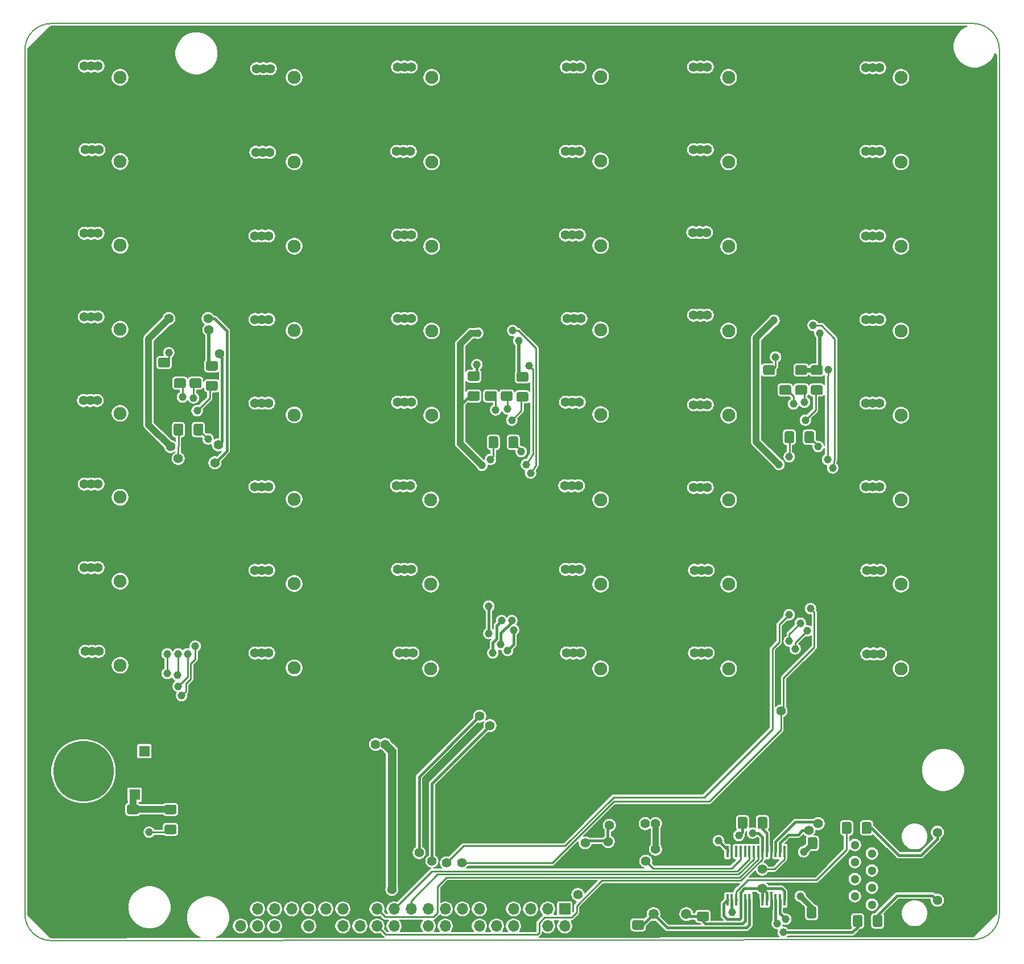
<source format=gbr>
G04 #@! TF.GenerationSoftware,KiCad,Pcbnew,(5.1.6)-1*
G04 #@! TF.CreationDate,2020-08-06T21:08:40-05:00*
G04 #@! TF.ProjectId,atv_hat_hw,6174765f-6861-4745-9f68-772e6b696361,1.0*
G04 #@! TF.SameCoordinates,Original*
G04 #@! TF.FileFunction,Copper,L4,Bot*
G04 #@! TF.FilePolarity,Positive*
%FSLAX46Y46*%
G04 Gerber Fmt 4.6, Leading zero omitted, Abs format (unit mm)*
G04 Created by KiCad (PCBNEW (5.1.6)-1) date 2020-08-06 21:08:40*
%MOMM*%
%LPD*%
G01*
G04 APERTURE LIST*
G04 #@! TA.AperFunction,Profile*
%ADD10C,0.150000*%
G04 #@! TD*
G04 #@! TA.AperFunction,ComponentPad*
%ADD11C,1.950000*%
G04 #@! TD*
G04 #@! TA.AperFunction,ComponentPad*
%ADD12R,1.950000X1.950000*%
G04 #@! TD*
G04 #@! TA.AperFunction,ComponentPad*
%ADD13C,9.000000*%
G04 #@! TD*
G04 #@! TA.AperFunction,ComponentPad*
%ADD14R,9.000000X9.000000*%
G04 #@! TD*
G04 #@! TA.AperFunction,ComponentPad*
%ADD15R,1.600000X1.600000*%
G04 #@! TD*
G04 #@! TA.AperFunction,ComponentPad*
%ADD16C,1.600000*%
G04 #@! TD*
G04 #@! TA.AperFunction,ComponentPad*
%ADD17O,1.600000X1.600000*%
G04 #@! TD*
G04 #@! TA.AperFunction,ComponentPad*
%ADD18R,1.700000X1.700000*%
G04 #@! TD*
G04 #@! TA.AperFunction,ComponentPad*
%ADD19O,1.700000X1.700000*%
G04 #@! TD*
G04 #@! TA.AperFunction,ComponentPad*
%ADD20C,1.300000*%
G04 #@! TD*
G04 #@! TA.AperFunction,ComponentPad*
%ADD21C,2.184400*%
G04 #@! TD*
G04 #@! TA.AperFunction,ComponentPad*
%ADD22C,1.408000*%
G04 #@! TD*
G04 #@! TA.AperFunction,SMDPad,CuDef*
%ADD23R,0.450000X1.750000*%
G04 #@! TD*
G04 #@! TA.AperFunction,ComponentPad*
%ADD24C,1.500000*%
G04 #@! TD*
G04 #@! TA.AperFunction,ViaPad*
%ADD25C,1.397000*%
G04 #@! TD*
G04 #@! TA.AperFunction,ViaPad*
%ADD26C,1.168400*%
G04 #@! TD*
G04 #@! TA.AperFunction,Conductor*
%ADD27C,1.016000*%
G04 #@! TD*
G04 #@! TA.AperFunction,Conductor*
%ADD28C,0.381000*%
G04 #@! TD*
G04 #@! TA.AperFunction,Conductor*
%ADD29C,0.508000*%
G04 #@! TD*
G04 #@! TA.AperFunction,Conductor*
%ADD30C,0.635000*%
G04 #@! TD*
G04 #@! TA.AperFunction,Conductor*
%ADD31C,0.889000*%
G04 #@! TD*
G04 #@! TA.AperFunction,Conductor*
%ADD32C,1.270000*%
G04 #@! TD*
G04 #@! TA.AperFunction,Conductor*
%ADD33C,0.762000*%
G04 #@! TD*
G04 #@! TA.AperFunction,Conductor*
%ADD34C,0.254000*%
G04 #@! TD*
G04 #@! TA.AperFunction,Conductor*
%ADD35C,0.250000*%
G04 #@! TD*
G04 #@! TA.AperFunction,Conductor*
%ADD36C,0.203200*%
G04 #@! TD*
G04 APERTURE END LIST*
D10*
X194183000Y-25273000D02*
X194183000Y-153797000D01*
X53086000Y-21336000D02*
X190246000Y-21336000D01*
X49149000Y-153924000D02*
X49149000Y-25273000D01*
X190246000Y-157734000D02*
X53086000Y-157861000D01*
X194183000Y-153797000D02*
G75*
G02*
X190246000Y-157734000I-3937000J0D01*
G01*
X190246000Y-21336000D02*
G75*
G02*
X194183000Y-25273000I0J-3937000D01*
G01*
X49149000Y-25273000D02*
G75*
G02*
X53086000Y-21336000I3937000J0D01*
G01*
X53086000Y-157861000D02*
G75*
G02*
X49149000Y-153924000I0J3937000D01*
G01*
G04 #@! TA.AperFunction,SMDPad,CuDef*
G36*
G01*
X70194000Y-140601000D02*
X71444000Y-140601000D01*
G75*
G02*
X71694000Y-140851000I0J-250000D01*
G01*
X71694000Y-141776000D01*
G75*
G02*
X71444000Y-142026000I-250000J0D01*
G01*
X70194000Y-142026000D01*
G75*
G02*
X69944000Y-141776000I0J250000D01*
G01*
X69944000Y-140851000D01*
G75*
G02*
X70194000Y-140601000I250000J0D01*
G01*
G37*
G04 #@! TD.AperFunction*
G04 #@! TA.AperFunction,SMDPad,CuDef*
G36*
G01*
X70194000Y-137626000D02*
X71444000Y-137626000D01*
G75*
G02*
X71694000Y-137876000I0J-250000D01*
G01*
X71694000Y-138801000D01*
G75*
G02*
X71444000Y-139051000I-250000J0D01*
G01*
X70194000Y-139051000D01*
G75*
G02*
X69944000Y-138801000I0J250000D01*
G01*
X69944000Y-137876000D01*
G75*
G02*
X70194000Y-137626000I250000J0D01*
G01*
G37*
G04 #@! TD.AperFunction*
G04 #@! TA.AperFunction,SMDPad,CuDef*
G36*
G01*
X74261000Y-82412000D02*
X74261000Y-81162000D01*
G75*
G02*
X74511000Y-80912000I250000J0D01*
G01*
X75436000Y-80912000D01*
G75*
G02*
X75686000Y-81162000I0J-250000D01*
G01*
X75686000Y-82412000D01*
G75*
G02*
X75436000Y-82662000I-250000J0D01*
G01*
X74511000Y-82662000D01*
G75*
G02*
X74261000Y-82412000I0J250000D01*
G01*
G37*
G04 #@! TD.AperFunction*
G04 #@! TA.AperFunction,SMDPad,CuDef*
G36*
G01*
X71286000Y-82412000D02*
X71286000Y-81162000D01*
G75*
G02*
X71536000Y-80912000I250000J0D01*
G01*
X72461000Y-80912000D01*
G75*
G02*
X72711000Y-81162000I0J-250000D01*
G01*
X72711000Y-82412000D01*
G75*
G02*
X72461000Y-82662000I-250000J0D01*
G01*
X71536000Y-82662000D01*
G75*
G02*
X71286000Y-82412000I0J250000D01*
G01*
G37*
G04 #@! TD.AperFunction*
G04 #@! TA.AperFunction,SMDPad,CuDef*
G36*
G01*
X121124000Y-84317000D02*
X121124000Y-83067000D01*
G75*
G02*
X121374000Y-82817000I250000J0D01*
G01*
X122299000Y-82817000D01*
G75*
G02*
X122549000Y-83067000I0J-250000D01*
G01*
X122549000Y-84317000D01*
G75*
G02*
X122299000Y-84567000I-250000J0D01*
G01*
X121374000Y-84567000D01*
G75*
G02*
X121124000Y-84317000I0J250000D01*
G01*
G37*
G04 #@! TD.AperFunction*
G04 #@! TA.AperFunction,SMDPad,CuDef*
G36*
G01*
X118149000Y-84317000D02*
X118149000Y-83067000D01*
G75*
G02*
X118399000Y-82817000I250000J0D01*
G01*
X119324000Y-82817000D01*
G75*
G02*
X119574000Y-83067000I0J-250000D01*
G01*
X119574000Y-84317000D01*
G75*
G02*
X119324000Y-84567000I-250000J0D01*
G01*
X118399000Y-84567000D01*
G75*
G02*
X118149000Y-84317000I0J250000D01*
G01*
G37*
G04 #@! TD.AperFunction*
G04 #@! TA.AperFunction,SMDPad,CuDef*
G36*
G01*
X165193000Y-83555000D02*
X165193000Y-82305000D01*
G75*
G02*
X165443000Y-82055000I250000J0D01*
G01*
X166368000Y-82055000D01*
G75*
G02*
X166618000Y-82305000I0J-250000D01*
G01*
X166618000Y-83555000D01*
G75*
G02*
X166368000Y-83805000I-250000J0D01*
G01*
X165443000Y-83805000D01*
G75*
G02*
X165193000Y-83555000I0J250000D01*
G01*
G37*
G04 #@! TD.AperFunction*
G04 #@! TA.AperFunction,SMDPad,CuDef*
G36*
G01*
X162218000Y-83555000D02*
X162218000Y-82305000D01*
G75*
G02*
X162468000Y-82055000I250000J0D01*
G01*
X163393000Y-82055000D01*
G75*
G02*
X163643000Y-82305000I0J-250000D01*
G01*
X163643000Y-83555000D01*
G75*
G02*
X163393000Y-83805000I-250000J0D01*
G01*
X162468000Y-83805000D01*
G75*
G02*
X162218000Y-83555000I0J250000D01*
G01*
G37*
G04 #@! TD.AperFunction*
G04 #@! TA.AperFunction,SMDPad,CuDef*
G36*
G01*
X70475000Y-72540500D02*
X69225000Y-72540500D01*
G75*
G02*
X68975000Y-72290500I0J250000D01*
G01*
X68975000Y-71365500D01*
G75*
G02*
X69225000Y-71115500I250000J0D01*
G01*
X70475000Y-71115500D01*
G75*
G02*
X70725000Y-71365500I0J-250000D01*
G01*
X70725000Y-72290500D01*
G75*
G02*
X70475000Y-72540500I-250000J0D01*
G01*
G37*
G04 #@! TD.AperFunction*
G04 #@! TA.AperFunction,SMDPad,CuDef*
G36*
G01*
X70475000Y-75515500D02*
X69225000Y-75515500D01*
G75*
G02*
X68975000Y-75265500I0J250000D01*
G01*
X68975000Y-74340500D01*
G75*
G02*
X69225000Y-74090500I250000J0D01*
G01*
X70475000Y-74090500D01*
G75*
G02*
X70725000Y-74340500I0J-250000D01*
G01*
X70725000Y-75265500D01*
G75*
G02*
X70475000Y-75515500I-250000J0D01*
G01*
G37*
G04 #@! TD.AperFunction*
G04 #@! TA.AperFunction,SMDPad,CuDef*
G36*
G01*
X116576000Y-74536000D02*
X115326000Y-74536000D01*
G75*
G02*
X115076000Y-74286000I0J250000D01*
G01*
X115076000Y-73361000D01*
G75*
G02*
X115326000Y-73111000I250000J0D01*
G01*
X116576000Y-73111000D01*
G75*
G02*
X116826000Y-73361000I0J-250000D01*
G01*
X116826000Y-74286000D01*
G75*
G02*
X116576000Y-74536000I-250000J0D01*
G01*
G37*
G04 #@! TD.AperFunction*
G04 #@! TA.AperFunction,SMDPad,CuDef*
G36*
G01*
X116576000Y-77511000D02*
X115326000Y-77511000D01*
G75*
G02*
X115076000Y-77261000I0J250000D01*
G01*
X115076000Y-76336000D01*
G75*
G02*
X115326000Y-76086000I250000J0D01*
G01*
X116576000Y-76086000D01*
G75*
G02*
X116826000Y-76336000I0J-250000D01*
G01*
X116826000Y-77261000D01*
G75*
G02*
X116576000Y-77511000I-250000J0D01*
G01*
G37*
G04 #@! TD.AperFunction*
G04 #@! TA.AperFunction,SMDPad,CuDef*
G36*
G01*
X73924000Y-74180000D02*
X75174000Y-74180000D01*
G75*
G02*
X75424000Y-74430000I0J-250000D01*
G01*
X75424000Y-75355000D01*
G75*
G02*
X75174000Y-75605000I-250000J0D01*
G01*
X73924000Y-75605000D01*
G75*
G02*
X73674000Y-75355000I0J250000D01*
G01*
X73674000Y-74430000D01*
G75*
G02*
X73924000Y-74180000I250000J0D01*
G01*
G37*
G04 #@! TD.AperFunction*
G04 #@! TA.AperFunction,SMDPad,CuDef*
G36*
G01*
X73924000Y-71205000D02*
X75174000Y-71205000D01*
G75*
G02*
X75424000Y-71455000I0J-250000D01*
G01*
X75424000Y-72380000D01*
G75*
G02*
X75174000Y-72630000I-250000J0D01*
G01*
X73924000Y-72630000D01*
G75*
G02*
X73674000Y-72380000I0J250000D01*
G01*
X73674000Y-71455000D01*
G75*
G02*
X73924000Y-71205000I250000J0D01*
G01*
G37*
G04 #@! TD.AperFunction*
G04 #@! TA.AperFunction,SMDPad,CuDef*
G36*
G01*
X120232000Y-76085000D02*
X121482000Y-76085000D01*
G75*
G02*
X121732000Y-76335000I0J-250000D01*
G01*
X121732000Y-77260000D01*
G75*
G02*
X121482000Y-77510000I-250000J0D01*
G01*
X120232000Y-77510000D01*
G75*
G02*
X119982000Y-77260000I0J250000D01*
G01*
X119982000Y-76335000D01*
G75*
G02*
X120232000Y-76085000I250000J0D01*
G01*
G37*
G04 #@! TD.AperFunction*
G04 #@! TA.AperFunction,SMDPad,CuDef*
G36*
G01*
X120232000Y-73110000D02*
X121482000Y-73110000D01*
G75*
G02*
X121732000Y-73360000I0J-250000D01*
G01*
X121732000Y-74285000D01*
G75*
G02*
X121482000Y-74535000I-250000J0D01*
G01*
X120232000Y-74535000D01*
G75*
G02*
X119982000Y-74285000I0J250000D01*
G01*
X119982000Y-73360000D01*
G75*
G02*
X120232000Y-73110000I250000J0D01*
G01*
G37*
G04 #@! TD.AperFunction*
G04 #@! TA.AperFunction,SMDPad,CuDef*
G36*
G01*
X71591000Y-74180000D02*
X72841000Y-74180000D01*
G75*
G02*
X73091000Y-74430000I0J-250000D01*
G01*
X73091000Y-75355000D01*
G75*
G02*
X72841000Y-75605000I-250000J0D01*
G01*
X71591000Y-75605000D01*
G75*
G02*
X71341000Y-75355000I0J250000D01*
G01*
X71341000Y-74430000D01*
G75*
G02*
X71591000Y-74180000I250000J0D01*
G01*
G37*
G04 #@! TD.AperFunction*
G04 #@! TA.AperFunction,SMDPad,CuDef*
G36*
G01*
X71591000Y-71205000D02*
X72841000Y-71205000D01*
G75*
G02*
X73091000Y-71455000I0J-250000D01*
G01*
X73091000Y-72380000D01*
G75*
G02*
X72841000Y-72630000I-250000J0D01*
G01*
X71591000Y-72630000D01*
G75*
G02*
X71341000Y-72380000I0J250000D01*
G01*
X71341000Y-71455000D01*
G75*
G02*
X71591000Y-71205000I250000J0D01*
G01*
G37*
G04 #@! TD.AperFunction*
G04 #@! TA.AperFunction,SMDPad,CuDef*
G36*
G01*
X117866000Y-76085000D02*
X119116000Y-76085000D01*
G75*
G02*
X119366000Y-76335000I0J-250000D01*
G01*
X119366000Y-77260000D01*
G75*
G02*
X119116000Y-77510000I-250000J0D01*
G01*
X117866000Y-77510000D01*
G75*
G02*
X117616000Y-77260000I0J250000D01*
G01*
X117616000Y-76335000D01*
G75*
G02*
X117866000Y-76085000I250000J0D01*
G01*
G37*
G04 #@! TD.AperFunction*
G04 #@! TA.AperFunction,SMDPad,CuDef*
G36*
G01*
X117866000Y-73110000D02*
X119116000Y-73110000D01*
G75*
G02*
X119366000Y-73360000I0J-250000D01*
G01*
X119366000Y-74285000D01*
G75*
G02*
X119116000Y-74535000I-250000J0D01*
G01*
X117866000Y-74535000D01*
G75*
G02*
X117616000Y-74285000I0J250000D01*
G01*
X117616000Y-73360000D01*
G75*
G02*
X117866000Y-73110000I250000J0D01*
G01*
G37*
G04 #@! TD.AperFunction*
G04 #@! TA.AperFunction,SMDPad,CuDef*
G36*
G01*
X76337000Y-74562000D02*
X77587000Y-74562000D01*
G75*
G02*
X77837000Y-74812000I0J-250000D01*
G01*
X77837000Y-75737000D01*
G75*
G02*
X77587000Y-75987000I-250000J0D01*
G01*
X76337000Y-75987000D01*
G75*
G02*
X76087000Y-75737000I0J250000D01*
G01*
X76087000Y-74812000D01*
G75*
G02*
X76337000Y-74562000I250000J0D01*
G01*
G37*
G04 #@! TD.AperFunction*
G04 #@! TA.AperFunction,SMDPad,CuDef*
G36*
G01*
X76337000Y-71587000D02*
X77587000Y-71587000D01*
G75*
G02*
X77837000Y-71837000I0J-250000D01*
G01*
X77837000Y-72762000D01*
G75*
G02*
X77587000Y-73012000I-250000J0D01*
G01*
X76337000Y-73012000D01*
G75*
G02*
X76087000Y-72762000I0J250000D01*
G01*
X76087000Y-71837000D01*
G75*
G02*
X76337000Y-71587000I250000J0D01*
G01*
G37*
G04 #@! TD.AperFunction*
G04 #@! TA.AperFunction,SMDPad,CuDef*
G36*
G01*
X122565000Y-76213000D02*
X123815000Y-76213000D01*
G75*
G02*
X124065000Y-76463000I0J-250000D01*
G01*
X124065000Y-77388000D01*
G75*
G02*
X123815000Y-77638000I-250000J0D01*
G01*
X122565000Y-77638000D01*
G75*
G02*
X122315000Y-77388000I0J250000D01*
G01*
X122315000Y-76463000D01*
G75*
G02*
X122565000Y-76213000I250000J0D01*
G01*
G37*
G04 #@! TD.AperFunction*
G04 #@! TA.AperFunction,SMDPad,CuDef*
G36*
G01*
X122565000Y-73238000D02*
X123815000Y-73238000D01*
G75*
G02*
X124065000Y-73488000I0J-250000D01*
G01*
X124065000Y-74413000D01*
G75*
G02*
X123815000Y-74663000I-250000J0D01*
G01*
X122565000Y-74663000D01*
G75*
G02*
X122315000Y-74413000I0J250000D01*
G01*
X122315000Y-73488000D01*
G75*
G02*
X122565000Y-73238000I250000J0D01*
G01*
G37*
G04 #@! TD.AperFunction*
G04 #@! TA.AperFunction,SMDPad,CuDef*
G36*
G01*
X160518000Y-73647000D02*
X159268000Y-73647000D01*
G75*
G02*
X159018000Y-73397000I0J250000D01*
G01*
X159018000Y-72472000D01*
G75*
G02*
X159268000Y-72222000I250000J0D01*
G01*
X160518000Y-72222000D01*
G75*
G02*
X160768000Y-72472000I0J-250000D01*
G01*
X160768000Y-73397000D01*
G75*
G02*
X160518000Y-73647000I-250000J0D01*
G01*
G37*
G04 #@! TD.AperFunction*
G04 #@! TA.AperFunction,SMDPad,CuDef*
G36*
G01*
X160518000Y-76622000D02*
X159268000Y-76622000D01*
G75*
G02*
X159018000Y-76372000I0J250000D01*
G01*
X159018000Y-75447000D01*
G75*
G02*
X159268000Y-75197000I250000J0D01*
G01*
X160518000Y-75197000D01*
G75*
G02*
X160768000Y-75447000I0J-250000D01*
G01*
X160768000Y-76372000D01*
G75*
G02*
X160518000Y-76622000I-250000J0D01*
G01*
G37*
G04 #@! TD.AperFunction*
G04 #@! TA.AperFunction,SMDPad,CuDef*
G36*
G01*
X164047000Y-75196000D02*
X165297000Y-75196000D01*
G75*
G02*
X165547000Y-75446000I0J-250000D01*
G01*
X165547000Y-76371000D01*
G75*
G02*
X165297000Y-76621000I-250000J0D01*
G01*
X164047000Y-76621000D01*
G75*
G02*
X163797000Y-76371000I0J250000D01*
G01*
X163797000Y-75446000D01*
G75*
G02*
X164047000Y-75196000I250000J0D01*
G01*
G37*
G04 #@! TD.AperFunction*
G04 #@! TA.AperFunction,SMDPad,CuDef*
G36*
G01*
X164047000Y-72221000D02*
X165297000Y-72221000D01*
G75*
G02*
X165547000Y-72471000I0J-250000D01*
G01*
X165547000Y-73396000D01*
G75*
G02*
X165297000Y-73646000I-250000J0D01*
G01*
X164047000Y-73646000D01*
G75*
G02*
X163797000Y-73396000I0J250000D01*
G01*
X163797000Y-72471000D01*
G75*
G02*
X164047000Y-72221000I250000J0D01*
G01*
G37*
G04 #@! TD.AperFunction*
G04 #@! TA.AperFunction,SMDPad,CuDef*
G36*
G01*
X161681000Y-75197000D02*
X162931000Y-75197000D01*
G75*
G02*
X163181000Y-75447000I0J-250000D01*
G01*
X163181000Y-76372000D01*
G75*
G02*
X162931000Y-76622000I-250000J0D01*
G01*
X161681000Y-76622000D01*
G75*
G02*
X161431000Y-76372000I0J250000D01*
G01*
X161431000Y-75447000D01*
G75*
G02*
X161681000Y-75197000I250000J0D01*
G01*
G37*
G04 #@! TD.AperFunction*
G04 #@! TA.AperFunction,SMDPad,CuDef*
G36*
G01*
X161681000Y-72222000D02*
X162931000Y-72222000D01*
G75*
G02*
X163181000Y-72472000I0J-250000D01*
G01*
X163181000Y-73397000D01*
G75*
G02*
X162931000Y-73647000I-250000J0D01*
G01*
X161681000Y-73647000D01*
G75*
G02*
X161431000Y-73397000I0J250000D01*
G01*
X161431000Y-72472000D01*
G75*
G02*
X161681000Y-72222000I250000J0D01*
G01*
G37*
G04 #@! TD.AperFunction*
G04 #@! TA.AperFunction,SMDPad,CuDef*
G36*
G01*
X166380000Y-75196000D02*
X167630000Y-75196000D01*
G75*
G02*
X167880000Y-75446000I0J-250000D01*
G01*
X167880000Y-76371000D01*
G75*
G02*
X167630000Y-76621000I-250000J0D01*
G01*
X166380000Y-76621000D01*
G75*
G02*
X166130000Y-76371000I0J250000D01*
G01*
X166130000Y-75446000D01*
G75*
G02*
X166380000Y-75196000I250000J0D01*
G01*
G37*
G04 #@! TD.AperFunction*
G04 #@! TA.AperFunction,SMDPad,CuDef*
G36*
G01*
X166380000Y-72221000D02*
X167630000Y-72221000D01*
G75*
G02*
X167880000Y-72471000I0J-250000D01*
G01*
X167880000Y-73396000D01*
G75*
G02*
X167630000Y-73646000I-250000J0D01*
G01*
X166380000Y-73646000D01*
G75*
G02*
X166130000Y-73396000I0J250000D01*
G01*
X166130000Y-72471000D01*
G75*
G02*
X166380000Y-72221000I250000J0D01*
G01*
G37*
G04 #@! TD.AperFunction*
G04 #@! TA.AperFunction,SMDPad,CuDef*
G36*
G01*
X158208000Y-140959000D02*
X158208000Y-139709000D01*
G75*
G02*
X158458000Y-139459000I250000J0D01*
G01*
X159383000Y-139459000D01*
G75*
G02*
X159633000Y-139709000I0J-250000D01*
G01*
X159633000Y-140959000D01*
G75*
G02*
X159383000Y-141209000I-250000J0D01*
G01*
X158458000Y-141209000D01*
G75*
G02*
X158208000Y-140959000I0J250000D01*
G01*
G37*
G04 #@! TD.AperFunction*
G04 #@! TA.AperFunction,SMDPad,CuDef*
G36*
G01*
X155233000Y-140959000D02*
X155233000Y-139709000D01*
G75*
G02*
X155483000Y-139459000I250000J0D01*
G01*
X156408000Y-139459000D01*
G75*
G02*
X156658000Y-139709000I0J-250000D01*
G01*
X156658000Y-140959000D01*
G75*
G02*
X156408000Y-141209000I-250000J0D01*
G01*
X155483000Y-141209000D01*
G75*
G02*
X155233000Y-140959000I0J250000D01*
G01*
G37*
G04 #@! TD.AperFunction*
G04 #@! TA.AperFunction,SMDPad,CuDef*
G36*
G01*
X175353000Y-155564000D02*
X175353000Y-154314000D01*
G75*
G02*
X175603000Y-154064000I250000J0D01*
G01*
X176528000Y-154064000D01*
G75*
G02*
X176778000Y-154314000I0J-250000D01*
G01*
X176778000Y-155564000D01*
G75*
G02*
X176528000Y-155814000I-250000J0D01*
G01*
X175603000Y-155814000D01*
G75*
G02*
X175353000Y-155564000I0J250000D01*
G01*
G37*
G04 #@! TD.AperFunction*
G04 #@! TA.AperFunction,SMDPad,CuDef*
G36*
G01*
X172378000Y-155564000D02*
X172378000Y-154314000D01*
G75*
G02*
X172628000Y-154064000I250000J0D01*
G01*
X173553000Y-154064000D01*
G75*
G02*
X173803000Y-154314000I0J-250000D01*
G01*
X173803000Y-155564000D01*
G75*
G02*
X173553000Y-155814000I-250000J0D01*
G01*
X172628000Y-155814000D01*
G75*
G02*
X172378000Y-155564000I0J250000D01*
G01*
G37*
G04 #@! TD.AperFunction*
G04 #@! TA.AperFunction,SMDPad,CuDef*
G36*
G01*
X173702000Y-141721000D02*
X173702000Y-140471000D01*
G75*
G02*
X173952000Y-140221000I250000J0D01*
G01*
X174877000Y-140221000D01*
G75*
G02*
X175127000Y-140471000I0J-250000D01*
G01*
X175127000Y-141721000D01*
G75*
G02*
X174877000Y-141971000I-250000J0D01*
G01*
X173952000Y-141971000D01*
G75*
G02*
X173702000Y-141721000I0J250000D01*
G01*
G37*
G04 #@! TD.AperFunction*
G04 #@! TA.AperFunction,SMDPad,CuDef*
G36*
G01*
X170727000Y-141721000D02*
X170727000Y-140471000D01*
G75*
G02*
X170977000Y-140221000I250000J0D01*
G01*
X171902000Y-140221000D01*
G75*
G02*
X172152000Y-140471000I0J-250000D01*
G01*
X172152000Y-141721000D01*
G75*
G02*
X171902000Y-141971000I-250000J0D01*
G01*
X170977000Y-141971000D01*
G75*
G02*
X170727000Y-141721000I0J250000D01*
G01*
G37*
G04 #@! TD.AperFunction*
D11*
X63326000Y-116879000D03*
D12*
X63326000Y-121879000D03*
D11*
X63326000Y-104378572D03*
D12*
X63326000Y-109378572D03*
D11*
X63326000Y-91878144D03*
D12*
X63326000Y-96878144D03*
D11*
X63326000Y-79377716D03*
D12*
X63326000Y-84377716D03*
D11*
X63326000Y-66877288D03*
D12*
X63326000Y-71877288D03*
D11*
X63326000Y-54376860D03*
D12*
X63326000Y-59376860D03*
D11*
X63326000Y-41876432D03*
D12*
X63326000Y-46876432D03*
D11*
X63326000Y-29376000D03*
D12*
X63326000Y-34376000D03*
D11*
X89234000Y-117283013D03*
D12*
X89234000Y-122283013D03*
D11*
X89234000Y-104724869D03*
D12*
X89234000Y-109724869D03*
D11*
X89234000Y-29376000D03*
D12*
X89234000Y-34376000D03*
D11*
X89234000Y-41934149D03*
D12*
X89234000Y-46934149D03*
D11*
X109554000Y-117387000D03*
D12*
X109554000Y-122387000D03*
D11*
X109554000Y-104814000D03*
D12*
X109554000Y-109814000D03*
D11*
X109681000Y-79668000D03*
D12*
X109681000Y-84668000D03*
D11*
X89234000Y-92166725D03*
D12*
X89234000Y-97166725D03*
D11*
X89234000Y-79608581D03*
D12*
X89234000Y-84608581D03*
D11*
X89234000Y-54492293D03*
D12*
X89234000Y-59492293D03*
D11*
X109554000Y-92241000D03*
D12*
X109554000Y-97241000D03*
D11*
X89234000Y-67050437D03*
D12*
X89234000Y-72050437D03*
D11*
X109681000Y-67095000D03*
D12*
X109681000Y-72095000D03*
D11*
X109681000Y-54522000D03*
D12*
X109681000Y-59522000D03*
D11*
X109681000Y-41949000D03*
D12*
X109681000Y-46949000D03*
D11*
X109681000Y-29376000D03*
D12*
X109681000Y-34376000D03*
D11*
X134827000Y-117387000D03*
D12*
X134827000Y-122387000D03*
D11*
X134827000Y-104814000D03*
D12*
X134827000Y-109814000D03*
D11*
X134827000Y-92241000D03*
D12*
X134827000Y-97241000D03*
D11*
X134827000Y-79541000D03*
D12*
X134827000Y-84541000D03*
D11*
X134827000Y-66968000D03*
D12*
X134827000Y-71968000D03*
D11*
X134827000Y-54395000D03*
D12*
X134827000Y-59395000D03*
D11*
X153877000Y-79668000D03*
D12*
X153877000Y-84668000D03*
D11*
X153877000Y-92241000D03*
D12*
X153877000Y-97241000D03*
D11*
X153877000Y-67095000D03*
D12*
X153877000Y-72095000D03*
D11*
X153877000Y-54522000D03*
D12*
X153877000Y-59522000D03*
D11*
X153877000Y-29376000D03*
D12*
X153877000Y-34376000D03*
D11*
X134827000Y-41822000D03*
D12*
X134827000Y-46822000D03*
D11*
X134827000Y-29249000D03*
D12*
X134827000Y-34249000D03*
D11*
X153877000Y-104814000D03*
D12*
X153877000Y-109814000D03*
D11*
X153877000Y-41949000D03*
D12*
X153877000Y-46949000D03*
D11*
X153877000Y-117387000D03*
D12*
X153877000Y-122387000D03*
D11*
X179531000Y-117387000D03*
D12*
X179531000Y-122387000D03*
D11*
X179531000Y-104814000D03*
D12*
X179531000Y-109814000D03*
D11*
X179531000Y-92241000D03*
D12*
X179531000Y-97241000D03*
D11*
X179531000Y-79668000D03*
D12*
X179531000Y-84668000D03*
D11*
X179531000Y-67095000D03*
D12*
X179531000Y-72095000D03*
D11*
X179531000Y-54522000D03*
D12*
X179531000Y-59522000D03*
D11*
X179531000Y-41949000D03*
D12*
X179531000Y-46949000D03*
D11*
X179531000Y-29376000D03*
D12*
X179531000Y-34376000D03*
D13*
X57865000Y-132650500D03*
D14*
X57801500Y-144588500D03*
G04 #@! TA.AperFunction,SMDPad,CuDef*
G36*
G01*
X65856000Y-139051000D02*
X64606000Y-139051000D01*
G75*
G02*
X64356000Y-138801000I0J250000D01*
G01*
X64356000Y-137876000D01*
G75*
G02*
X64606000Y-137626000I250000J0D01*
G01*
X65856000Y-137626000D01*
G75*
G02*
X66106000Y-137876000I0J-250000D01*
G01*
X66106000Y-138801000D01*
G75*
G02*
X65856000Y-139051000I-250000J0D01*
G01*
G37*
G04 #@! TD.AperFunction*
G04 #@! TA.AperFunction,SMDPad,CuDef*
G36*
G01*
X65856000Y-142026000D02*
X64606000Y-142026000D01*
G75*
G02*
X64356000Y-141776000I0J250000D01*
G01*
X64356000Y-140851000D01*
G75*
G02*
X64606000Y-140601000I250000J0D01*
G01*
X65856000Y-140601000D01*
G75*
G02*
X66106000Y-140851000I0J-250000D01*
G01*
X66106000Y-141776000D01*
G75*
G02*
X65856000Y-142026000I-250000J0D01*
G01*
G37*
G04 #@! TD.AperFunction*
D15*
X66929000Y-129667000D03*
D16*
X66929000Y-132167000D03*
G04 #@! TA.AperFunction,SMDPad,CuDef*
G36*
G01*
X165520000Y-154294000D02*
X165520000Y-153044000D01*
G75*
G02*
X165770000Y-152794000I250000J0D01*
G01*
X166695000Y-152794000D01*
G75*
G02*
X166945000Y-153044000I0J-250000D01*
G01*
X166945000Y-154294000D01*
G75*
G02*
X166695000Y-154544000I-250000J0D01*
G01*
X165770000Y-154544000D01*
G75*
G02*
X165520000Y-154294000I0J250000D01*
G01*
G37*
G04 #@! TD.AperFunction*
G04 #@! TA.AperFunction,SMDPad,CuDef*
G36*
G01*
X168495000Y-154294000D02*
X168495000Y-153044000D01*
G75*
G02*
X168745000Y-152794000I250000J0D01*
G01*
X169670000Y-152794000D01*
G75*
G02*
X169920000Y-153044000I0J-250000D01*
G01*
X169920000Y-154294000D01*
G75*
G02*
X169670000Y-154544000I-250000J0D01*
G01*
X168745000Y-154544000D01*
G75*
G02*
X168495000Y-154294000I0J250000D01*
G01*
G37*
G04 #@! TD.AperFunction*
G04 #@! TA.AperFunction,SMDPad,CuDef*
G36*
G01*
X141040000Y-153275000D02*
X139790000Y-153275000D01*
G75*
G02*
X139540000Y-153025000I0J250000D01*
G01*
X139540000Y-152100000D01*
G75*
G02*
X139790000Y-151850000I250000J0D01*
G01*
X141040000Y-151850000D01*
G75*
G02*
X141290000Y-152100000I0J-250000D01*
G01*
X141290000Y-153025000D01*
G75*
G02*
X141040000Y-153275000I-250000J0D01*
G01*
G37*
G04 #@! TD.AperFunction*
G04 #@! TA.AperFunction,SMDPad,CuDef*
G36*
G01*
X141040000Y-156250000D02*
X139790000Y-156250000D01*
G75*
G02*
X139540000Y-156000000I0J250000D01*
G01*
X139540000Y-155075000D01*
G75*
G02*
X139790000Y-154825000I250000J0D01*
G01*
X141040000Y-154825000D01*
G75*
G02*
X141290000Y-155075000I0J-250000D01*
G01*
X141290000Y-156000000D01*
G75*
G02*
X141040000Y-156250000I-250000J0D01*
G01*
G37*
G04 #@! TD.AperFunction*
G04 #@! TA.AperFunction,SMDPad,CuDef*
G36*
G01*
X150692000Y-154980000D02*
X149442000Y-154980000D01*
G75*
G02*
X149192000Y-154730000I0J250000D01*
G01*
X149192000Y-153805000D01*
G75*
G02*
X149442000Y-153555000I250000J0D01*
G01*
X150692000Y-153555000D01*
G75*
G02*
X150942000Y-153805000I0J-250000D01*
G01*
X150942000Y-154730000D01*
G75*
G02*
X150692000Y-154980000I-250000J0D01*
G01*
G37*
G04 #@! TD.AperFunction*
G04 #@! TA.AperFunction,SMDPad,CuDef*
G36*
G01*
X150692000Y-152005000D02*
X149442000Y-152005000D01*
G75*
G02*
X149192000Y-151755000I0J250000D01*
G01*
X149192000Y-150830000D01*
G75*
G02*
X149442000Y-150580000I250000J0D01*
G01*
X150692000Y-150580000D01*
G75*
G02*
X150942000Y-150830000I0J-250000D01*
G01*
X150942000Y-151755000D01*
G75*
G02*
X150692000Y-152005000I-250000J0D01*
G01*
G37*
G04 #@! TD.AperFunction*
G04 #@! TA.AperFunction,SMDPad,CuDef*
G36*
G01*
X165647000Y-144007000D02*
X165647000Y-142757000D01*
G75*
G02*
X165897000Y-142507000I250000J0D01*
G01*
X166822000Y-142507000D01*
G75*
G02*
X167072000Y-142757000I0J-250000D01*
G01*
X167072000Y-144007000D01*
G75*
G02*
X166822000Y-144257000I-250000J0D01*
G01*
X165897000Y-144257000D01*
G75*
G02*
X165647000Y-144007000I0J250000D01*
G01*
G37*
G04 #@! TD.AperFunction*
G04 #@! TA.AperFunction,SMDPad,CuDef*
G36*
G01*
X168622000Y-144007000D02*
X168622000Y-142757000D01*
G75*
G02*
X168872000Y-142507000I250000J0D01*
G01*
X169797000Y-142507000D01*
G75*
G02*
X170047000Y-142757000I0J-250000D01*
G01*
X170047000Y-144007000D01*
G75*
G02*
X169797000Y-144257000I-250000J0D01*
G01*
X168872000Y-144257000D01*
G75*
G02*
X168622000Y-144007000I0J250000D01*
G01*
G37*
G04 #@! TD.AperFunction*
D15*
X65485000Y-136143000D03*
D17*
X65485000Y-143763000D03*
D18*
X129493000Y-153161000D03*
D19*
X129493000Y-155701000D03*
X126953000Y-153161000D03*
X126953000Y-155701000D03*
X124413000Y-153161000D03*
X124413000Y-155701000D03*
X121873000Y-153161000D03*
X121873000Y-155701000D03*
X119333000Y-153161000D03*
X119333000Y-155701000D03*
X116793000Y-153161000D03*
X116793000Y-155701000D03*
X114253000Y-153161000D03*
X114253000Y-155701000D03*
X111713000Y-153161000D03*
X111713000Y-155701000D03*
X109173000Y-153161000D03*
X109173000Y-155701000D03*
X106633000Y-153161000D03*
X106633000Y-155701000D03*
X104093000Y-153161000D03*
X104093000Y-155701000D03*
X101553000Y-153161000D03*
X101553000Y-155701000D03*
X99013000Y-153161000D03*
X99013000Y-155701000D03*
X96473000Y-153161000D03*
X96473000Y-155701000D03*
X93933000Y-153161000D03*
X93933000Y-155701000D03*
X91393000Y-153161000D03*
X91393000Y-155701000D03*
X88853000Y-153161000D03*
X88853000Y-155701000D03*
X86313000Y-153161000D03*
X86313000Y-155701000D03*
X83773000Y-153161000D03*
X83773000Y-155701000D03*
X81233000Y-153161000D03*
X81233000Y-155701000D03*
D20*
X172674040Y-143636790D03*
X175214040Y-144906790D03*
X172674040Y-146176790D03*
X175214040Y-147446791D03*
X172674040Y-148716791D03*
X175214040Y-149986790D03*
X172674040Y-151256790D03*
X175214040Y-152526790D03*
D21*
X178514040Y-155956790D03*
X178514040Y-140206790D03*
D22*
X184942630Y-141755530D03*
X186462630Y-154405530D03*
X184942130Y-151867380D03*
X186462130Y-144297380D03*
D23*
X153716000Y-144608000D03*
X154366000Y-144608000D03*
X155016000Y-144608000D03*
X155666000Y-144608000D03*
X156316000Y-144608000D03*
X156966000Y-144608000D03*
X157616000Y-144608000D03*
X158266000Y-144608000D03*
X158916000Y-144608000D03*
X159566000Y-144608000D03*
X160216000Y-144608000D03*
X160866000Y-144608000D03*
X161516000Y-144608000D03*
X162166000Y-144608000D03*
X162166000Y-151808000D03*
X161516000Y-151808000D03*
X160866000Y-151808000D03*
X160216000Y-151808000D03*
X159566000Y-151808000D03*
X158916000Y-151808000D03*
X158266000Y-151808000D03*
X157616000Y-151808000D03*
X156966000Y-151808000D03*
X156316000Y-151808000D03*
X155666000Y-151808000D03*
X155016000Y-151808000D03*
X154366000Y-151808000D03*
X153716000Y-151808000D03*
D24*
X142701000Y-153923000D03*
X147581000Y-153923000D03*
D25*
X83392000Y-115061000D03*
X84408000Y-115061000D03*
X85424000Y-115061000D03*
X58119000Y-114807000D03*
X60151000Y-114807000D03*
X59135000Y-114807000D03*
X57992000Y-102361000D03*
X57992000Y-89915000D03*
X57865000Y-77469000D03*
X57992000Y-65023000D03*
X57992000Y-52577000D03*
X58119000Y-40131000D03*
X57992000Y-27685000D03*
X59008000Y-102361000D03*
X59008000Y-89915000D03*
X58881000Y-77469000D03*
X59008000Y-65023000D03*
X59008000Y-52577000D03*
X59135000Y-40131000D03*
X59008000Y-27685000D03*
X60024000Y-102361000D03*
X60024000Y-89915000D03*
X59897000Y-77469000D03*
X60024000Y-65023000D03*
X60024000Y-52577000D03*
X60151000Y-40131000D03*
X60024000Y-27685000D03*
X83392000Y-102742000D03*
X85424000Y-102742000D03*
X84408000Y-102742000D03*
X85424000Y-90296000D03*
X85424000Y-77850000D03*
X85424000Y-65404000D03*
X85424000Y-52958000D03*
X85551000Y-40512000D03*
X85678000Y-28066000D03*
X83392000Y-90296000D03*
X83392000Y-77850000D03*
X83392000Y-65404000D03*
X83392000Y-52958000D03*
X83519000Y-40512000D03*
X83646000Y-28066000D03*
X84408000Y-90296000D03*
X84408000Y-77850000D03*
X84408000Y-65404000D03*
X84408000Y-52958000D03*
X84535000Y-40512000D03*
X84662000Y-28066000D03*
X105871000Y-115061000D03*
X106887000Y-115061000D03*
X104855000Y-115061000D03*
X105617000Y-102615000D03*
X106633000Y-102615000D03*
X104601000Y-102615000D03*
X105490000Y-90169000D03*
X106506000Y-90169000D03*
X104474000Y-90169000D03*
X104601000Y-77723000D03*
X105617000Y-77723000D03*
X106633000Y-77723000D03*
X106633000Y-65277000D03*
X105617000Y-65277000D03*
X104601000Y-65277000D03*
X106633000Y-52831000D03*
X104601000Y-52831000D03*
X105617000Y-52831000D03*
X104474000Y-40385000D03*
X106506000Y-40385000D03*
X105490000Y-40385000D03*
X106633000Y-27812000D03*
X104601000Y-27812000D03*
X105617000Y-27812000D03*
X129747000Y-115061000D03*
X130763000Y-115061000D03*
X131779000Y-115061000D03*
X131652000Y-102615000D03*
X130636000Y-102615000D03*
X129620000Y-102615000D03*
X129493000Y-90169000D03*
X130509000Y-90169000D03*
X131525000Y-90169000D03*
X131652000Y-77723000D03*
X130636000Y-77723000D03*
X129620000Y-77723000D03*
X129874000Y-65277000D03*
X130890000Y-65277000D03*
X131906000Y-65277000D03*
X129620000Y-52831000D03*
X130636000Y-52831000D03*
X131652000Y-52831000D03*
X131652000Y-40385000D03*
X130636000Y-40385000D03*
X129620000Y-40385000D03*
X129747000Y-27812000D03*
X130763000Y-27812000D03*
X131779000Y-27812000D03*
X149813000Y-115061000D03*
X150829000Y-115061000D03*
X148797000Y-115061000D03*
X148797000Y-102742000D03*
X149813000Y-102742000D03*
X150829000Y-102742000D03*
X150702000Y-90423000D03*
X149686000Y-90423000D03*
X148670000Y-90423000D03*
X150702000Y-78104000D03*
X148670000Y-78104000D03*
X149686000Y-78104000D03*
X150702000Y-64769000D03*
X149686000Y-64769000D03*
X148670000Y-64769000D03*
X148543000Y-52450000D03*
X150575000Y-52450000D03*
X149559000Y-52450000D03*
X150702000Y-40131000D03*
X148670000Y-40131000D03*
X149686000Y-40131000D03*
X148670000Y-27812000D03*
X150702000Y-27812000D03*
X149686000Y-27812000D03*
X175467000Y-115188000D03*
X174451000Y-115188000D03*
X176483000Y-115188000D03*
X175467000Y-102742000D03*
X176483000Y-102742000D03*
X174451000Y-102742000D03*
X175340000Y-90296000D03*
X176356000Y-90296000D03*
X174324000Y-90296000D03*
X176356000Y-77850000D03*
X174324000Y-77850000D03*
X175340000Y-77850000D03*
X174324000Y-65404000D03*
X176356000Y-65404000D03*
X175340000Y-65404000D03*
X176356000Y-52958000D03*
X174324000Y-52958000D03*
X175340000Y-52958000D03*
X174324000Y-40385000D03*
X176356000Y-40385000D03*
X175340000Y-40385000D03*
X175340000Y-27939000D03*
X176356000Y-27939000D03*
X174324000Y-27939000D03*
D26*
X72343000Y-104774000D03*
X163656000Y-80263000D03*
X119460000Y-81279000D03*
X72724000Y-79374000D03*
X72343000Y-103504000D03*
X72343000Y-102234000D03*
X72343000Y-100964000D03*
X72343000Y-99694000D03*
X72343000Y-98424000D03*
X72343000Y-97154000D03*
X72343000Y-95884000D03*
X72343000Y-94614000D03*
X72343000Y-93344000D03*
X72343000Y-92074000D03*
X73613000Y-103504000D03*
X73613000Y-93344000D03*
X73613000Y-92074000D03*
X73613000Y-100964000D03*
X73613000Y-97154000D03*
X73613000Y-94614000D03*
X73613000Y-99694000D03*
X73613000Y-102234000D03*
X73613000Y-98424000D03*
X73613000Y-95884000D03*
X73613000Y-104774000D03*
X74883000Y-100964000D03*
X74883000Y-98424000D03*
X74883000Y-93344000D03*
X74883000Y-94614000D03*
X74883000Y-102234000D03*
X74883000Y-99694000D03*
X74883000Y-97154000D03*
X74883000Y-103504000D03*
X74883000Y-92074000D03*
X74883000Y-104774000D03*
X74883000Y-95884000D03*
X75137000Y-51688000D03*
X75137000Y-58038000D03*
X75137000Y-56768000D03*
X75137000Y-55498000D03*
X75137000Y-46608000D03*
X75137000Y-50418000D03*
X75137000Y-54228000D03*
X75137000Y-47878000D03*
X75137000Y-52958000D03*
X75137000Y-45338000D03*
X75137000Y-49148000D03*
X73867000Y-54228000D03*
X72597000Y-56768000D03*
X72597000Y-46608000D03*
X73867000Y-51688000D03*
X72597000Y-45338000D03*
X73867000Y-46608000D03*
X72597000Y-54228000D03*
X72597000Y-50418000D03*
X72597000Y-47878000D03*
X73867000Y-47878000D03*
X72597000Y-52958000D03*
X73867000Y-55498000D03*
X73867000Y-52958000D03*
X72597000Y-55498000D03*
X72597000Y-51688000D03*
X72597000Y-49148000D03*
X73867000Y-50418000D03*
X73867000Y-56768000D03*
X73867000Y-45338000D03*
X73867000Y-58038000D03*
X73867000Y-49148000D03*
X72597000Y-58038000D03*
X96219000Y-49910000D03*
X98759000Y-51180000D03*
X98759000Y-54990000D03*
X97489000Y-46100000D03*
X98759000Y-56260000D03*
X96219000Y-53720000D03*
X96219000Y-54990000D03*
X97489000Y-58800000D03*
X96219000Y-58800000D03*
X98759000Y-52450000D03*
X96219000Y-47370000D03*
X97489000Y-52450000D03*
X97489000Y-57530000D03*
X97489000Y-51180000D03*
X98759000Y-47370000D03*
X98759000Y-48640000D03*
X98759000Y-58800000D03*
X98759000Y-53720000D03*
X98759000Y-49910000D03*
X97489000Y-54990000D03*
X96219000Y-51180000D03*
X96219000Y-48640000D03*
X97489000Y-56260000D03*
X97489000Y-53720000D03*
X96219000Y-56260000D03*
X97489000Y-49910000D03*
X96219000Y-46100000D03*
X97489000Y-47370000D03*
X98759000Y-46100000D03*
X96219000Y-57530000D03*
X98759000Y-57530000D03*
X97489000Y-48640000D03*
X96219000Y-52450000D03*
X97616000Y-88010000D03*
X96346000Y-100710000D03*
X97616000Y-94360000D03*
X97616000Y-93090000D03*
X98886000Y-91820000D03*
X97616000Y-89280000D03*
X98886000Y-99440000D03*
X97616000Y-91820000D03*
X98886000Y-89280000D03*
X98886000Y-90550000D03*
X98886000Y-95630000D03*
X98886000Y-93090000D03*
X96346000Y-91820000D03*
X96346000Y-88010000D03*
X98886000Y-96900000D03*
X98886000Y-98170000D03*
X96346000Y-98170000D03*
X98886000Y-88010000D03*
X97616000Y-99440000D03*
X97616000Y-98170000D03*
X96346000Y-94360000D03*
X96346000Y-90550000D03*
X96346000Y-93090000D03*
X96346000Y-89280000D03*
X97616000Y-100710000D03*
X98886000Y-94360000D03*
X96346000Y-96900000D03*
X96346000Y-95630000D03*
X97616000Y-90550000D03*
X97616000Y-96900000D03*
X96346000Y-99440000D03*
X98886000Y-100710000D03*
X97616000Y-95630000D03*
X120476000Y-99948000D03*
X121746000Y-99948000D03*
X119206000Y-96138000D03*
X121746000Y-102488000D03*
X120476000Y-105028000D03*
X121746000Y-98678000D03*
X119206000Y-102488000D03*
X120476000Y-96138000D03*
X119206000Y-101218000D03*
X119206000Y-92328000D03*
X121746000Y-92328000D03*
X119206000Y-94868000D03*
X119206000Y-97408000D03*
X120476000Y-103758000D03*
X119206000Y-99948000D03*
X120476000Y-94868000D03*
X120476000Y-101218000D03*
X119206000Y-103758000D03*
X121746000Y-105028000D03*
X121746000Y-93598000D03*
X121746000Y-97408000D03*
X121746000Y-101218000D03*
X120476000Y-102488000D03*
X119206000Y-93598000D03*
X121746000Y-94868000D03*
X119206000Y-98678000D03*
X120476000Y-98678000D03*
X121746000Y-96138000D03*
X120476000Y-92328000D03*
X119206000Y-105028000D03*
X120476000Y-97408000D03*
X121746000Y-103758000D03*
X120476000Y-93598000D03*
X120476000Y-51434000D03*
X119206000Y-51434000D03*
X120476000Y-57784000D03*
X119206000Y-53974000D03*
X119206000Y-56514000D03*
X121746000Y-51434000D03*
X121746000Y-50164000D03*
X119206000Y-55244000D03*
X121746000Y-56514000D03*
X119206000Y-52704000D03*
X119206000Y-46354000D03*
X120476000Y-55244000D03*
X121746000Y-46354000D03*
X120476000Y-59054000D03*
X121746000Y-59054000D03*
X119206000Y-48894000D03*
X121746000Y-57784000D03*
X120476000Y-56514000D03*
X119206000Y-57784000D03*
X119206000Y-59054000D03*
X119206000Y-47624000D03*
X120476000Y-53974000D03*
X120476000Y-50164000D03*
X121746000Y-55244000D03*
X121746000Y-48894000D03*
X121746000Y-52704000D03*
X120476000Y-47624000D03*
X121746000Y-53974000D03*
X120476000Y-52704000D03*
X120476000Y-46354000D03*
X120476000Y-48894000D03*
X121746000Y-47624000D03*
X119206000Y-50164000D03*
X143082000Y-46354000D03*
X143082000Y-45084000D03*
X141812000Y-50164000D03*
X143082000Y-57784000D03*
X141812000Y-45084000D03*
X143082000Y-55244000D03*
X141812000Y-55244000D03*
X141812000Y-53974000D03*
X141812000Y-46354000D03*
X141812000Y-51434000D03*
X143082000Y-47624000D03*
X141812000Y-48894000D03*
X143082000Y-48894000D03*
X141812000Y-56514000D03*
X143082000Y-52704000D03*
X143082000Y-51434000D03*
X141812000Y-47624000D03*
X141812000Y-52704000D03*
X143082000Y-50164000D03*
X141812000Y-57784000D03*
X143082000Y-53974000D03*
X143082000Y-56514000D03*
X142066000Y-93979000D03*
X142066000Y-92709000D03*
X143336000Y-99059000D03*
X143336000Y-95249000D03*
X143336000Y-86359000D03*
X143336000Y-92709000D03*
X142066000Y-95249000D03*
X143336000Y-97789000D03*
X142066000Y-91439000D03*
X143336000Y-87629000D03*
X142066000Y-96519000D03*
X142066000Y-90169000D03*
X143336000Y-90169000D03*
X142066000Y-97789000D03*
X143336000Y-88899000D03*
X142066000Y-86359000D03*
X142066000Y-88899000D03*
X143336000Y-91439000D03*
X142066000Y-99059000D03*
X143336000Y-96519000D03*
X142066000Y-87629000D03*
X143336000Y-93979000D03*
X166323000Y-46354000D03*
X163783000Y-52704000D03*
X163783000Y-45084000D03*
X166323000Y-45084000D03*
X165053000Y-50164000D03*
X166323000Y-57784000D03*
X165053000Y-45084000D03*
X166323000Y-55244000D03*
X165053000Y-55244000D03*
X165053000Y-53974000D03*
X165053000Y-46354000D03*
X165053000Y-51434000D03*
X166323000Y-47624000D03*
X165053000Y-48894000D03*
X163783000Y-48894000D03*
X166323000Y-48894000D03*
X163783000Y-57784000D03*
X165053000Y-56514000D03*
X166323000Y-52704000D03*
X163783000Y-47624000D03*
X166323000Y-51434000D03*
X165053000Y-47624000D03*
X163783000Y-51434000D03*
X163783000Y-55244000D03*
X163783000Y-53974000D03*
X165053000Y-52704000D03*
X166323000Y-50164000D03*
X163783000Y-46354000D03*
X165053000Y-57784000D03*
X166323000Y-53974000D03*
X163783000Y-56514000D03*
X163783000Y-50164000D03*
X166323000Y-56514000D03*
X165307000Y-90423000D03*
X165307000Y-100583000D03*
X165307000Y-99313000D03*
X165307000Y-91693000D03*
X166577000Y-100583000D03*
X164037000Y-103123000D03*
X165307000Y-101853000D03*
X166577000Y-92963000D03*
X166577000Y-94233000D03*
X166577000Y-96773000D03*
X164037000Y-96773000D03*
X165307000Y-92963000D03*
X164037000Y-100583000D03*
X165307000Y-94233000D03*
X164037000Y-99313000D03*
X164037000Y-92963000D03*
X165307000Y-96773000D03*
X166577000Y-95503000D03*
X166577000Y-98043000D03*
X164037000Y-91693000D03*
X165307000Y-98043000D03*
X165307000Y-103123000D03*
X166577000Y-99313000D03*
X164037000Y-94233000D03*
X166577000Y-101853000D03*
X164037000Y-95503000D03*
X164037000Y-101853000D03*
X166577000Y-91693000D03*
X164037000Y-90423000D03*
X166577000Y-90423000D03*
X165307000Y-95503000D03*
X164037000Y-98043000D03*
X166577000Y-103123000D03*
X187532000Y-44322000D03*
X187532000Y-54482000D03*
X187532000Y-53212000D03*
X187532000Y-45592000D03*
X188802000Y-54482000D03*
X187532000Y-55752000D03*
X188802000Y-46862000D03*
X188802000Y-48132000D03*
X188802000Y-50672000D03*
X187532000Y-46862000D03*
X187532000Y-48132000D03*
X187532000Y-50672000D03*
X188802000Y-49402000D03*
X188802000Y-51942000D03*
X187532000Y-51942000D03*
X187532000Y-57022000D03*
X188802000Y-53212000D03*
X188802000Y-55752000D03*
X188802000Y-45592000D03*
X188802000Y-44322000D03*
X187532000Y-49402000D03*
X188802000Y-57022000D03*
X188548000Y-98551000D03*
X188548000Y-92201000D03*
X187278000Y-97281000D03*
X187278000Y-99821000D03*
X188548000Y-90931000D03*
X187278000Y-94741000D03*
X188548000Y-94741000D03*
X187278000Y-101091000D03*
X188548000Y-89661000D03*
X188548000Y-101091000D03*
X187278000Y-98551000D03*
X187278000Y-89661000D03*
X188548000Y-99821000D03*
X187278000Y-96011000D03*
X188548000Y-88391000D03*
X187278000Y-93471000D03*
X187278000Y-90931000D03*
X188548000Y-97281000D03*
X187278000Y-88391000D03*
X187278000Y-92201000D03*
X188548000Y-93471000D03*
X188548000Y-96011000D03*
D25*
X158195000Y-154177000D03*
X160909000Y-141351000D03*
D26*
X73787000Y-66421000D03*
X72517000Y-66421000D03*
X71374000Y-67310000D03*
X70612000Y-68707000D03*
X117602000Y-68834000D03*
X120015000Y-67945000D03*
X116840000Y-70231000D03*
X118745000Y-67945000D03*
X164338000Y-65659000D03*
X163068000Y-65659000D03*
X161163000Y-67945000D03*
X161925000Y-66548000D03*
D25*
X76534000Y-66928000D03*
X70565000Y-65277000D03*
X70819000Y-84327000D03*
D26*
X122635000Y-68579000D03*
X116539000Y-67436000D03*
X117174000Y-87121000D03*
X167466000Y-67436000D03*
X160630200Y-65531000D03*
X161370000Y-86994000D03*
X155401000Y-142239000D03*
D25*
X158885819Y-150125892D03*
X131445000Y-151003000D03*
X143002000Y-144272000D03*
X143002000Y-140462000D03*
X141478000Y-140462000D03*
X102743000Y-128651000D03*
X103759000Y-150241000D03*
X101346000Y-128651000D03*
D26*
X164545000Y-151256000D03*
X152353000Y-143001000D03*
X165053000Y-144652000D03*
X67644000Y-141731000D03*
X76407000Y-83184000D03*
X123016000Y-85089000D03*
X167212000Y-84327000D03*
X118190000Y-108076000D03*
X118190000Y-112140000D03*
X118444000Y-86232000D03*
D25*
X107823000Y-144780000D03*
X116840000Y-124460000D03*
X71962000Y-86105000D03*
D26*
X70333200Y-115188000D03*
X70333200Y-118109000D03*
D25*
X167212000Y-140461000D03*
X165815000Y-141477000D03*
D26*
X162386000Y-154685000D03*
X161116000Y-155320000D03*
X116412000Y-72135000D03*
X74248000Y-77088000D03*
X120984000Y-78739000D03*
X72597000Y-76961000D03*
X119206000Y-78866000D03*
X165180000Y-77723000D03*
X163529000Y-77977000D03*
X70565000Y-70357000D03*
X160862000Y-70992000D03*
X162005000Y-156634401D03*
X154432000Y-153670000D03*
D25*
X158870639Y-147232639D03*
D26*
X121746000Y-67055000D03*
X166450000Y-66293000D03*
X163783000Y-114426000D03*
X165561000Y-111759000D03*
X169371000Y-87502000D03*
X124413000Y-88264000D03*
X121873000Y-111632000D03*
X120984000Y-114680000D03*
D25*
X76407000Y-65277000D03*
X77423000Y-86740000D03*
D26*
X73359000Y-115188000D03*
X71962000Y-120014000D03*
D25*
X135983587Y-143130493D03*
X136144000Y-140716000D03*
X132524500Y-143319500D03*
D26*
X124159000Y-72262000D03*
X168736000Y-72897000D03*
X162894000Y-113283000D03*
X164545000Y-110616000D03*
X168609000Y-86232000D03*
X123778000Y-86994000D03*
X121619000Y-110235000D03*
X119945032Y-113789456D03*
D25*
X77931000Y-84073000D03*
X78130476Y-70484000D03*
D26*
X74502000Y-114045000D03*
X72470000Y-121411000D03*
X74786798Y-78993000D03*
X71962000Y-115188000D03*
X71835000Y-118363000D03*
X121619000Y-80390000D03*
X120095000Y-110235000D03*
X118783700Y-115061000D03*
D25*
X109728000Y-146050000D03*
X118364000Y-125857000D03*
D26*
X165307000Y-80390000D03*
X166069000Y-108457000D03*
D25*
X161671000Y-123698000D03*
X114173000Y-146304000D03*
X141558000Y-146049000D03*
D26*
X157433000Y-141858000D03*
X162894000Y-109346000D03*
X162894000Y-85851000D03*
D25*
X111887000Y-146304000D03*
D27*
X70819000Y-138338500D02*
X65231000Y-138338500D01*
X65231000Y-136397000D02*
X65485000Y-136143000D01*
X65231000Y-138338500D02*
X65231000Y-136397000D01*
D28*
X157616000Y-151808000D02*
X157616000Y-153598000D01*
X157616000Y-153598000D02*
X158195000Y-154177000D01*
X158266000Y-154106000D02*
X158195000Y-154177000D01*
X158266000Y-151808000D02*
X158266000Y-154106000D01*
X160216000Y-144608000D02*
X160216000Y-142044000D01*
X160216000Y-142044000D02*
X160909000Y-141351000D01*
X159182828Y-154177000D02*
X158195000Y-154177000D01*
X160216000Y-153143828D02*
X159182828Y-154177000D01*
X160216000Y-151808000D02*
X160216000Y-153143828D01*
D29*
X76534000Y-71917500D02*
X76661000Y-72044500D01*
X76534000Y-66928000D02*
X76534000Y-71917500D01*
X122635000Y-73441500D02*
X123016000Y-73822500D01*
X122635000Y-68579000D02*
X122635000Y-73441500D01*
X115209990Y-85156990D02*
X117174000Y-87121000D01*
X167466000Y-72298500D02*
X166831000Y-72933500D01*
X167466000Y-67436000D02*
X167466000Y-72298500D01*
D30*
X166831000Y-72933500D02*
X164672000Y-72933500D01*
D28*
X155945500Y-140334000D02*
X155945500Y-141694500D01*
X155945500Y-141694500D02*
X155401000Y-142239000D01*
X158916000Y-151808000D02*
X158916000Y-150156073D01*
X158916000Y-150156073D02*
X158885819Y-150125892D01*
X159566000Y-150806073D02*
X158885819Y-150125892D01*
X159566000Y-151808000D02*
X159566000Y-150806073D01*
X159873647Y-150125892D02*
X158885819Y-150125892D01*
X161739892Y-150125892D02*
X159873647Y-150125892D01*
X162166000Y-150552000D02*
X161739892Y-150125892D01*
X162166000Y-151808000D02*
X162166000Y-150552000D01*
X157897991Y-150125892D02*
X158885819Y-150125892D01*
X156195206Y-150125892D02*
X157897991Y-150125892D01*
X155666000Y-150655098D02*
X156195206Y-150125892D01*
X155666000Y-151808000D02*
X155666000Y-150655098D01*
D31*
X143002000Y-144272000D02*
X143002000Y-140462000D01*
D32*
X103759000Y-129667000D02*
X102743000Y-128651000D01*
X103759000Y-150241000D02*
X103759000Y-129667000D01*
D27*
X70565000Y-65277000D02*
X67564000Y-68278000D01*
X67564000Y-81072000D02*
X70819000Y-84327000D01*
X67564000Y-68278000D02*
X67564000Y-81072000D01*
X116539000Y-67436000D02*
X115571000Y-67436000D01*
X115571000Y-67436000D02*
X113919000Y-69088000D01*
X113919000Y-83866000D02*
X117174000Y-87121000D01*
D28*
X115951000Y-76798500D02*
X115352500Y-76798500D01*
X115352500Y-76798500D02*
X113919000Y-78232000D01*
D27*
X113919000Y-69088000D02*
X113919000Y-78232000D01*
X113919000Y-78232000D02*
X113919000Y-83866000D01*
X160630200Y-65531000D02*
X157988000Y-68173200D01*
X157988000Y-83612000D02*
X161370000Y-86994000D01*
X157988000Y-68173200D02*
X157988000Y-83612000D01*
D28*
X153162000Y-152362000D02*
X153716000Y-151808000D01*
X153162000Y-154178000D02*
X153162000Y-152362000D01*
X153628701Y-154644701D02*
X153162000Y-154178000D01*
X155489299Y-154644701D02*
X153628701Y-154644701D01*
X155666000Y-154468000D02*
X155489299Y-154644701D01*
X155666000Y-151808000D02*
X155666000Y-154468000D01*
D33*
X166232500Y-153669000D02*
X166232500Y-152943500D01*
X166232500Y-152943500D02*
X164545000Y-151256000D01*
D28*
X141086500Y-155537500D02*
X142701000Y-153923000D01*
X140415000Y-155537500D02*
X141086500Y-155537500D01*
X156966000Y-153064000D02*
X156966000Y-151808000D01*
X142701000Y-153923000D02*
X144733000Y-155955000D01*
X144733000Y-155955000D02*
X156544000Y-155955000D01*
X156966000Y-155533000D02*
X156966000Y-153064000D01*
X156544000Y-155955000D02*
X156966000Y-155533000D01*
X156350499Y-151842499D02*
X156316000Y-151808000D01*
X147925500Y-154267500D02*
X147581000Y-153923000D01*
X150067000Y-154267500D02*
X147925500Y-154267500D01*
X150067000Y-154980000D02*
X150460990Y-155373990D01*
X150067000Y-154267500D02*
X150067000Y-154980000D01*
X150460990Y-155373990D02*
X155903010Y-155373990D01*
X156316000Y-154961000D02*
X156316000Y-151808000D01*
X155903010Y-155373990D02*
X156316000Y-154961000D01*
X153716000Y-144608000D02*
X153716000Y-144364000D01*
X153716000Y-144364000D02*
X152353000Y-143001000D01*
D33*
X166323000Y-143382000D02*
X165053000Y-144652000D01*
X166359500Y-143382000D02*
X166323000Y-143382000D01*
D34*
X70401500Y-141731000D02*
X70819000Y-141313500D01*
X67644000Y-141731000D02*
X70401500Y-141731000D01*
X76370500Y-83184000D02*
X74973500Y-81787000D01*
X76407000Y-83184000D02*
X76370500Y-83184000D01*
X123016000Y-84871500D02*
X121836500Y-83692000D01*
X123016000Y-85089000D02*
X123016000Y-84871500D01*
X167212000Y-84236500D02*
X165905500Y-82930000D01*
X167212000Y-84327000D02*
X167212000Y-84236500D01*
D28*
X118190000Y-108076000D02*
X118190000Y-112140000D01*
D34*
X118444000Y-86232000D02*
X118861500Y-85633500D01*
X118861500Y-85633500D02*
X118861500Y-83692000D01*
D28*
X86233000Y-153081000D02*
X86313000Y-153161000D01*
X116840000Y-124460000D02*
X107823000Y-133477000D01*
X107823000Y-133477000D02*
X107823000Y-144780000D01*
D34*
X71998500Y-82662000D02*
X71998500Y-81787000D01*
X71962000Y-86105000D02*
X71998500Y-82662000D01*
X70333200Y-115188000D02*
X70333200Y-118109000D01*
D28*
X166958000Y-140207000D02*
X167212000Y-140461000D01*
X160866000Y-144608000D02*
X160866000Y-143180328D01*
X163839328Y-140207000D02*
X166958000Y-140207000D01*
X160866000Y-143180328D02*
X163839328Y-140207000D01*
X164827172Y-141477000D02*
X164192172Y-142112000D01*
X165815000Y-141477000D02*
X164827172Y-141477000D01*
X161516000Y-143352000D02*
X161516000Y-144608000D01*
X162756000Y-142112000D02*
X161516000Y-143352000D01*
X164192172Y-142112000D02*
X162756000Y-142112000D01*
X161516000Y-153815000D02*
X161516000Y-151808000D01*
X162386000Y-154685000D02*
X161516000Y-153815000D01*
X160866000Y-151808000D02*
X160866000Y-155070000D01*
X160866000Y-155070000D02*
X161116000Y-155320000D01*
X175127000Y-141096000D02*
X179191000Y-145160000D01*
X174414500Y-141096000D02*
X175127000Y-141096000D01*
X184942630Y-142751136D02*
X184942630Y-141755530D01*
X182533766Y-145160000D02*
X184942630Y-142751136D01*
X179191000Y-145160000D02*
X182533766Y-145160000D01*
X176065500Y-154064000D02*
X178966119Y-151163381D01*
X184238131Y-151163381D02*
X184942130Y-151867380D01*
X178966119Y-151163381D02*
X184238131Y-151163381D01*
X176065500Y-154939000D02*
X176065500Y-154064000D01*
X116412000Y-73362500D02*
X115951000Y-73823500D01*
X116412000Y-72135000D02*
X116412000Y-73362500D01*
D34*
X74248000Y-77088000D02*
X74248000Y-74892500D01*
X120984000Y-76924500D02*
X120857000Y-76797500D01*
X120984000Y-78739000D02*
X120984000Y-76924500D01*
X72597000Y-75273500D02*
X72216000Y-74892500D01*
X72597000Y-76961000D02*
X72597000Y-75273500D01*
X119206000Y-77305500D02*
X118698000Y-76797500D01*
X119206000Y-78866000D02*
X119206000Y-77305500D01*
X165180000Y-76416500D02*
X164672000Y-75908500D01*
X165180000Y-77723000D02*
X165180000Y-76416500D01*
X163529000Y-76888000D02*
X162513000Y-75872000D01*
X163529000Y-77977000D02*
X163529000Y-76888000D01*
D28*
X158920500Y-141209000D02*
X158920500Y-140334000D01*
X159566000Y-141854500D02*
X158920500Y-141209000D01*
X159566000Y-144608000D02*
X159566000Y-141854500D01*
X155020000Y-151804000D02*
X155016000Y-151808000D01*
D34*
X155016000Y-151760000D02*
X155020000Y-151756000D01*
X155016000Y-151808000D02*
X155016000Y-151760000D01*
X155020000Y-150569229D02*
X156746229Y-148843000D01*
X155020000Y-151756000D02*
X155020000Y-150569229D01*
X156746229Y-148843000D02*
X166958000Y-148843000D01*
X171439500Y-144361500D02*
X171439500Y-141096000D01*
X166958000Y-148843000D02*
X171439500Y-144361500D01*
X70565000Y-71446000D02*
X70057000Y-71954000D01*
X70565000Y-70357000D02*
X70565000Y-71446000D01*
X160862000Y-72425500D02*
X160354000Y-72933500D01*
X160862000Y-70992000D02*
X160862000Y-72425500D01*
D28*
X173090500Y-155814000D02*
X173090500Y-154939000D01*
X172270099Y-156634401D02*
X173090500Y-155814000D01*
X162005000Y-156634401D02*
X172270099Y-156634401D01*
X154366000Y-153604000D02*
X154432000Y-153670000D01*
X154366000Y-151808000D02*
X154366000Y-153604000D01*
D34*
X160670361Y-147232639D02*
X158870639Y-147232639D01*
X162166000Y-144608000D02*
X162166000Y-145737000D01*
X162166000Y-145737000D02*
X160670361Y-147232639D01*
X169647201Y-86209799D02*
X169647201Y-68268623D01*
X167671578Y-66293000D02*
X166450000Y-66293000D01*
X169371000Y-87502000D02*
X169647201Y-86209799D01*
X169647201Y-68268623D02*
X167671578Y-66293000D01*
X122572183Y-67055000D02*
X121746000Y-67055000D01*
X125197209Y-69680026D02*
X122572183Y-67055000D01*
X125197209Y-87098791D02*
X125197209Y-69680026D01*
X124413000Y-88264000D02*
X125197209Y-87098791D01*
X73359000Y-115188000D02*
X73359000Y-118617000D01*
X73359000Y-118617000D02*
X71962000Y-120014000D01*
X163783000Y-113537000D02*
X165561000Y-111759000D01*
X163783000Y-114426000D02*
X163783000Y-113537000D01*
D28*
X135890000Y-143002000D02*
X135890000Y-140843000D01*
X121873000Y-113791000D02*
X120984000Y-114680000D01*
X121873000Y-111632000D02*
X121873000Y-113791000D01*
X79219477Y-84943523D02*
X77423000Y-86740000D01*
X79219477Y-67101649D02*
X79219477Y-84943523D01*
X77394828Y-65277000D02*
X79219477Y-67101649D01*
X76407000Y-65277000D02*
X77394828Y-65277000D01*
X133731000Y-143002000D02*
X132842000Y-143002000D01*
X133731000Y-143002000D02*
X135890000Y-143002000D01*
X132842000Y-143002000D02*
X132524500Y-143319500D01*
X133096000Y-143002000D02*
X133731000Y-143002000D01*
D34*
X168609000Y-86232000D02*
X168609000Y-73850183D01*
X168609000Y-73850183D02*
X168736000Y-73723183D01*
X168736000Y-73723183D02*
X168736000Y-72897000D01*
X124743199Y-72846199D02*
X124159000Y-72262000D01*
X124743199Y-85393801D02*
X124743199Y-72846199D01*
X123778000Y-86994000D02*
X124743199Y-85393801D01*
X74502000Y-114045000D02*
X74502000Y-115950000D01*
X73813010Y-116638990D02*
X73813010Y-118924990D01*
X74502000Y-115950000D02*
X73813010Y-116638990D01*
X73813010Y-118924990D02*
X73105000Y-119633000D01*
X73105000Y-119633000D02*
X73105000Y-120776000D01*
X73105000Y-120776000D02*
X72470000Y-121411000D01*
X162894000Y-112267000D02*
X164545000Y-110616000D01*
X162894000Y-113283000D02*
X162894000Y-112267000D01*
D28*
X121619000Y-110443442D02*
X121619000Y-110235000D01*
X119945032Y-112117410D02*
X121619000Y-110443442D01*
X119945032Y-113789456D02*
X119945032Y-112117410D01*
X78130476Y-70764476D02*
X78486000Y-71120000D01*
X78130476Y-70484000D02*
X78130476Y-70764476D01*
X78486000Y-83518000D02*
X77931000Y-84073000D01*
X78486000Y-71120000D02*
X78486000Y-83518000D01*
D34*
X76661000Y-77118798D02*
X76661000Y-75019500D01*
X74786798Y-78993000D02*
X76661000Y-77118798D01*
X71962000Y-115188000D02*
X71962000Y-118236000D01*
X71962000Y-118236000D02*
X71835000Y-118363000D01*
X123016000Y-76797500D02*
X123016000Y-78993000D01*
X123016000Y-78993000D02*
X121619000Y-80390000D01*
X88392000Y-152700000D02*
X88853000Y-153161000D01*
D28*
X109728000Y-146050000D02*
X109728000Y-134493000D01*
X109728000Y-134493000D02*
X118364000Y-125857000D01*
X118783700Y-113508230D02*
X118783700Y-115061000D01*
X119364023Y-110965977D02*
X119364023Y-112927907D01*
X119364023Y-112927907D02*
X118783700Y-113508230D01*
X120095000Y-110235000D02*
X119364023Y-110965977D01*
D34*
X166831000Y-75908500D02*
X166831000Y-78866000D01*
X166831000Y-78866000D02*
X165307000Y-80390000D01*
X114173000Y-146304000D02*
X127635000Y-146304000D01*
X127635000Y-146304000D02*
X136779000Y-137160000D01*
X136779000Y-137160000D02*
X151003000Y-137160000D01*
X161671000Y-126492000D02*
X161671000Y-123698000D01*
X151003000Y-137160000D02*
X161671000Y-126492000D01*
X166624000Y-109012000D02*
X166069000Y-108457000D01*
X166624000Y-114173000D02*
X166624000Y-109012000D01*
X161671000Y-123698000D02*
X162052000Y-123317000D01*
X162052000Y-118745000D02*
X166624000Y-114173000D01*
X162052000Y-123317000D02*
X162052000Y-118745000D01*
X157616000Y-145737000D02*
X155345010Y-148007990D01*
X157616000Y-144608000D02*
X157616000Y-145737000D01*
D35*
X110583929Y-148007990D02*
X111961010Y-148007990D01*
X106633000Y-151958919D02*
X110583929Y-148007990D01*
X106633000Y-153161000D02*
X106633000Y-151958919D01*
D34*
X155345010Y-148007990D02*
X111961010Y-148007990D01*
X156966000Y-145744934D02*
X155156954Y-147553980D01*
X156966000Y-144608000D02*
X156966000Y-145744934D01*
D35*
X109700020Y-147553980D02*
X111231980Y-147553980D01*
X104093000Y-153161000D02*
X109700020Y-147553980D01*
D34*
X155156954Y-147553980D02*
X111231980Y-147553980D01*
X155666000Y-145737000D02*
X154303030Y-147099970D01*
X155666000Y-144608000D02*
X155666000Y-145737000D01*
X154303030Y-147099970D02*
X142955000Y-147099970D01*
X142955000Y-147099970D02*
X142608970Y-147099970D01*
X142608970Y-147099970D02*
X141558000Y-146049000D01*
X158266000Y-145737000D02*
X155541000Y-148462000D01*
X158266000Y-144608000D02*
X158266000Y-145737000D01*
X155541000Y-148462000D02*
X142828000Y-148462000D01*
D35*
X111888000Y-148462000D02*
X132843000Y-148462000D01*
D34*
X142828000Y-148462000D02*
X132843000Y-148462000D01*
D35*
X110537999Y-149812001D02*
X111888000Y-148462000D01*
X110537999Y-153725001D02*
X110537999Y-149812001D01*
X109926999Y-154336001D02*
X110537999Y-153725001D01*
X102728001Y-154336001D02*
X109926999Y-154336001D01*
X101553000Y-153161000D02*
X102728001Y-154336001D01*
D34*
X102823000Y-156971000D02*
X101553000Y-155701000D01*
X135026239Y-148947799D02*
X131271000Y-152703038D01*
X155705201Y-148947799D02*
X135026239Y-148947799D01*
X158916000Y-145737000D02*
X155705201Y-148947799D01*
X126481038Y-154431000D02*
X125683000Y-155229038D01*
X131271000Y-152703038D02*
X131271000Y-153671602D01*
X158916000Y-144608000D02*
X158916000Y-145737000D01*
X131271000Y-153671602D02*
X130511602Y-154431000D01*
X130511602Y-154431000D02*
X126481038Y-154431000D01*
X125683000Y-155229038D02*
X125683000Y-156717000D01*
X125429000Y-156971000D02*
X102823000Y-156971000D01*
X125683000Y-156717000D02*
X125429000Y-156971000D01*
D28*
X158916000Y-144608000D02*
X158916000Y-142452000D01*
X158322000Y-141858000D02*
X157433000Y-141858000D01*
X158916000Y-142452000D02*
X158322000Y-141858000D01*
D34*
X162930500Y-85760500D02*
X162930500Y-82930000D01*
X162894000Y-85851000D02*
X162930500Y-85760500D01*
X161417000Y-110823000D02*
X162894000Y-109346000D01*
X160401000Y-114427422D02*
X161417000Y-113411422D01*
X160401000Y-126365000D02*
X160401000Y-114427422D01*
X114427000Y-143764000D02*
X129532934Y-143764000D01*
X129532934Y-143764000D02*
X136771934Y-136525000D01*
X111887000Y-146304000D02*
X114427000Y-143764000D01*
X150241000Y-136525000D02*
X160401000Y-126365000D01*
X161417000Y-113411422D02*
X161417000Y-110823000D01*
X136771934Y-136525000D02*
X150241000Y-136525000D01*
D36*
G36*
X62890400Y-149631400D02*
G01*
X52806600Y-149631400D01*
X52806600Y-139547600D01*
X62890400Y-139547600D01*
X62890400Y-149631400D01*
G37*
X62890400Y-149631400D02*
X52806600Y-149631400D01*
X52806600Y-139547600D01*
X62890400Y-139547600D01*
X62890400Y-149631400D01*
G36*
X188983474Y-21927779D02*
G01*
X188459099Y-22278155D01*
X188013155Y-22724099D01*
X187662779Y-23248474D01*
X187421436Y-23831128D01*
X187298400Y-24449670D01*
X187298400Y-25080330D01*
X187421436Y-25698872D01*
X187662779Y-26281526D01*
X188013155Y-26805901D01*
X188459099Y-27251845D01*
X188983474Y-27602221D01*
X189566128Y-27843564D01*
X190184670Y-27966600D01*
X190815330Y-27966600D01*
X191433872Y-27843564D01*
X192016526Y-27602221D01*
X192540901Y-27251845D01*
X192986845Y-26805901D01*
X193337221Y-26281526D01*
X193529590Y-25817107D01*
X193752400Y-26101382D01*
X193752401Y-153775929D01*
X193746532Y-153835784D01*
X190282312Y-157300004D01*
X190250166Y-157303383D01*
X190245039Y-157303401D01*
X162639516Y-157328962D01*
X162734990Y-157233488D01*
X162770395Y-157180501D01*
X172243282Y-157180501D01*
X172270099Y-157183142D01*
X172296916Y-157180501D01*
X172296923Y-157180501D01*
X172377153Y-157172599D01*
X172480093Y-157141373D01*
X172574964Y-157090663D01*
X172658118Y-157022420D01*
X172675221Y-157001580D01*
X173457684Y-156219118D01*
X173478519Y-156202019D01*
X173503713Y-156171320D01*
X173553000Y-156171320D01*
X173671482Y-156159651D01*
X173785411Y-156125091D01*
X173890409Y-156068968D01*
X173982440Y-155993440D01*
X174057968Y-155901409D01*
X174114091Y-155796411D01*
X174148651Y-155682482D01*
X174160320Y-155564000D01*
X174160320Y-154314000D01*
X174995680Y-154314000D01*
X174995680Y-155564000D01*
X175007349Y-155682482D01*
X175041909Y-155796411D01*
X175098032Y-155901409D01*
X175173560Y-155993440D01*
X175265591Y-156068968D01*
X175370589Y-156125091D01*
X175484518Y-156159651D01*
X175603000Y-156171320D01*
X176528000Y-156171320D01*
X176646482Y-156159651D01*
X176760411Y-156125091D01*
X176865409Y-156068968D01*
X176957440Y-155993440D01*
X177032968Y-155901409D01*
X177089091Y-155796411D01*
X177123651Y-155682482D01*
X177135320Y-155564000D01*
X177135320Y-154314000D01*
X177123651Y-154195518D01*
X177089091Y-154081589D01*
X177032968Y-153976591D01*
X176984396Y-153917406D01*
X177302546Y-153599256D01*
X179558441Y-153599256D01*
X179558441Y-153994324D01*
X179635515Y-154381802D01*
X179786702Y-154746798D01*
X180006190Y-155075285D01*
X180285546Y-155354641D01*
X180614033Y-155574129D01*
X180979029Y-155725316D01*
X181366507Y-155802390D01*
X181761575Y-155802390D01*
X182149053Y-155725316D01*
X182514049Y-155574129D01*
X182842536Y-155354641D01*
X183121892Y-155075285D01*
X183341380Y-154746798D01*
X183492567Y-154381802D01*
X183569641Y-153994324D01*
X183569641Y-153599256D01*
X183492567Y-153211778D01*
X183341380Y-152846782D01*
X183121892Y-152518295D01*
X182842536Y-152238939D01*
X182514049Y-152019451D01*
X182149053Y-151868264D01*
X181761575Y-151791190D01*
X181366507Y-151791190D01*
X180979029Y-151868264D01*
X180614033Y-152019451D01*
X180285546Y-152238939D01*
X180006190Y-152518295D01*
X179786702Y-152846782D01*
X179635515Y-153211778D01*
X179558441Y-153599256D01*
X177302546Y-153599256D01*
X179192321Y-151709481D01*
X183893179Y-151709481D01*
X183882530Y-151763019D01*
X183882530Y-151971741D01*
X183923250Y-152176454D01*
X184003125Y-152369289D01*
X184119085Y-152542836D01*
X184266674Y-152690425D01*
X184440221Y-152806385D01*
X184633056Y-152886260D01*
X184837769Y-152926980D01*
X185046491Y-152926980D01*
X185251204Y-152886260D01*
X185444039Y-152806385D01*
X185617586Y-152690425D01*
X185765175Y-152542836D01*
X185881135Y-152369289D01*
X185961010Y-152176454D01*
X186001730Y-151971741D01*
X186001730Y-151763019D01*
X185961010Y-151558306D01*
X185881135Y-151365471D01*
X185765175Y-151191924D01*
X185617586Y-151044335D01*
X185444039Y-150928375D01*
X185251204Y-150848500D01*
X185046491Y-150807780D01*
X184837769Y-150807780D01*
X184685182Y-150838131D01*
X184643253Y-150796202D01*
X184626150Y-150775362D01*
X184542996Y-150707119D01*
X184448125Y-150656409D01*
X184345185Y-150625183D01*
X184264955Y-150617281D01*
X184264948Y-150617281D01*
X184238131Y-150614640D01*
X184211314Y-150617281D01*
X178992936Y-150617281D01*
X178966119Y-150614640D01*
X178939302Y-150617281D01*
X178939295Y-150617281D01*
X178859065Y-150625183D01*
X178756125Y-150656409D01*
X178661254Y-150707119D01*
X178578100Y-150775362D01*
X178561001Y-150796197D01*
X175698316Y-153658883D01*
X175677482Y-153675981D01*
X175660383Y-153696816D01*
X175660382Y-153696817D01*
X175652288Y-153706680D01*
X175603000Y-153706680D01*
X175484518Y-153718349D01*
X175370589Y-153752909D01*
X175265591Y-153809032D01*
X175173560Y-153884560D01*
X175098032Y-153976591D01*
X175041909Y-154081589D01*
X175007349Y-154195518D01*
X174995680Y-154314000D01*
X174160320Y-154314000D01*
X174148651Y-154195518D01*
X174114091Y-154081589D01*
X174057968Y-153976591D01*
X173982440Y-153884560D01*
X173890409Y-153809032D01*
X173785411Y-153752909D01*
X173671482Y-153718349D01*
X173553000Y-153706680D01*
X172628000Y-153706680D01*
X172509518Y-153718349D01*
X172395589Y-153752909D01*
X172290591Y-153809032D01*
X172198560Y-153884560D01*
X172123032Y-153976591D01*
X172066909Y-154081589D01*
X172032349Y-154195518D01*
X172020680Y-154314000D01*
X172020680Y-155564000D01*
X172032349Y-155682482D01*
X172066909Y-155796411D01*
X172123032Y-155901409D01*
X172171604Y-155960594D01*
X172043898Y-156088301D01*
X162770395Y-156088301D01*
X162734990Y-156035314D01*
X162604087Y-155904411D01*
X162450162Y-155801561D01*
X162279129Y-155730717D01*
X162097562Y-155694601D01*
X161978067Y-155694601D01*
X162019684Y-155594129D01*
X162027702Y-155553820D01*
X162111871Y-155588684D01*
X162293438Y-155624800D01*
X162478562Y-155624800D01*
X162660129Y-155588684D01*
X162831162Y-155517840D01*
X162985087Y-155414990D01*
X163115990Y-155284087D01*
X163218840Y-155130162D01*
X163289684Y-154959129D01*
X163325800Y-154777562D01*
X163325800Y-154592438D01*
X163289684Y-154410871D01*
X163218840Y-154239838D01*
X163115990Y-154085913D01*
X162985087Y-153955010D01*
X162831162Y-153852160D01*
X162660129Y-153781316D01*
X162478562Y-153745200D01*
X162293438Y-153745200D01*
X162230934Y-153757633D01*
X162062100Y-153588799D01*
X162062100Y-153040320D01*
X162391000Y-153040320D01*
X162460710Y-153033454D01*
X162527740Y-153013121D01*
X162589516Y-152980101D01*
X162643663Y-152935663D01*
X162688101Y-152881516D01*
X162721121Y-152819740D01*
X162741454Y-152752710D01*
X162748320Y-152683000D01*
X162748320Y-151163438D01*
X163605200Y-151163438D01*
X163605200Y-151348562D01*
X163641316Y-151530129D01*
X163712160Y-151701162D01*
X163815010Y-151855087D01*
X163945913Y-151985990D01*
X164099838Y-152088840D01*
X164270871Y-152159684D01*
X164440770Y-152193479D01*
X165174211Y-152926920D01*
X165162680Y-153044000D01*
X165162680Y-154294000D01*
X165174349Y-154412482D01*
X165208909Y-154526411D01*
X165265032Y-154631409D01*
X165340560Y-154723440D01*
X165432591Y-154798968D01*
X165537589Y-154855091D01*
X165651518Y-154889651D01*
X165770000Y-154901320D01*
X166695000Y-154901320D01*
X166813482Y-154889651D01*
X166927411Y-154855091D01*
X167032409Y-154798968D01*
X167124440Y-154723440D01*
X167199968Y-154631409D01*
X167256091Y-154526411D01*
X167290651Y-154412482D01*
X167302320Y-154294000D01*
X167302320Y-153044000D01*
X167290651Y-152925518D01*
X167256091Y-152811589D01*
X167199968Y-152706591D01*
X167124440Y-152614560D01*
X167032409Y-152539032D01*
X166927411Y-152482909D01*
X166813482Y-152448349D01*
X166776009Y-152444658D01*
X166762131Y-152427747D01*
X174208440Y-152427747D01*
X174208440Y-152625833D01*
X174247084Y-152820113D01*
X174322889Y-153003120D01*
X174432939Y-153167823D01*
X174573007Y-153307891D01*
X174737710Y-153417941D01*
X174920717Y-153493746D01*
X175114997Y-153532390D01*
X175313083Y-153532390D01*
X175507363Y-153493746D01*
X175690370Y-153417941D01*
X175855073Y-153307891D01*
X175995141Y-153167823D01*
X176105191Y-153003120D01*
X176180996Y-152820113D01*
X176219640Y-152625833D01*
X176219640Y-152427747D01*
X176180996Y-152233467D01*
X176105191Y-152050460D01*
X175995141Y-151885757D01*
X175855073Y-151745689D01*
X175690370Y-151635639D01*
X175507363Y-151559834D01*
X175313083Y-151521190D01*
X175114997Y-151521190D01*
X174920717Y-151559834D01*
X174737710Y-151635639D01*
X174573007Y-151745689D01*
X174432939Y-151885757D01*
X174322889Y-152050460D01*
X174247084Y-152233467D01*
X174208440Y-152427747D01*
X166762131Y-152427747D01*
X166755875Y-152420125D01*
X166727763Y-152397054D01*
X165488456Y-151157747D01*
X171668440Y-151157747D01*
X171668440Y-151355833D01*
X171707084Y-151550113D01*
X171782889Y-151733120D01*
X171892939Y-151897823D01*
X172033007Y-152037891D01*
X172197710Y-152147941D01*
X172380717Y-152223746D01*
X172574997Y-152262390D01*
X172773083Y-152262390D01*
X172967363Y-152223746D01*
X173150370Y-152147941D01*
X173315073Y-152037891D01*
X173455141Y-151897823D01*
X173565191Y-151733120D01*
X173640996Y-151550113D01*
X173679640Y-151355833D01*
X173679640Y-151157747D01*
X173640996Y-150963467D01*
X173565191Y-150780460D01*
X173455141Y-150615757D01*
X173315073Y-150475689D01*
X173150370Y-150365639D01*
X172967363Y-150289834D01*
X172773083Y-150251190D01*
X172574997Y-150251190D01*
X172380717Y-150289834D01*
X172197710Y-150365639D01*
X172033007Y-150475689D01*
X171892939Y-150615757D01*
X171782889Y-150780460D01*
X171707084Y-150963467D01*
X171668440Y-151157747D01*
X165488456Y-151157747D01*
X165482479Y-151151770D01*
X165448684Y-150981871D01*
X165377840Y-150810838D01*
X165274990Y-150656913D01*
X165144087Y-150526010D01*
X164990162Y-150423160D01*
X164819129Y-150352316D01*
X164637562Y-150316200D01*
X164452438Y-150316200D01*
X164270871Y-150352316D01*
X164099838Y-150423160D01*
X163945913Y-150526010D01*
X163815010Y-150656913D01*
X163712160Y-150810838D01*
X163641316Y-150981871D01*
X163605200Y-151163438D01*
X162748320Y-151163438D01*
X162748320Y-150933000D01*
X162741454Y-150863290D01*
X162721121Y-150796260D01*
X162712100Y-150779383D01*
X162712100Y-150578817D01*
X162714741Y-150552000D01*
X162712100Y-150525183D01*
X162712100Y-150525176D01*
X162704198Y-150444946D01*
X162672972Y-150342006D01*
X162622262Y-150247135D01*
X162554019Y-150163981D01*
X162533184Y-150146882D01*
X162274049Y-149887747D01*
X174208440Y-149887747D01*
X174208440Y-150085833D01*
X174247084Y-150280113D01*
X174322889Y-150463120D01*
X174432939Y-150627823D01*
X174573007Y-150767891D01*
X174737710Y-150877941D01*
X174920717Y-150953746D01*
X175114997Y-150992390D01*
X175313083Y-150992390D01*
X175507363Y-150953746D01*
X175690370Y-150877941D01*
X175855073Y-150767891D01*
X175995141Y-150627823D01*
X176105191Y-150463120D01*
X176180996Y-150280113D01*
X176219640Y-150085833D01*
X176219640Y-149887747D01*
X176180996Y-149693467D01*
X176105191Y-149510460D01*
X175995141Y-149345757D01*
X175855073Y-149205689D01*
X175690370Y-149095639D01*
X175507363Y-149019834D01*
X175313083Y-148981190D01*
X175114997Y-148981190D01*
X174920717Y-149019834D01*
X174737710Y-149095639D01*
X174573007Y-149205689D01*
X174432939Y-149345757D01*
X174322889Y-149510460D01*
X174247084Y-149693467D01*
X174208440Y-149887747D01*
X162274049Y-149887747D01*
X162145014Y-149758713D01*
X162127911Y-149737873D01*
X162044757Y-149669630D01*
X161949886Y-149618920D01*
X161846946Y-149587694D01*
X161766716Y-149579792D01*
X161766709Y-149579792D01*
X161739892Y-149577151D01*
X161713075Y-149579792D01*
X159788681Y-149579792D01*
X159704592Y-149453943D01*
X159576249Y-149325600D01*
X166934295Y-149325600D01*
X166958000Y-149327935D01*
X166981705Y-149325600D01*
X166981707Y-149325600D01*
X167052606Y-149318617D01*
X167143577Y-149291022D01*
X167227415Y-149246209D01*
X167300901Y-149185901D01*
X167316017Y-149167482D01*
X167865751Y-148617748D01*
X171668440Y-148617748D01*
X171668440Y-148815834D01*
X171707084Y-149010114D01*
X171782889Y-149193121D01*
X171892939Y-149357824D01*
X172033007Y-149497892D01*
X172197710Y-149607942D01*
X172380717Y-149683747D01*
X172574997Y-149722391D01*
X172773083Y-149722391D01*
X172967363Y-149683747D01*
X173150370Y-149607942D01*
X173315073Y-149497892D01*
X173455141Y-149357824D01*
X173565191Y-149193121D01*
X173640996Y-149010114D01*
X173679640Y-148815834D01*
X173679640Y-148617748D01*
X173640996Y-148423468D01*
X173565191Y-148240461D01*
X173455141Y-148075758D01*
X173315073Y-147935690D01*
X173150370Y-147825640D01*
X172967363Y-147749835D01*
X172773083Y-147711191D01*
X172574997Y-147711191D01*
X172380717Y-147749835D01*
X172197710Y-147825640D01*
X172033007Y-147935690D01*
X171892939Y-148075758D01*
X171782889Y-148240461D01*
X171707084Y-148423468D01*
X171668440Y-148617748D01*
X167865751Y-148617748D01*
X169135751Y-147347748D01*
X174208440Y-147347748D01*
X174208440Y-147545834D01*
X174247084Y-147740114D01*
X174322889Y-147923121D01*
X174432939Y-148087824D01*
X174573007Y-148227892D01*
X174737710Y-148337942D01*
X174920717Y-148413747D01*
X175114997Y-148452391D01*
X175313083Y-148452391D01*
X175507363Y-148413747D01*
X175690370Y-148337942D01*
X175855073Y-148227892D01*
X175995141Y-148087824D01*
X176105191Y-147923121D01*
X176180996Y-147740114D01*
X176219640Y-147545834D01*
X176219640Y-147347748D01*
X176180996Y-147153468D01*
X176105191Y-146970461D01*
X175995141Y-146805758D01*
X175855073Y-146665690D01*
X175690370Y-146555640D01*
X175507363Y-146479835D01*
X175313083Y-146441191D01*
X175114997Y-146441191D01*
X174920717Y-146479835D01*
X174737710Y-146555640D01*
X174573007Y-146665690D01*
X174432939Y-146805758D01*
X174322889Y-146970461D01*
X174247084Y-147153468D01*
X174208440Y-147347748D01*
X169135751Y-147347748D01*
X170405752Y-146077747D01*
X171668440Y-146077747D01*
X171668440Y-146275833D01*
X171707084Y-146470113D01*
X171782889Y-146653120D01*
X171892939Y-146817823D01*
X172033007Y-146957891D01*
X172197710Y-147067941D01*
X172380717Y-147143746D01*
X172574997Y-147182390D01*
X172773083Y-147182390D01*
X172967363Y-147143746D01*
X173150370Y-147067941D01*
X173315073Y-146957891D01*
X173455141Y-146817823D01*
X173565191Y-146653120D01*
X173640996Y-146470113D01*
X173679640Y-146275833D01*
X173679640Y-146077747D01*
X173640996Y-145883467D01*
X173565191Y-145700460D01*
X173455141Y-145535757D01*
X173315073Y-145395689D01*
X173150370Y-145285639D01*
X172967363Y-145209834D01*
X172773083Y-145171190D01*
X172574997Y-145171190D01*
X172380717Y-145209834D01*
X172197710Y-145285639D01*
X172033007Y-145395689D01*
X171892939Y-145535757D01*
X171782889Y-145700460D01*
X171707084Y-145883467D01*
X171668440Y-146077747D01*
X170405752Y-146077747D01*
X171675752Y-144807747D01*
X174208440Y-144807747D01*
X174208440Y-145005833D01*
X174247084Y-145200113D01*
X174322889Y-145383120D01*
X174432939Y-145547823D01*
X174573007Y-145687891D01*
X174737710Y-145797941D01*
X174920717Y-145873746D01*
X175114997Y-145912390D01*
X175313083Y-145912390D01*
X175507363Y-145873746D01*
X175690370Y-145797941D01*
X175855073Y-145687891D01*
X175995141Y-145547823D01*
X176105191Y-145383120D01*
X176180996Y-145200113D01*
X176219640Y-145005833D01*
X176219640Y-144807747D01*
X176180996Y-144613467D01*
X176105191Y-144430460D01*
X175995141Y-144265757D01*
X175855073Y-144125689D01*
X175690370Y-144015639D01*
X175507363Y-143939834D01*
X175313083Y-143901190D01*
X175114997Y-143901190D01*
X174920717Y-143939834D01*
X174737710Y-144015639D01*
X174573007Y-144125689D01*
X174432939Y-144265757D01*
X174322889Y-144430460D01*
X174247084Y-144613467D01*
X174208440Y-144807747D01*
X171675752Y-144807747D01*
X171763988Y-144719512D01*
X171782401Y-144704401D01*
X171842709Y-144630915D01*
X171887522Y-144547077D01*
X171915117Y-144456106D01*
X171922100Y-144385207D01*
X171922100Y-144385206D01*
X171924435Y-144361501D01*
X171922100Y-144337796D01*
X171922100Y-144306984D01*
X172033007Y-144417891D01*
X172197710Y-144527941D01*
X172380717Y-144603746D01*
X172574997Y-144642390D01*
X172773083Y-144642390D01*
X172967363Y-144603746D01*
X173150370Y-144527941D01*
X173315073Y-144417891D01*
X173455141Y-144277823D01*
X173565191Y-144113120D01*
X173640996Y-143930113D01*
X173679640Y-143735833D01*
X173679640Y-143537747D01*
X173640996Y-143343467D01*
X173565191Y-143160460D01*
X173455141Y-142995757D01*
X173315073Y-142855689D01*
X173150370Y-142745639D01*
X172967363Y-142669834D01*
X172773083Y-142631190D01*
X172574997Y-142631190D01*
X172380717Y-142669834D01*
X172197710Y-142745639D01*
X172033007Y-142855689D01*
X171922100Y-142966596D01*
X171922100Y-142326340D01*
X172020482Y-142316651D01*
X172134411Y-142282091D01*
X172239409Y-142225968D01*
X172331440Y-142150440D01*
X172406968Y-142058409D01*
X172463091Y-141953411D01*
X172497651Y-141839482D01*
X172509320Y-141721000D01*
X172509320Y-140471000D01*
X173344680Y-140471000D01*
X173344680Y-141721000D01*
X173356349Y-141839482D01*
X173390909Y-141953411D01*
X173447032Y-142058409D01*
X173522560Y-142150440D01*
X173614591Y-142225968D01*
X173719589Y-142282091D01*
X173833518Y-142316651D01*
X173952000Y-142328320D01*
X174877000Y-142328320D01*
X174995482Y-142316651D01*
X175109411Y-142282091D01*
X175214409Y-142225968D01*
X175306440Y-142150440D01*
X175352732Y-142094033D01*
X178785882Y-145527184D01*
X178802981Y-145548019D01*
X178823816Y-145565118D01*
X178886135Y-145616262D01*
X178949868Y-145650328D01*
X178981006Y-145666972D01*
X179083946Y-145698198D01*
X179164176Y-145706100D01*
X179164183Y-145706100D01*
X179191000Y-145708741D01*
X179217817Y-145706100D01*
X182506949Y-145706100D01*
X182533766Y-145708741D01*
X182560583Y-145706100D01*
X182560590Y-145706100D01*
X182640820Y-145698198D01*
X182743760Y-145666972D01*
X182838631Y-145616262D01*
X182921785Y-145548019D01*
X182938888Y-145527179D01*
X185309814Y-143156254D01*
X185330649Y-143139155D01*
X185398892Y-143056001D01*
X185449602Y-142961130D01*
X185480828Y-142858190D01*
X185488730Y-142777960D01*
X185488730Y-142777951D01*
X185491371Y-142751137D01*
X185488730Y-142724323D01*
X185488730Y-142665008D01*
X185618086Y-142578575D01*
X185765675Y-142430986D01*
X185881635Y-142257439D01*
X185961510Y-142064604D01*
X186002230Y-141859891D01*
X186002230Y-141651169D01*
X185961510Y-141446456D01*
X185881635Y-141253621D01*
X185765675Y-141080074D01*
X185618086Y-140932485D01*
X185444539Y-140816525D01*
X185251704Y-140736650D01*
X185046991Y-140695930D01*
X184838269Y-140695930D01*
X184633556Y-140736650D01*
X184440721Y-140816525D01*
X184267174Y-140932485D01*
X184119585Y-141080074D01*
X184003625Y-141253621D01*
X183923750Y-141446456D01*
X183883030Y-141651169D01*
X183883030Y-141859891D01*
X183923750Y-142064604D01*
X184003625Y-142257439D01*
X184119585Y-142430986D01*
X184267174Y-142578575D01*
X184312562Y-142608902D01*
X182307565Y-144613900D01*
X179417202Y-144613900D01*
X176972558Y-142169256D01*
X179558441Y-142169256D01*
X179558441Y-142564324D01*
X179635515Y-142951802D01*
X179786702Y-143316798D01*
X180006190Y-143645285D01*
X180285546Y-143924641D01*
X180614033Y-144144129D01*
X180979029Y-144295316D01*
X181366507Y-144372390D01*
X181761575Y-144372390D01*
X182149053Y-144295316D01*
X182514049Y-144144129D01*
X182842536Y-143924641D01*
X183121892Y-143645285D01*
X183341380Y-143316798D01*
X183492567Y-142951802D01*
X183569641Y-142564324D01*
X183569641Y-142169256D01*
X183492567Y-141781778D01*
X183341380Y-141416782D01*
X183121892Y-141088295D01*
X182842536Y-140808939D01*
X182514049Y-140589451D01*
X182149053Y-140438264D01*
X181761575Y-140361190D01*
X181366507Y-140361190D01*
X180979029Y-140438264D01*
X180614033Y-140589451D01*
X180285546Y-140808939D01*
X180006190Y-141088295D01*
X179786702Y-141416782D01*
X179635515Y-141781778D01*
X179558441Y-142169256D01*
X176972558Y-142169256D01*
X175532122Y-140728821D01*
X175515019Y-140707981D01*
X175484320Y-140682787D01*
X175484320Y-140471000D01*
X175472651Y-140352518D01*
X175438091Y-140238589D01*
X175381968Y-140133591D01*
X175306440Y-140041560D01*
X175214409Y-139966032D01*
X175109411Y-139909909D01*
X174995482Y-139875349D01*
X174877000Y-139863680D01*
X173952000Y-139863680D01*
X173833518Y-139875349D01*
X173719589Y-139909909D01*
X173614591Y-139966032D01*
X173522560Y-140041560D01*
X173447032Y-140133591D01*
X173390909Y-140238589D01*
X173356349Y-140352518D01*
X173344680Y-140471000D01*
X172509320Y-140471000D01*
X172497651Y-140352518D01*
X172463091Y-140238589D01*
X172406968Y-140133591D01*
X172331440Y-140041560D01*
X172239409Y-139966032D01*
X172134411Y-139909909D01*
X172020482Y-139875349D01*
X171902000Y-139863680D01*
X170977000Y-139863680D01*
X170858518Y-139875349D01*
X170744589Y-139909909D01*
X170639591Y-139966032D01*
X170547560Y-140041560D01*
X170472032Y-140133591D01*
X170415909Y-140238589D01*
X170381349Y-140352518D01*
X170369680Y-140471000D01*
X170369680Y-141721000D01*
X170381349Y-141839482D01*
X170415909Y-141953411D01*
X170472032Y-142058409D01*
X170547560Y-142150440D01*
X170639591Y-142225968D01*
X170744589Y-142282091D01*
X170858518Y-142316651D01*
X170956901Y-142326340D01*
X170956900Y-144161600D01*
X166758101Y-148360400D01*
X156975099Y-148360400D01*
X157846818Y-147488681D01*
X157857048Y-147540109D01*
X157936508Y-147731942D01*
X158051866Y-147904588D01*
X158198690Y-148051412D01*
X158371336Y-148166770D01*
X158563169Y-148246230D01*
X158766819Y-148286739D01*
X158974459Y-148286739D01*
X159178109Y-148246230D01*
X159369942Y-148166770D01*
X159542588Y-148051412D01*
X159689412Y-147904588D01*
X159804770Y-147731942D01*
X159811689Y-147715239D01*
X160646656Y-147715239D01*
X160670361Y-147717574D01*
X160694066Y-147715239D01*
X160694068Y-147715239D01*
X160764967Y-147708256D01*
X160855938Y-147680661D01*
X160939776Y-147635848D01*
X161013262Y-147575540D01*
X161028378Y-147557121D01*
X162490488Y-146095012D01*
X162508901Y-146079901D01*
X162569209Y-146006415D01*
X162614022Y-145922577D01*
X162628834Y-145873746D01*
X162641617Y-145831607D01*
X162650935Y-145737000D01*
X162650038Y-145727895D01*
X162688101Y-145681516D01*
X162721121Y-145619740D01*
X162741454Y-145552710D01*
X162748320Y-145483000D01*
X162748320Y-143733000D01*
X162741454Y-143663290D01*
X162721121Y-143596260D01*
X162688101Y-143534484D01*
X162643663Y-143480337D01*
X162589516Y-143435899D01*
X162527740Y-143402879D01*
X162460710Y-143382546D01*
X162391000Y-143375680D01*
X162264621Y-143375680D01*
X162982202Y-142658100D01*
X164165355Y-142658100D01*
X164192172Y-142660741D01*
X164218989Y-142658100D01*
X164218996Y-142658100D01*
X164299226Y-142650198D01*
X164402166Y-142618972D01*
X164497037Y-142568262D01*
X164580191Y-142500019D01*
X164597294Y-142479179D01*
X164968709Y-142107765D01*
X164996227Y-142148949D01*
X165143051Y-142295773D01*
X165315697Y-142411131D01*
X165381897Y-142438552D01*
X165335909Y-142524589D01*
X165301349Y-142638518D01*
X165289680Y-142757000D01*
X165289680Y-143373610D01*
X164948770Y-143714521D01*
X164778871Y-143748316D01*
X164607838Y-143819160D01*
X164453913Y-143922010D01*
X164323010Y-144052913D01*
X164220160Y-144206838D01*
X164149316Y-144377871D01*
X164113200Y-144559438D01*
X164113200Y-144744562D01*
X164149316Y-144926129D01*
X164220160Y-145097162D01*
X164323010Y-145251087D01*
X164453913Y-145381990D01*
X164607838Y-145484840D01*
X164778871Y-145555684D01*
X164960438Y-145591800D01*
X165145562Y-145591800D01*
X165327129Y-145555684D01*
X165498162Y-145484840D01*
X165652087Y-145381990D01*
X165782990Y-145251087D01*
X165885840Y-145097162D01*
X165956684Y-144926129D01*
X165990479Y-144756230D01*
X166132389Y-144614320D01*
X166822000Y-144614320D01*
X166940482Y-144602651D01*
X167054411Y-144568091D01*
X167159409Y-144511968D01*
X167251440Y-144436440D01*
X167326968Y-144344409D01*
X167383091Y-144239411D01*
X167417651Y-144125482D01*
X167429320Y-144007000D01*
X167429320Y-142757000D01*
X167417651Y-142638518D01*
X167383091Y-142524589D01*
X167326968Y-142419591D01*
X167251440Y-142327560D01*
X167159409Y-142252032D01*
X167054411Y-142195909D01*
X166940482Y-142161349D01*
X166822000Y-142149680D01*
X166633042Y-142149680D01*
X166633773Y-142148949D01*
X166749131Y-141976303D01*
X166828591Y-141784470D01*
X166869100Y-141580820D01*
X166869100Y-141459915D01*
X166904530Y-141474591D01*
X167108180Y-141515100D01*
X167315820Y-141515100D01*
X167519470Y-141474591D01*
X167711303Y-141395131D01*
X167883949Y-141279773D01*
X168030773Y-141132949D01*
X168146131Y-140960303D01*
X168225591Y-140768470D01*
X168266100Y-140564820D01*
X168266100Y-140357180D01*
X168225591Y-140153530D01*
X168146131Y-139961697D01*
X168030773Y-139789051D01*
X167883949Y-139642227D01*
X167711303Y-139526869D01*
X167519470Y-139447409D01*
X167315820Y-139406900D01*
X167108180Y-139406900D01*
X166904530Y-139447409D01*
X166712697Y-139526869D01*
X166540051Y-139642227D01*
X166521378Y-139660900D01*
X163866145Y-139660900D01*
X163839328Y-139658259D01*
X163812511Y-139660900D01*
X163812504Y-139660900D01*
X163732274Y-139668802D01*
X163629334Y-139700028D01*
X163629332Y-139700029D01*
X163534463Y-139750738D01*
X163479553Y-139795802D01*
X163451309Y-139818981D01*
X163434210Y-139839816D01*
X160498816Y-142775211D01*
X160477982Y-142792309D01*
X160460883Y-142813144D01*
X160460882Y-142813145D01*
X160409738Y-142875464D01*
X160359029Y-142970333D01*
X160327802Y-143073275D01*
X160317259Y-143180328D01*
X160319901Y-143207154D01*
X160319901Y-143579382D01*
X160310879Y-143596260D01*
X160290546Y-143663290D01*
X160283680Y-143733000D01*
X160283680Y-145483000D01*
X160290546Y-145552710D01*
X160310879Y-145619740D01*
X160343899Y-145681516D01*
X160388337Y-145735663D01*
X160442484Y-145780101D01*
X160504260Y-145813121D01*
X160571290Y-145833454D01*
X160641000Y-145840320D01*
X161091000Y-145840320D01*
X161160710Y-145833454D01*
X161191000Y-145824266D01*
X161221290Y-145833454D01*
X161291000Y-145840320D01*
X161380180Y-145840320D01*
X160470462Y-146750039D01*
X159811689Y-146750039D01*
X159804770Y-146733336D01*
X159689412Y-146560690D01*
X159542588Y-146413866D01*
X159369942Y-146298508D01*
X159178109Y-146219048D01*
X159126681Y-146208818D01*
X159240482Y-146095017D01*
X159258901Y-146079901D01*
X159319209Y-146006415D01*
X159364022Y-145922577D01*
X159388974Y-145840320D01*
X159791000Y-145840320D01*
X159860710Y-145833454D01*
X159927740Y-145813121D01*
X159989516Y-145780101D01*
X160043663Y-145735663D01*
X160088101Y-145681516D01*
X160121121Y-145619740D01*
X160141454Y-145552710D01*
X160148320Y-145483000D01*
X160148320Y-143733000D01*
X160141454Y-143663290D01*
X160121121Y-143596260D01*
X160112100Y-143579383D01*
X160112100Y-141881317D01*
X160114741Y-141854500D01*
X160112100Y-141827683D01*
X160112100Y-141827676D01*
X160104198Y-141747446D01*
X160072972Y-141644506D01*
X160069488Y-141637987D01*
X160022262Y-141549635D01*
X159971118Y-141487316D01*
X159954019Y-141466481D01*
X159933184Y-141449382D01*
X159839396Y-141355594D01*
X159887968Y-141296409D01*
X159944091Y-141191411D01*
X159978651Y-141077482D01*
X159990320Y-140959000D01*
X159990320Y-139709000D01*
X159978651Y-139590518D01*
X159944091Y-139476589D01*
X159887968Y-139371591D01*
X159812440Y-139279560D01*
X159720409Y-139204032D01*
X159615411Y-139147909D01*
X159501482Y-139113349D01*
X159383000Y-139101680D01*
X158458000Y-139101680D01*
X158339518Y-139113349D01*
X158225589Y-139147909D01*
X158120591Y-139204032D01*
X158028560Y-139279560D01*
X157953032Y-139371591D01*
X157896909Y-139476589D01*
X157862349Y-139590518D01*
X157850680Y-139709000D01*
X157850680Y-140959000D01*
X157856304Y-141016106D01*
X157707129Y-140954316D01*
X157525562Y-140918200D01*
X157340438Y-140918200D01*
X157158871Y-140954316D01*
X157009696Y-141016106D01*
X157015320Y-140959000D01*
X157015320Y-139709000D01*
X157003651Y-139590518D01*
X156969091Y-139476589D01*
X156912968Y-139371591D01*
X156837440Y-139279560D01*
X156745409Y-139204032D01*
X156640411Y-139147909D01*
X156526482Y-139113349D01*
X156408000Y-139101680D01*
X155483000Y-139101680D01*
X155364518Y-139113349D01*
X155250589Y-139147909D01*
X155145591Y-139204032D01*
X155053560Y-139279560D01*
X154978032Y-139371591D01*
X154921909Y-139476589D01*
X154887349Y-139590518D01*
X154875680Y-139709000D01*
X154875680Y-140959000D01*
X154887349Y-141077482D01*
X154921909Y-141191411D01*
X154978032Y-141296409D01*
X155039621Y-141371456D01*
X154955838Y-141406160D01*
X154801913Y-141509010D01*
X154671010Y-141639913D01*
X154568160Y-141793838D01*
X154497316Y-141964871D01*
X154461200Y-142146438D01*
X154461200Y-142331562D01*
X154497316Y-142513129D01*
X154568160Y-142684162D01*
X154671010Y-142838087D01*
X154801913Y-142968990D01*
X154955838Y-143071840D01*
X155126871Y-143142684D01*
X155308438Y-143178800D01*
X155493562Y-143178800D01*
X155675129Y-143142684D01*
X155846162Y-143071840D01*
X156000087Y-142968990D01*
X156130990Y-142838087D01*
X156233840Y-142684162D01*
X156304684Y-142513129D01*
X156340800Y-142331562D01*
X156340800Y-142146438D01*
X156328848Y-142086352D01*
X156333519Y-142082519D01*
X156401762Y-141999365D01*
X156452472Y-141904494D01*
X156483698Y-141801554D01*
X156491600Y-141721324D01*
X156491600Y-141721315D01*
X156494241Y-141694501D01*
X156491600Y-141667687D01*
X156491600Y-141558086D01*
X156526482Y-141554651D01*
X156543566Y-141549469D01*
X156529316Y-141583871D01*
X156493200Y-141765438D01*
X156493200Y-141950562D01*
X156529316Y-142132129D01*
X156600160Y-142303162D01*
X156703010Y-142457087D01*
X156833913Y-142587990D01*
X156987838Y-142690840D01*
X157158871Y-142761684D01*
X157340438Y-142797800D01*
X157525562Y-142797800D01*
X157707129Y-142761684D01*
X157878162Y-142690840D01*
X158032087Y-142587990D01*
X158155888Y-142464189D01*
X158369901Y-142678203D01*
X158369901Y-143375680D01*
X158041000Y-143375680D01*
X157971290Y-143382546D01*
X157941000Y-143391734D01*
X157910710Y-143382546D01*
X157841000Y-143375680D01*
X157391000Y-143375680D01*
X157321290Y-143382546D01*
X157291000Y-143391734D01*
X157260710Y-143382546D01*
X157191000Y-143375680D01*
X156741000Y-143375680D01*
X156671290Y-143382546D01*
X156641000Y-143391734D01*
X156610710Y-143382546D01*
X156541000Y-143375680D01*
X156091000Y-143375680D01*
X156021290Y-143382546D01*
X155991000Y-143391734D01*
X155960710Y-143382546D01*
X155891000Y-143375680D01*
X155441000Y-143375680D01*
X155371290Y-143382546D01*
X155341000Y-143391734D01*
X155310710Y-143382546D01*
X155241000Y-143375680D01*
X154791000Y-143375680D01*
X154721290Y-143382546D01*
X154654260Y-143402879D01*
X154592484Y-143435899D01*
X154538337Y-143480337D01*
X154493899Y-143534484D01*
X154460879Y-143596260D01*
X154440546Y-143663290D01*
X154433680Y-143733000D01*
X154433680Y-145483000D01*
X154440546Y-145552710D01*
X154460879Y-145619740D01*
X154493899Y-145681516D01*
X154538337Y-145735663D01*
X154592484Y-145780101D01*
X154654260Y-145813121D01*
X154721290Y-145833454D01*
X154791000Y-145840320D01*
X154880180Y-145840320D01*
X154103131Y-146617370D01*
X142808870Y-146617370D01*
X142564672Y-146373173D01*
X142571591Y-146356470D01*
X142612100Y-146152820D01*
X142612100Y-145945180D01*
X142571591Y-145741530D01*
X142492131Y-145549697D01*
X142376773Y-145377051D01*
X142229949Y-145230227D01*
X142057303Y-145114869D01*
X141865470Y-145035409D01*
X141661820Y-144994900D01*
X141454180Y-144994900D01*
X141250530Y-145035409D01*
X141058697Y-145114869D01*
X140886051Y-145230227D01*
X140739227Y-145377051D01*
X140623869Y-145549697D01*
X140544409Y-145741530D01*
X140503900Y-145945180D01*
X140503900Y-146152820D01*
X140544409Y-146356470D01*
X140623869Y-146548303D01*
X140739227Y-146720949D01*
X140886051Y-146867773D01*
X141058697Y-146983131D01*
X141250530Y-147062591D01*
X141294715Y-147071380D01*
X114896342Y-147071380D01*
X114991773Y-146975949D01*
X115107131Y-146803303D01*
X115114050Y-146786600D01*
X127611295Y-146786600D01*
X127635000Y-146788935D01*
X127658705Y-146786600D01*
X127658707Y-146786600D01*
X127729606Y-146779617D01*
X127820577Y-146752022D01*
X127904415Y-146707209D01*
X127977901Y-146646901D01*
X127993017Y-146628482D01*
X131486436Y-143135064D01*
X131470400Y-143215680D01*
X131470400Y-143423320D01*
X131510909Y-143626970D01*
X131590369Y-143818803D01*
X131705727Y-143991449D01*
X131852551Y-144138273D01*
X132025197Y-144253631D01*
X132217030Y-144333091D01*
X132420680Y-144373600D01*
X132628320Y-144373600D01*
X132831970Y-144333091D01*
X133023803Y-144253631D01*
X133196449Y-144138273D01*
X133343273Y-143991449D01*
X133458631Y-143818803D01*
X133538091Y-143626970D01*
X133553779Y-143548100D01*
X135015616Y-143548100D01*
X135049456Y-143629796D01*
X135164814Y-143802442D01*
X135311638Y-143949266D01*
X135484284Y-144064624D01*
X135676117Y-144144084D01*
X135879767Y-144184593D01*
X136087407Y-144184593D01*
X136291057Y-144144084D01*
X136482890Y-144064624D01*
X136655536Y-143949266D01*
X136802360Y-143802442D01*
X136917718Y-143629796D01*
X136997178Y-143437963D01*
X137037687Y-143234313D01*
X137037687Y-143026673D01*
X136997178Y-142823023D01*
X136917718Y-142631190D01*
X136802360Y-142458544D01*
X136655536Y-142311720D01*
X136482890Y-142196362D01*
X136436100Y-142176981D01*
X136436100Y-141732648D01*
X136451470Y-141729591D01*
X136643303Y-141650131D01*
X136815949Y-141534773D01*
X136962773Y-141387949D01*
X137078131Y-141215303D01*
X137157591Y-141023470D01*
X137198100Y-140819820D01*
X137198100Y-140612180D01*
X137157591Y-140408530D01*
X137136736Y-140358180D01*
X140423900Y-140358180D01*
X140423900Y-140565820D01*
X140464409Y-140769470D01*
X140543869Y-140961303D01*
X140659227Y-141133949D01*
X140806051Y-141280773D01*
X140978697Y-141396131D01*
X141170530Y-141475591D01*
X141374180Y-141516100D01*
X141581820Y-141516100D01*
X141785470Y-141475591D01*
X141977303Y-141396131D01*
X142149949Y-141280773D01*
X142201901Y-141228821D01*
X142201900Y-143581378D01*
X142183227Y-143600051D01*
X142067869Y-143772697D01*
X141988409Y-143964530D01*
X141947900Y-144168180D01*
X141947900Y-144375820D01*
X141988409Y-144579470D01*
X142067869Y-144771303D01*
X142183227Y-144943949D01*
X142330051Y-145090773D01*
X142502697Y-145206131D01*
X142694530Y-145285591D01*
X142898180Y-145326100D01*
X143105820Y-145326100D01*
X143309470Y-145285591D01*
X143501303Y-145206131D01*
X143673949Y-145090773D01*
X143820773Y-144943949D01*
X143936131Y-144771303D01*
X144015591Y-144579470D01*
X144056100Y-144375820D01*
X144056100Y-144168180D01*
X144015591Y-143964530D01*
X143936131Y-143772697D01*
X143820773Y-143600051D01*
X143802100Y-143581378D01*
X143802100Y-142908438D01*
X151413200Y-142908438D01*
X151413200Y-143093562D01*
X151449316Y-143275129D01*
X151520160Y-143446162D01*
X151623010Y-143600087D01*
X151753913Y-143730990D01*
X151907838Y-143833840D01*
X152078871Y-143904684D01*
X152260438Y-143940800D01*
X152445562Y-143940800D01*
X152508066Y-143928367D01*
X153133680Y-144553982D01*
X153133680Y-145483000D01*
X153140546Y-145552710D01*
X153160879Y-145619740D01*
X153193899Y-145681516D01*
X153238337Y-145735663D01*
X153292484Y-145780101D01*
X153354260Y-145813121D01*
X153421290Y-145833454D01*
X153491000Y-145840320D01*
X153941000Y-145840320D01*
X154010710Y-145833454D01*
X154077740Y-145813121D01*
X154139516Y-145780101D01*
X154193663Y-145735663D01*
X154238101Y-145681516D01*
X154271121Y-145619740D01*
X154291454Y-145552710D01*
X154298320Y-145483000D01*
X154298320Y-143733000D01*
X154291454Y-143663290D01*
X154271121Y-143596260D01*
X154238101Y-143534484D01*
X154193663Y-143480337D01*
X154139516Y-143435899D01*
X154077740Y-143402879D01*
X154010710Y-143382546D01*
X153941000Y-143375680D01*
X153499982Y-143375680D01*
X153280367Y-143156066D01*
X153292800Y-143093562D01*
X153292800Y-142908438D01*
X153256684Y-142726871D01*
X153185840Y-142555838D01*
X153082990Y-142401913D01*
X152952087Y-142271010D01*
X152798162Y-142168160D01*
X152627129Y-142097316D01*
X152445562Y-142061200D01*
X152260438Y-142061200D01*
X152078871Y-142097316D01*
X151907838Y-142168160D01*
X151753913Y-142271010D01*
X151623010Y-142401913D01*
X151520160Y-142555838D01*
X151449316Y-142726871D01*
X151413200Y-142908438D01*
X143802100Y-142908438D01*
X143802100Y-141152622D01*
X143820773Y-141133949D01*
X143936131Y-140961303D01*
X144015591Y-140769470D01*
X144056100Y-140565820D01*
X144056100Y-140358180D01*
X144015591Y-140154530D01*
X143936131Y-139962697D01*
X143820773Y-139790051D01*
X143673949Y-139643227D01*
X143501303Y-139527869D01*
X143309470Y-139448409D01*
X143105820Y-139407900D01*
X142898180Y-139407900D01*
X142694530Y-139448409D01*
X142502697Y-139527869D01*
X142330051Y-139643227D01*
X142240000Y-139733278D01*
X142149949Y-139643227D01*
X141977303Y-139527869D01*
X141785470Y-139448409D01*
X141581820Y-139407900D01*
X141374180Y-139407900D01*
X141170530Y-139448409D01*
X140978697Y-139527869D01*
X140806051Y-139643227D01*
X140659227Y-139790051D01*
X140543869Y-139962697D01*
X140464409Y-140154530D01*
X140423900Y-140358180D01*
X137136736Y-140358180D01*
X137078131Y-140216697D01*
X136962773Y-140044051D01*
X136815949Y-139897227D01*
X136643303Y-139781869D01*
X136451470Y-139702409D01*
X136247820Y-139661900D01*
X136040180Y-139661900D01*
X135836530Y-139702409D01*
X135644697Y-139781869D01*
X135472051Y-139897227D01*
X135325227Y-140044051D01*
X135209869Y-140216697D01*
X135130409Y-140408530D01*
X135089900Y-140612180D01*
X135089900Y-140819820D01*
X135130409Y-141023470D01*
X135209869Y-141215303D01*
X135325227Y-141387949D01*
X135343901Y-141406623D01*
X135343900Y-142290163D01*
X135311638Y-142311720D01*
X135167458Y-142455900D01*
X133129360Y-142455900D01*
X133023803Y-142385369D01*
X132831970Y-142305909D01*
X132628320Y-142265400D01*
X132420680Y-142265400D01*
X132340064Y-142281436D01*
X136978900Y-137642600D01*
X150979295Y-137642600D01*
X151003000Y-137644935D01*
X151026705Y-137642600D01*
X151026707Y-137642600D01*
X151097606Y-137635617D01*
X151188577Y-137608022D01*
X151272415Y-137563209D01*
X151345901Y-137502901D01*
X151361017Y-137484482D01*
X156699829Y-132145670D01*
X182599400Y-132145670D01*
X182599400Y-132776330D01*
X182722436Y-133394872D01*
X182963779Y-133977526D01*
X183314155Y-134501901D01*
X183760099Y-134947845D01*
X184284474Y-135298221D01*
X184867128Y-135539564D01*
X185485670Y-135662600D01*
X186116330Y-135662600D01*
X186734872Y-135539564D01*
X187317526Y-135298221D01*
X187841901Y-134947845D01*
X188287845Y-134501901D01*
X188638221Y-133977526D01*
X188879564Y-133394872D01*
X189002600Y-132776330D01*
X189002600Y-132145670D01*
X188879564Y-131527128D01*
X188638221Y-130944474D01*
X188287845Y-130420099D01*
X187841901Y-129974155D01*
X187317526Y-129623779D01*
X186734872Y-129382436D01*
X186116330Y-129259400D01*
X185485670Y-129259400D01*
X184867128Y-129382436D01*
X184284474Y-129623779D01*
X183760099Y-129974155D01*
X183314155Y-130420099D01*
X182963779Y-130944474D01*
X182722436Y-131527128D01*
X182599400Y-132145670D01*
X156699829Y-132145670D01*
X161995482Y-126850017D01*
X162013901Y-126834901D01*
X162074209Y-126761415D01*
X162119022Y-126677577D01*
X162146617Y-126586606D01*
X162153600Y-126515707D01*
X162153600Y-126515706D01*
X162155935Y-126492001D01*
X162153600Y-126468296D01*
X162153600Y-124639050D01*
X162170303Y-124632131D01*
X162342949Y-124516773D01*
X162489773Y-124369949D01*
X162605131Y-124197303D01*
X162684591Y-124005470D01*
X162725100Y-123801820D01*
X162725100Y-123594180D01*
X162684591Y-123390530D01*
X162605131Y-123198697D01*
X162534600Y-123093140D01*
X162534600Y-118944899D01*
X164223552Y-117255947D01*
X178200400Y-117255947D01*
X178200400Y-117518053D01*
X178251534Y-117775122D01*
X178351838Y-118017275D01*
X178497456Y-118235208D01*
X178682792Y-118420544D01*
X178900725Y-118566162D01*
X179142878Y-118666466D01*
X179399947Y-118717600D01*
X179662053Y-118717600D01*
X179919122Y-118666466D01*
X180161275Y-118566162D01*
X180379208Y-118420544D01*
X180564544Y-118235208D01*
X180710162Y-118017275D01*
X180810466Y-117775122D01*
X180861600Y-117518053D01*
X180861600Y-117255947D01*
X180810466Y-116998878D01*
X180710162Y-116756725D01*
X180564544Y-116538792D01*
X180379208Y-116353456D01*
X180161275Y-116207838D01*
X179919122Y-116107534D01*
X179662053Y-116056400D01*
X179399947Y-116056400D01*
X179142878Y-116107534D01*
X178900725Y-116207838D01*
X178682792Y-116353456D01*
X178497456Y-116538792D01*
X178351838Y-116756725D01*
X178251534Y-116998878D01*
X178200400Y-117255947D01*
X164223552Y-117255947D01*
X166395319Y-115084180D01*
X173396900Y-115084180D01*
X173396900Y-115291820D01*
X173437409Y-115495470D01*
X173516869Y-115687303D01*
X173632227Y-115859949D01*
X173779051Y-116006773D01*
X173951697Y-116122131D01*
X174143530Y-116201591D01*
X174347180Y-116242100D01*
X174554820Y-116242100D01*
X174758470Y-116201591D01*
X174950303Y-116122131D01*
X174959000Y-116116320D01*
X174967697Y-116122131D01*
X175159530Y-116201591D01*
X175363180Y-116242100D01*
X175570820Y-116242100D01*
X175774470Y-116201591D01*
X175966303Y-116122131D01*
X175975000Y-116116320D01*
X175983697Y-116122131D01*
X176175530Y-116201591D01*
X176379180Y-116242100D01*
X176586820Y-116242100D01*
X176790470Y-116201591D01*
X176982303Y-116122131D01*
X177154949Y-116006773D01*
X177301773Y-115859949D01*
X177417131Y-115687303D01*
X177496591Y-115495470D01*
X177537100Y-115291820D01*
X177537100Y-115084180D01*
X177496591Y-114880530D01*
X177417131Y-114688697D01*
X177301773Y-114516051D01*
X177154949Y-114369227D01*
X176982303Y-114253869D01*
X176790470Y-114174409D01*
X176586820Y-114133900D01*
X176379180Y-114133900D01*
X176175530Y-114174409D01*
X175983697Y-114253869D01*
X175975000Y-114259680D01*
X175966303Y-114253869D01*
X175774470Y-114174409D01*
X175570820Y-114133900D01*
X175363180Y-114133900D01*
X175159530Y-114174409D01*
X174967697Y-114253869D01*
X174959000Y-114259680D01*
X174950303Y-114253869D01*
X174758470Y-114174409D01*
X174554820Y-114133900D01*
X174347180Y-114133900D01*
X174143530Y-114174409D01*
X173951697Y-114253869D01*
X173779051Y-114369227D01*
X173632227Y-114516051D01*
X173516869Y-114688697D01*
X173437409Y-114880530D01*
X173396900Y-115084180D01*
X166395319Y-115084180D01*
X166948482Y-114531017D01*
X166966901Y-114515901D01*
X167027209Y-114442415D01*
X167072022Y-114358577D01*
X167099617Y-114267606D01*
X167106600Y-114196707D01*
X167106600Y-114196698D01*
X167108934Y-114173001D01*
X167106600Y-114149304D01*
X167106600Y-109035707D01*
X167108935Y-109012000D01*
X167099617Y-108917393D01*
X167072022Y-108826423D01*
X167027208Y-108742584D01*
X166982013Y-108687513D01*
X166982012Y-108687512D01*
X166981487Y-108686872D01*
X167008800Y-108549562D01*
X167008800Y-108364438D01*
X166972684Y-108182871D01*
X166901840Y-108011838D01*
X166798990Y-107857913D01*
X166668087Y-107727010D01*
X166514162Y-107624160D01*
X166343129Y-107553316D01*
X166161562Y-107517200D01*
X165976438Y-107517200D01*
X165794871Y-107553316D01*
X165623838Y-107624160D01*
X165469913Y-107727010D01*
X165339010Y-107857913D01*
X165236160Y-108011838D01*
X165165316Y-108182871D01*
X165129200Y-108364438D01*
X165129200Y-108549562D01*
X165165316Y-108731129D01*
X165236160Y-108902162D01*
X165339010Y-109056087D01*
X165469913Y-109186990D01*
X165623838Y-109289840D01*
X165794871Y-109360684D01*
X165976438Y-109396800D01*
X166141401Y-109396800D01*
X166141401Y-111016524D01*
X166006162Y-110926160D01*
X165835129Y-110855316D01*
X165653562Y-110819200D01*
X165468438Y-110819200D01*
X165462560Y-110820369D01*
X165484800Y-110708562D01*
X165484800Y-110523438D01*
X165448684Y-110341871D01*
X165377840Y-110170838D01*
X165274990Y-110016913D01*
X165144087Y-109886010D01*
X164990162Y-109783160D01*
X164819129Y-109712316D01*
X164637562Y-109676200D01*
X164452438Y-109676200D01*
X164270871Y-109712316D01*
X164099838Y-109783160D01*
X163945913Y-109886010D01*
X163815010Y-110016913D01*
X163712160Y-110170838D01*
X163641316Y-110341871D01*
X163605200Y-110523438D01*
X163605200Y-110708562D01*
X163632532Y-110845968D01*
X162569513Y-111908988D01*
X162551100Y-111924099D01*
X162535989Y-111942512D01*
X162535987Y-111942514D01*
X162490792Y-111997585D01*
X162445978Y-112081424D01*
X162418384Y-112172394D01*
X162409065Y-112267000D01*
X162411401Y-112290714D01*
X162411401Y-112475175D01*
X162294913Y-112553010D01*
X162164010Y-112683913D01*
X162061160Y-112837838D01*
X161990316Y-113008871D01*
X161954200Y-113190438D01*
X161954200Y-113375562D01*
X161990316Y-113557129D01*
X162061160Y-113728162D01*
X162164010Y-113882087D01*
X162294913Y-114012990D01*
X162448838Y-114115840D01*
X162619871Y-114186684D01*
X162801438Y-114222800D01*
X162865207Y-114222800D01*
X162843200Y-114333438D01*
X162843200Y-114518562D01*
X162879316Y-114700129D01*
X162950160Y-114871162D01*
X163053010Y-115025087D01*
X163183913Y-115155990D01*
X163337838Y-115258840D01*
X163508871Y-115329684D01*
X163690438Y-115365800D01*
X163875562Y-115365800D01*
X164057129Y-115329684D01*
X164228162Y-115258840D01*
X164382087Y-115155990D01*
X164512990Y-115025087D01*
X164615840Y-114871162D01*
X164686684Y-114700129D01*
X164722800Y-114518562D01*
X164722800Y-114333438D01*
X164686684Y-114151871D01*
X164615840Y-113980838D01*
X164512990Y-113826913D01*
X164382087Y-113696010D01*
X164336769Y-113665730D01*
X165331032Y-112671468D01*
X165468438Y-112698800D01*
X165653562Y-112698800D01*
X165835129Y-112662684D01*
X166006162Y-112591840D01*
X166141400Y-112501476D01*
X166141400Y-113973101D01*
X161727513Y-118386988D01*
X161709100Y-118402099D01*
X161693989Y-118420512D01*
X161693987Y-118420514D01*
X161648792Y-118475585D01*
X161603978Y-118559424D01*
X161576384Y-118650394D01*
X161567065Y-118745000D01*
X161569401Y-118768715D01*
X161569400Y-122643900D01*
X161567180Y-122643900D01*
X161363530Y-122684409D01*
X161171697Y-122763869D01*
X160999051Y-122879227D01*
X160883600Y-122994678D01*
X160883600Y-114627321D01*
X161741487Y-113769434D01*
X161759901Y-113754323D01*
X161820209Y-113680837D01*
X161865022Y-113596999D01*
X161887676Y-113522316D01*
X161892617Y-113506029D01*
X161901935Y-113411422D01*
X161899600Y-113387715D01*
X161899600Y-111022899D01*
X162664031Y-110258468D01*
X162801438Y-110285800D01*
X162986562Y-110285800D01*
X163168129Y-110249684D01*
X163339162Y-110178840D01*
X163493087Y-110075990D01*
X163623990Y-109945087D01*
X163726840Y-109791162D01*
X163797684Y-109620129D01*
X163833800Y-109438562D01*
X163833800Y-109253438D01*
X163797684Y-109071871D01*
X163726840Y-108900838D01*
X163623990Y-108746913D01*
X163493087Y-108616010D01*
X163339162Y-108513160D01*
X163168129Y-108442316D01*
X162986562Y-108406200D01*
X162801438Y-108406200D01*
X162619871Y-108442316D01*
X162448838Y-108513160D01*
X162294913Y-108616010D01*
X162164010Y-108746913D01*
X162061160Y-108900838D01*
X161990316Y-109071871D01*
X161954200Y-109253438D01*
X161954200Y-109438562D01*
X161981532Y-109575969D01*
X161092513Y-110464988D01*
X161074100Y-110480099D01*
X161058989Y-110498512D01*
X161058987Y-110498514D01*
X161013792Y-110553585D01*
X160968978Y-110637424D01*
X160941384Y-110728394D01*
X160932065Y-110823000D01*
X160934401Y-110846715D01*
X160934400Y-113211522D01*
X160076513Y-114069410D01*
X160058100Y-114084521D01*
X160042989Y-114102934D01*
X160042987Y-114102936D01*
X159997792Y-114158007D01*
X159952978Y-114241846D01*
X159925384Y-114332816D01*
X159916065Y-114427422D01*
X159918401Y-114451137D01*
X159918400Y-126165100D01*
X150041101Y-136042400D01*
X136795641Y-136042400D01*
X136771934Y-136040065D01*
X136677327Y-136049383D01*
X136626121Y-136064916D01*
X136586357Y-136076978D01*
X136502519Y-136121791D01*
X136429033Y-136182099D01*
X136413922Y-136200512D01*
X129333035Y-143281400D01*
X114450696Y-143281400D01*
X114426999Y-143279066D01*
X114403302Y-143281400D01*
X114403293Y-143281400D01*
X114332394Y-143288383D01*
X114241423Y-143315978D01*
X114157585Y-143360791D01*
X114084099Y-143421099D01*
X114068983Y-143439518D01*
X112211173Y-145297328D01*
X112194470Y-145290409D01*
X111990820Y-145249900D01*
X111783180Y-145249900D01*
X111579530Y-145290409D01*
X111387697Y-145369869D01*
X111215051Y-145485227D01*
X111068227Y-145632051D01*
X110952869Y-145804697D01*
X110873409Y-145996530D01*
X110832900Y-146200180D01*
X110832900Y-146407820D01*
X110873409Y-146611470D01*
X110952869Y-146803303D01*
X111068227Y-146975949D01*
X111165658Y-147073380D01*
X109986258Y-147073380D01*
X110035470Y-147063591D01*
X110227303Y-146984131D01*
X110399949Y-146868773D01*
X110546773Y-146721949D01*
X110662131Y-146549303D01*
X110741591Y-146357470D01*
X110782100Y-146153820D01*
X110782100Y-145946180D01*
X110741591Y-145742530D01*
X110662131Y-145550697D01*
X110546773Y-145378051D01*
X110399949Y-145231227D01*
X110274100Y-145147138D01*
X110274100Y-134719201D01*
X118111731Y-126881571D01*
X118260180Y-126911100D01*
X118467820Y-126911100D01*
X118671470Y-126870591D01*
X118863303Y-126791131D01*
X119035949Y-126675773D01*
X119182773Y-126528949D01*
X119298131Y-126356303D01*
X119377591Y-126164470D01*
X119418100Y-125960820D01*
X119418100Y-125753180D01*
X119377591Y-125549530D01*
X119298131Y-125357697D01*
X119182773Y-125185051D01*
X119035949Y-125038227D01*
X118863303Y-124922869D01*
X118671470Y-124843409D01*
X118467820Y-124802900D01*
X118260180Y-124802900D01*
X118056530Y-124843409D01*
X117864697Y-124922869D01*
X117745064Y-125002805D01*
X117774131Y-124959303D01*
X117853591Y-124767470D01*
X117894100Y-124563820D01*
X117894100Y-124356180D01*
X117853591Y-124152530D01*
X117774131Y-123960697D01*
X117658773Y-123788051D01*
X117511949Y-123641227D01*
X117339303Y-123525869D01*
X117147470Y-123446409D01*
X116943820Y-123405900D01*
X116736180Y-123405900D01*
X116532530Y-123446409D01*
X116340697Y-123525869D01*
X116168051Y-123641227D01*
X116021227Y-123788051D01*
X115905869Y-123960697D01*
X115826409Y-124152530D01*
X115785900Y-124356180D01*
X115785900Y-124563820D01*
X115815429Y-124712269D01*
X107455821Y-133071878D01*
X107434981Y-133088981D01*
X107366738Y-133172135D01*
X107316028Y-133267007D01*
X107284802Y-133369947D01*
X107276900Y-133450177D01*
X107276900Y-133450183D01*
X107274259Y-133477000D01*
X107276900Y-133503817D01*
X107276901Y-143877137D01*
X107151051Y-143961227D01*
X107004227Y-144108051D01*
X106888869Y-144280697D01*
X106809409Y-144472530D01*
X106768900Y-144676180D01*
X106768900Y-144883820D01*
X106809409Y-145087470D01*
X106888869Y-145279303D01*
X107004227Y-145451949D01*
X107151051Y-145598773D01*
X107323697Y-145714131D01*
X107515530Y-145793591D01*
X107719180Y-145834100D01*
X107926820Y-145834100D01*
X108130470Y-145793591D01*
X108322303Y-145714131D01*
X108494949Y-145598773D01*
X108641773Y-145451949D01*
X108757131Y-145279303D01*
X108836591Y-145087470D01*
X108877100Y-144883820D01*
X108877100Y-144676180D01*
X108836591Y-144472530D01*
X108757131Y-144280697D01*
X108641773Y-144108051D01*
X108494949Y-143961227D01*
X108369100Y-143877138D01*
X108369100Y-133703201D01*
X116587731Y-125484571D01*
X116736180Y-125514100D01*
X116943820Y-125514100D01*
X117147470Y-125473591D01*
X117339303Y-125394131D01*
X117458936Y-125314195D01*
X117429869Y-125357697D01*
X117350409Y-125549530D01*
X117309900Y-125753180D01*
X117309900Y-125960820D01*
X117339429Y-126109269D01*
X109360816Y-134087883D01*
X109339982Y-134104981D01*
X109322883Y-134125816D01*
X109322882Y-134125817D01*
X109271738Y-134188136D01*
X109221029Y-134283005D01*
X109189802Y-134385947D01*
X109179259Y-134493000D01*
X109181901Y-134519827D01*
X109181900Y-145147138D01*
X109056051Y-145231227D01*
X108909227Y-145378051D01*
X108793869Y-145550697D01*
X108714409Y-145742530D01*
X108673900Y-145946180D01*
X108673900Y-146153820D01*
X108714409Y-146357470D01*
X108793869Y-146549303D01*
X108909227Y-146721949D01*
X109056051Y-146868773D01*
X109228697Y-146984131D01*
X109420530Y-147063591D01*
X109565765Y-147092480D01*
X109515213Y-147107815D01*
X109431721Y-147152443D01*
X109358540Y-147212500D01*
X109343489Y-147230840D01*
X104535127Y-152039203D01*
X104444660Y-152001731D01*
X104211741Y-151955400D01*
X103974259Y-151955400D01*
X103741340Y-152001731D01*
X103521934Y-152092611D01*
X103324475Y-152224550D01*
X103156550Y-152392475D01*
X103024611Y-152589934D01*
X102933731Y-152809340D01*
X102887400Y-153042259D01*
X102887400Y-153279741D01*
X102933731Y-153512660D01*
X103024611Y-153732066D01*
X103107022Y-153855401D01*
X102927072Y-153855401D01*
X102674797Y-153603126D01*
X102712269Y-153512660D01*
X102758600Y-153279741D01*
X102758600Y-153042259D01*
X102712269Y-152809340D01*
X102621389Y-152589934D01*
X102489450Y-152392475D01*
X102321525Y-152224550D01*
X102124066Y-152092611D01*
X101904660Y-152001731D01*
X101671741Y-151955400D01*
X101434259Y-151955400D01*
X101201340Y-152001731D01*
X100981934Y-152092611D01*
X100784475Y-152224550D01*
X100616550Y-152392475D01*
X100484611Y-152589934D01*
X100393731Y-152809340D01*
X100347400Y-153042259D01*
X100347400Y-153279741D01*
X100393731Y-153512660D01*
X100484611Y-153732066D01*
X100616550Y-153929525D01*
X100784475Y-154097450D01*
X100981934Y-154229389D01*
X101201340Y-154320269D01*
X101434259Y-154366600D01*
X101671741Y-154366600D01*
X101904660Y-154320269D01*
X101995126Y-154282797D01*
X102371470Y-154659141D01*
X102386521Y-154677481D01*
X102414467Y-154700415D01*
X102459701Y-154737538D01*
X102542464Y-154781776D01*
X102543194Y-154782166D01*
X102633787Y-154809647D01*
X102704394Y-154816601D01*
X102704396Y-154816601D01*
X102728000Y-154818926D01*
X102751604Y-154816601D01*
X103272424Y-154816601D01*
X103156550Y-154932475D01*
X103024611Y-155129934D01*
X102933731Y-155349340D01*
X102887400Y-155582259D01*
X102887400Y-155819741D01*
X102933731Y-156052660D01*
X103024611Y-156272066D01*
X103156550Y-156469525D01*
X103175425Y-156488400D01*
X103022899Y-156488400D01*
X102675625Y-156141126D01*
X102712269Y-156052660D01*
X102758600Y-155819741D01*
X102758600Y-155582259D01*
X102712269Y-155349340D01*
X102621389Y-155129934D01*
X102489450Y-154932475D01*
X102321525Y-154764550D01*
X102124066Y-154632611D01*
X101904660Y-154541731D01*
X101671741Y-154495400D01*
X101434259Y-154495400D01*
X101201340Y-154541731D01*
X100981934Y-154632611D01*
X100784475Y-154764550D01*
X100616550Y-154932475D01*
X100484611Y-155129934D01*
X100393731Y-155349340D01*
X100347400Y-155582259D01*
X100347400Y-155819741D01*
X100393731Y-156052660D01*
X100484611Y-156272066D01*
X100616550Y-156469525D01*
X100784475Y-156637450D01*
X100981934Y-156769389D01*
X101201340Y-156860269D01*
X101434259Y-156906600D01*
X101671741Y-156906600D01*
X101904660Y-156860269D01*
X101993126Y-156823625D01*
X102464983Y-157295482D01*
X102480099Y-157313901D01*
X102553585Y-157374209D01*
X102572985Y-157384579D01*
X77586759Y-157407714D01*
X77923526Y-157268221D01*
X78447901Y-156917845D01*
X78893845Y-156471901D01*
X79244221Y-155947526D01*
X79395519Y-155582259D01*
X80027400Y-155582259D01*
X80027400Y-155819741D01*
X80073731Y-156052660D01*
X80164611Y-156272066D01*
X80296550Y-156469525D01*
X80464475Y-156637450D01*
X80661934Y-156769389D01*
X80881340Y-156860269D01*
X81114259Y-156906600D01*
X81351741Y-156906600D01*
X81584660Y-156860269D01*
X81804066Y-156769389D01*
X82001525Y-156637450D01*
X82169450Y-156469525D01*
X82301389Y-156272066D01*
X82392269Y-156052660D01*
X82438600Y-155819741D01*
X82438600Y-155582259D01*
X82567400Y-155582259D01*
X82567400Y-155819741D01*
X82613731Y-156052660D01*
X82704611Y-156272066D01*
X82836550Y-156469525D01*
X83004475Y-156637450D01*
X83201934Y-156769389D01*
X83421340Y-156860269D01*
X83654259Y-156906600D01*
X83891741Y-156906600D01*
X84124660Y-156860269D01*
X84344066Y-156769389D01*
X84541525Y-156637450D01*
X84709450Y-156469525D01*
X84841389Y-156272066D01*
X84932269Y-156052660D01*
X84978600Y-155819741D01*
X84978600Y-155582259D01*
X85107400Y-155582259D01*
X85107400Y-155819741D01*
X85153731Y-156052660D01*
X85244611Y-156272066D01*
X85376550Y-156469525D01*
X85544475Y-156637450D01*
X85741934Y-156769389D01*
X85961340Y-156860269D01*
X86194259Y-156906600D01*
X86431741Y-156906600D01*
X86664660Y-156860269D01*
X86884066Y-156769389D01*
X87081525Y-156637450D01*
X87249450Y-156469525D01*
X87381389Y-156272066D01*
X87472269Y-156052660D01*
X87518600Y-155819741D01*
X87518600Y-155582259D01*
X90187400Y-155582259D01*
X90187400Y-155819741D01*
X90233731Y-156052660D01*
X90324611Y-156272066D01*
X90456550Y-156469525D01*
X90624475Y-156637450D01*
X90821934Y-156769389D01*
X91041340Y-156860269D01*
X91274259Y-156906600D01*
X91511741Y-156906600D01*
X91744660Y-156860269D01*
X91964066Y-156769389D01*
X92161525Y-156637450D01*
X92329450Y-156469525D01*
X92461389Y-156272066D01*
X92552269Y-156052660D01*
X92598600Y-155819741D01*
X92598600Y-155582259D01*
X95267400Y-155582259D01*
X95267400Y-155819741D01*
X95313731Y-156052660D01*
X95404611Y-156272066D01*
X95536550Y-156469525D01*
X95704475Y-156637450D01*
X95901934Y-156769389D01*
X96121340Y-156860269D01*
X96354259Y-156906600D01*
X96591741Y-156906600D01*
X96824660Y-156860269D01*
X97044066Y-156769389D01*
X97241525Y-156637450D01*
X97409450Y-156469525D01*
X97541389Y-156272066D01*
X97632269Y-156052660D01*
X97678600Y-155819741D01*
X97678600Y-155582259D01*
X97807400Y-155582259D01*
X97807400Y-155819741D01*
X97853731Y-156052660D01*
X97944611Y-156272066D01*
X98076550Y-156469525D01*
X98244475Y-156637450D01*
X98441934Y-156769389D01*
X98661340Y-156860269D01*
X98894259Y-156906600D01*
X99131741Y-156906600D01*
X99364660Y-156860269D01*
X99584066Y-156769389D01*
X99781525Y-156637450D01*
X99949450Y-156469525D01*
X100081389Y-156272066D01*
X100172269Y-156052660D01*
X100218600Y-155819741D01*
X100218600Y-155582259D01*
X100172269Y-155349340D01*
X100081389Y-155129934D01*
X99949450Y-154932475D01*
X99781525Y-154764550D01*
X99584066Y-154632611D01*
X99364660Y-154541731D01*
X99131741Y-154495400D01*
X98894259Y-154495400D01*
X98661340Y-154541731D01*
X98441934Y-154632611D01*
X98244475Y-154764550D01*
X98076550Y-154932475D01*
X97944611Y-155129934D01*
X97853731Y-155349340D01*
X97807400Y-155582259D01*
X97678600Y-155582259D01*
X97632269Y-155349340D01*
X97541389Y-155129934D01*
X97409450Y-154932475D01*
X97241525Y-154764550D01*
X97044066Y-154632611D01*
X96824660Y-154541731D01*
X96591741Y-154495400D01*
X96354259Y-154495400D01*
X96121340Y-154541731D01*
X95901934Y-154632611D01*
X95704475Y-154764550D01*
X95536550Y-154932475D01*
X95404611Y-155129934D01*
X95313731Y-155349340D01*
X95267400Y-155582259D01*
X92598600Y-155582259D01*
X92552269Y-155349340D01*
X92461389Y-155129934D01*
X92329450Y-154932475D01*
X92161525Y-154764550D01*
X91964066Y-154632611D01*
X91744660Y-154541731D01*
X91511741Y-154495400D01*
X91274259Y-154495400D01*
X91041340Y-154541731D01*
X90821934Y-154632611D01*
X90624475Y-154764550D01*
X90456550Y-154932475D01*
X90324611Y-155129934D01*
X90233731Y-155349340D01*
X90187400Y-155582259D01*
X87518600Y-155582259D01*
X87472269Y-155349340D01*
X87381389Y-155129934D01*
X87249450Y-154932475D01*
X87081525Y-154764550D01*
X86884066Y-154632611D01*
X86664660Y-154541731D01*
X86431741Y-154495400D01*
X86194259Y-154495400D01*
X85961340Y-154541731D01*
X85741934Y-154632611D01*
X85544475Y-154764550D01*
X85376550Y-154932475D01*
X85244611Y-155129934D01*
X85153731Y-155349340D01*
X85107400Y-155582259D01*
X84978600Y-155582259D01*
X84932269Y-155349340D01*
X84841389Y-155129934D01*
X84709450Y-154932475D01*
X84541525Y-154764550D01*
X84344066Y-154632611D01*
X84124660Y-154541731D01*
X83891741Y-154495400D01*
X83654259Y-154495400D01*
X83421340Y-154541731D01*
X83201934Y-154632611D01*
X83004475Y-154764550D01*
X82836550Y-154932475D01*
X82704611Y-155129934D01*
X82613731Y-155349340D01*
X82567400Y-155582259D01*
X82438600Y-155582259D01*
X82392269Y-155349340D01*
X82301389Y-155129934D01*
X82169450Y-154932475D01*
X82001525Y-154764550D01*
X81804066Y-154632611D01*
X81584660Y-154541731D01*
X81351741Y-154495400D01*
X81114259Y-154495400D01*
X80881340Y-154541731D01*
X80661934Y-154632611D01*
X80464475Y-154764550D01*
X80296550Y-154932475D01*
X80164611Y-155129934D01*
X80073731Y-155349340D01*
X80027400Y-155582259D01*
X79395519Y-155582259D01*
X79485564Y-155364872D01*
X79608600Y-154746330D01*
X79608600Y-154115670D01*
X79485564Y-153497128D01*
X79297152Y-153042259D01*
X82567400Y-153042259D01*
X82567400Y-153279741D01*
X82613731Y-153512660D01*
X82704611Y-153732066D01*
X82836550Y-153929525D01*
X83004475Y-154097450D01*
X83201934Y-154229389D01*
X83421340Y-154320269D01*
X83654259Y-154366600D01*
X83891741Y-154366600D01*
X84124660Y-154320269D01*
X84344066Y-154229389D01*
X84541525Y-154097450D01*
X84709450Y-153929525D01*
X84841389Y-153732066D01*
X84932269Y-153512660D01*
X84978600Y-153279741D01*
X84978600Y-153042259D01*
X85107400Y-153042259D01*
X85107400Y-153279741D01*
X85153731Y-153512660D01*
X85244611Y-153732066D01*
X85376550Y-153929525D01*
X85544475Y-154097450D01*
X85741934Y-154229389D01*
X85961340Y-154320269D01*
X86194259Y-154366600D01*
X86431741Y-154366600D01*
X86664660Y-154320269D01*
X86884066Y-154229389D01*
X87081525Y-154097450D01*
X87249450Y-153929525D01*
X87381389Y-153732066D01*
X87472269Y-153512660D01*
X87518600Y-153279741D01*
X87518600Y-153042259D01*
X87647400Y-153042259D01*
X87647400Y-153279741D01*
X87693731Y-153512660D01*
X87784611Y-153732066D01*
X87916550Y-153929525D01*
X88084475Y-154097450D01*
X88281934Y-154229389D01*
X88501340Y-154320269D01*
X88734259Y-154366600D01*
X88971741Y-154366600D01*
X89204660Y-154320269D01*
X89424066Y-154229389D01*
X89621525Y-154097450D01*
X89789450Y-153929525D01*
X89921389Y-153732066D01*
X90012269Y-153512660D01*
X90058600Y-153279741D01*
X90058600Y-153042259D01*
X90187400Y-153042259D01*
X90187400Y-153279741D01*
X90233731Y-153512660D01*
X90324611Y-153732066D01*
X90456550Y-153929525D01*
X90624475Y-154097450D01*
X90821934Y-154229389D01*
X91041340Y-154320269D01*
X91274259Y-154366600D01*
X91511741Y-154366600D01*
X91744660Y-154320269D01*
X91964066Y-154229389D01*
X92161525Y-154097450D01*
X92329450Y-153929525D01*
X92461389Y-153732066D01*
X92552269Y-153512660D01*
X92598600Y-153279741D01*
X92598600Y-153042259D01*
X92727400Y-153042259D01*
X92727400Y-153279741D01*
X92773731Y-153512660D01*
X92864611Y-153732066D01*
X92996550Y-153929525D01*
X93164475Y-154097450D01*
X93361934Y-154229389D01*
X93581340Y-154320269D01*
X93814259Y-154366600D01*
X94051741Y-154366600D01*
X94284660Y-154320269D01*
X94504066Y-154229389D01*
X94701525Y-154097450D01*
X94869450Y-153929525D01*
X95001389Y-153732066D01*
X95092269Y-153512660D01*
X95138600Y-153279741D01*
X95138600Y-153042259D01*
X95267400Y-153042259D01*
X95267400Y-153279741D01*
X95313731Y-153512660D01*
X95404611Y-153732066D01*
X95536550Y-153929525D01*
X95704475Y-154097450D01*
X95901934Y-154229389D01*
X96121340Y-154320269D01*
X96354259Y-154366600D01*
X96591741Y-154366600D01*
X96824660Y-154320269D01*
X97044066Y-154229389D01*
X97241525Y-154097450D01*
X97409450Y-153929525D01*
X97541389Y-153732066D01*
X97632269Y-153512660D01*
X97678600Y-153279741D01*
X97678600Y-153042259D01*
X97632269Y-152809340D01*
X97541389Y-152589934D01*
X97409450Y-152392475D01*
X97241525Y-152224550D01*
X97044066Y-152092611D01*
X96824660Y-152001731D01*
X96591741Y-151955400D01*
X96354259Y-151955400D01*
X96121340Y-152001731D01*
X95901934Y-152092611D01*
X95704475Y-152224550D01*
X95536550Y-152392475D01*
X95404611Y-152589934D01*
X95313731Y-152809340D01*
X95267400Y-153042259D01*
X95138600Y-153042259D01*
X95092269Y-152809340D01*
X95001389Y-152589934D01*
X94869450Y-152392475D01*
X94701525Y-152224550D01*
X94504066Y-152092611D01*
X94284660Y-152001731D01*
X94051741Y-151955400D01*
X93814259Y-151955400D01*
X93581340Y-152001731D01*
X93361934Y-152092611D01*
X93164475Y-152224550D01*
X92996550Y-152392475D01*
X92864611Y-152589934D01*
X92773731Y-152809340D01*
X92727400Y-153042259D01*
X92598600Y-153042259D01*
X92552269Y-152809340D01*
X92461389Y-152589934D01*
X92329450Y-152392475D01*
X92161525Y-152224550D01*
X91964066Y-152092611D01*
X91744660Y-152001731D01*
X91511741Y-151955400D01*
X91274259Y-151955400D01*
X91041340Y-152001731D01*
X90821934Y-152092611D01*
X90624475Y-152224550D01*
X90456550Y-152392475D01*
X90324611Y-152589934D01*
X90233731Y-152809340D01*
X90187400Y-153042259D01*
X90058600Y-153042259D01*
X90012269Y-152809340D01*
X89921389Y-152589934D01*
X89789450Y-152392475D01*
X89621525Y-152224550D01*
X89424066Y-152092611D01*
X89204660Y-152001731D01*
X88971741Y-151955400D01*
X88734259Y-151955400D01*
X88501340Y-152001731D01*
X88281934Y-152092611D01*
X88084475Y-152224550D01*
X87916550Y-152392475D01*
X87784611Y-152589934D01*
X87693731Y-152809340D01*
X87647400Y-153042259D01*
X87518600Y-153042259D01*
X87472269Y-152809340D01*
X87381389Y-152589934D01*
X87249450Y-152392475D01*
X87081525Y-152224550D01*
X86884066Y-152092611D01*
X86664660Y-152001731D01*
X86431741Y-151955400D01*
X86194259Y-151955400D01*
X85961340Y-152001731D01*
X85741934Y-152092611D01*
X85544475Y-152224550D01*
X85376550Y-152392475D01*
X85244611Y-152589934D01*
X85153731Y-152809340D01*
X85107400Y-153042259D01*
X84978600Y-153042259D01*
X84932269Y-152809340D01*
X84841389Y-152589934D01*
X84709450Y-152392475D01*
X84541525Y-152224550D01*
X84344066Y-152092611D01*
X84124660Y-152001731D01*
X83891741Y-151955400D01*
X83654259Y-151955400D01*
X83421340Y-152001731D01*
X83201934Y-152092611D01*
X83004475Y-152224550D01*
X82836550Y-152392475D01*
X82704611Y-152589934D01*
X82613731Y-152809340D01*
X82567400Y-153042259D01*
X79297152Y-153042259D01*
X79244221Y-152914474D01*
X78893845Y-152390099D01*
X78447901Y-151944155D01*
X77923526Y-151593779D01*
X77340872Y-151352436D01*
X76722330Y-151229400D01*
X76091670Y-151229400D01*
X75473128Y-151352436D01*
X74890474Y-151593779D01*
X74366099Y-151944155D01*
X73920155Y-152390099D01*
X73569779Y-152914474D01*
X73328436Y-153497128D01*
X73205400Y-154115670D01*
X73205400Y-154746330D01*
X73328436Y-155364872D01*
X73569779Y-155947526D01*
X73920155Y-156471901D01*
X74366099Y-156917845D01*
X74890474Y-157268221D01*
X75232503Y-157409894D01*
X53106864Y-157430381D01*
X52906410Y-157410726D01*
X49597912Y-154102228D01*
X49579617Y-153928166D01*
X49579600Y-153923355D01*
X49579600Y-152592670D01*
X64489400Y-152592670D01*
X64489400Y-153223330D01*
X64612436Y-153841872D01*
X64853779Y-154424526D01*
X65204155Y-154948901D01*
X65650099Y-155394845D01*
X66174474Y-155745221D01*
X66757128Y-155986564D01*
X67375670Y-156109600D01*
X68006330Y-156109600D01*
X68624872Y-155986564D01*
X69207526Y-155745221D01*
X69731901Y-155394845D01*
X70177845Y-154948901D01*
X70528221Y-154424526D01*
X70769564Y-153841872D01*
X70892600Y-153223330D01*
X70892600Y-152592670D01*
X70769564Y-151974128D01*
X70528221Y-151391474D01*
X70177845Y-150867099D01*
X69731901Y-150421155D01*
X69207526Y-150070779D01*
X68624872Y-149829436D01*
X68006330Y-149706400D01*
X67375670Y-149706400D01*
X66757128Y-149829436D01*
X66174474Y-150070779D01*
X65650099Y-150421155D01*
X65204155Y-150867099D01*
X64853779Y-151391474D01*
X64612436Y-151974128D01*
X64489400Y-152592670D01*
X49579600Y-152592670D01*
X49579600Y-141638438D01*
X66704200Y-141638438D01*
X66704200Y-141823562D01*
X66740316Y-142005129D01*
X66811160Y-142176162D01*
X66914010Y-142330087D01*
X67044913Y-142460990D01*
X67198838Y-142563840D01*
X67369871Y-142634684D01*
X67551438Y-142670800D01*
X67736562Y-142670800D01*
X67918129Y-142634684D01*
X68089162Y-142563840D01*
X68243087Y-142460990D01*
X68373990Y-142330087D01*
X68451825Y-142213600D01*
X69774503Y-142213600D01*
X69856591Y-142280968D01*
X69961589Y-142337091D01*
X70075518Y-142371651D01*
X70194000Y-142383320D01*
X71444000Y-142383320D01*
X71562482Y-142371651D01*
X71676411Y-142337091D01*
X71781409Y-142280968D01*
X71873440Y-142205440D01*
X71948968Y-142113409D01*
X72005091Y-142008411D01*
X72039651Y-141894482D01*
X72051320Y-141776000D01*
X72051320Y-140851000D01*
X72039651Y-140732518D01*
X72005091Y-140618589D01*
X71948968Y-140513591D01*
X71873440Y-140421560D01*
X71781409Y-140346032D01*
X71676411Y-140289909D01*
X71562482Y-140255349D01*
X71444000Y-140243680D01*
X70194000Y-140243680D01*
X70075518Y-140255349D01*
X69961589Y-140289909D01*
X69856591Y-140346032D01*
X69764560Y-140421560D01*
X69689032Y-140513591D01*
X69632909Y-140618589D01*
X69598349Y-140732518D01*
X69586680Y-140851000D01*
X69586680Y-141248400D01*
X68451825Y-141248400D01*
X68373990Y-141131913D01*
X68243087Y-141001010D01*
X68089162Y-140898160D01*
X67918129Y-140827316D01*
X67736562Y-140791200D01*
X67551438Y-140791200D01*
X67369871Y-140827316D01*
X67198838Y-140898160D01*
X67044913Y-141001010D01*
X66914010Y-141131913D01*
X66811160Y-141285838D01*
X66740316Y-141456871D01*
X66704200Y-141638438D01*
X49579600Y-141638438D01*
X49579600Y-137876000D01*
X63998680Y-137876000D01*
X63998680Y-138801000D01*
X64010349Y-138919482D01*
X64044909Y-139033411D01*
X64101032Y-139138409D01*
X64176560Y-139230440D01*
X64268591Y-139305968D01*
X64373589Y-139362091D01*
X64487518Y-139396651D01*
X64606000Y-139408320D01*
X65856000Y-139408320D01*
X65974482Y-139396651D01*
X66088411Y-139362091D01*
X66193409Y-139305968D01*
X66285440Y-139230440D01*
X66308698Y-139202100D01*
X69741302Y-139202100D01*
X69764560Y-139230440D01*
X69856591Y-139305968D01*
X69961589Y-139362091D01*
X70075518Y-139396651D01*
X70194000Y-139408320D01*
X71444000Y-139408320D01*
X71562482Y-139396651D01*
X71676411Y-139362091D01*
X71781409Y-139305968D01*
X71873440Y-139230440D01*
X71948968Y-139138409D01*
X72005091Y-139033411D01*
X72039651Y-138919482D01*
X72051320Y-138801000D01*
X72051320Y-137876000D01*
X72039651Y-137757518D01*
X72005091Y-137643589D01*
X71948968Y-137538591D01*
X71873440Y-137446560D01*
X71781409Y-137371032D01*
X71676411Y-137314909D01*
X71562482Y-137280349D01*
X71444000Y-137268680D01*
X70194000Y-137268680D01*
X70075518Y-137280349D01*
X69961589Y-137314909D01*
X69856591Y-137371032D01*
X69764560Y-137446560D01*
X69741302Y-137474900D01*
X66308698Y-137474900D01*
X66285440Y-137446560D01*
X66193409Y-137371032D01*
X66094600Y-137318217D01*
X66094600Y-137300320D01*
X66285000Y-137300320D01*
X66354710Y-137293454D01*
X66421740Y-137273121D01*
X66483516Y-137240101D01*
X66537663Y-137195663D01*
X66582101Y-137141516D01*
X66615121Y-137079740D01*
X66635454Y-137012710D01*
X66642320Y-136943000D01*
X66642320Y-135343000D01*
X66635454Y-135273290D01*
X66615121Y-135206260D01*
X66582101Y-135144484D01*
X66537663Y-135090337D01*
X66483516Y-135045899D01*
X66421740Y-135012879D01*
X66354710Y-134992546D01*
X66285000Y-134985680D01*
X64685000Y-134985680D01*
X64615290Y-134992546D01*
X64548260Y-135012879D01*
X64486484Y-135045899D01*
X64432337Y-135090337D01*
X64387899Y-135144484D01*
X64354879Y-135206260D01*
X64334546Y-135273290D01*
X64327680Y-135343000D01*
X64327680Y-136943000D01*
X64334546Y-137012710D01*
X64354879Y-137079740D01*
X64367401Y-137103166D01*
X64367401Y-137318217D01*
X64268591Y-137371032D01*
X64176560Y-137446560D01*
X64101032Y-137538591D01*
X64044909Y-137643589D01*
X64010349Y-137757518D01*
X63998680Y-137876000D01*
X49579600Y-137876000D01*
X49579600Y-132172265D01*
X53009400Y-132172265D01*
X53009400Y-133128735D01*
X53195998Y-134066826D01*
X53562023Y-134950489D01*
X54093409Y-135745764D01*
X54769736Y-136422091D01*
X55565011Y-136953477D01*
X56448674Y-137319502D01*
X57386765Y-137506100D01*
X58343235Y-137506100D01*
X59281326Y-137319502D01*
X60164989Y-136953477D01*
X60960264Y-136422091D01*
X61636591Y-135745764D01*
X62167977Y-134950489D01*
X62534002Y-134066826D01*
X62720600Y-133128735D01*
X62720600Y-132172265D01*
X62534002Y-131234174D01*
X62167977Y-130350511D01*
X61636591Y-129555236D01*
X60960264Y-128878909D01*
X60942441Y-128867000D01*
X65771680Y-128867000D01*
X65771680Y-130467000D01*
X65778546Y-130536710D01*
X65798879Y-130603740D01*
X65831899Y-130665516D01*
X65876337Y-130719663D01*
X65930484Y-130764101D01*
X65992260Y-130797121D01*
X66059290Y-130817454D01*
X66129000Y-130824320D01*
X67729000Y-130824320D01*
X67798710Y-130817454D01*
X67865740Y-130797121D01*
X67927516Y-130764101D01*
X67981663Y-130719663D01*
X68026101Y-130665516D01*
X68059121Y-130603740D01*
X68079454Y-130536710D01*
X68086320Y-130467000D01*
X68086320Y-128867000D01*
X68079454Y-128797290D01*
X68059121Y-128730260D01*
X68026101Y-128668484D01*
X67981663Y-128614337D01*
X67927516Y-128569899D01*
X67885012Y-128547180D01*
X100291900Y-128547180D01*
X100291900Y-128754820D01*
X100332409Y-128958470D01*
X100411869Y-129150303D01*
X100527227Y-129322949D01*
X100674051Y-129469773D01*
X100846697Y-129585131D01*
X101038530Y-129664591D01*
X101242180Y-129705100D01*
X101449820Y-129705100D01*
X101653470Y-129664591D01*
X101845303Y-129585131D01*
X102017949Y-129469773D01*
X102044500Y-129443222D01*
X102071051Y-129469773D01*
X102243697Y-129585131D01*
X102299203Y-129608122D01*
X102768401Y-130077321D01*
X102768400Y-149878025D01*
X102745409Y-149933530D01*
X102704900Y-150137180D01*
X102704900Y-150344820D01*
X102745409Y-150548470D01*
X102824869Y-150740303D01*
X102940227Y-150912949D01*
X103087051Y-151059773D01*
X103259697Y-151175131D01*
X103451530Y-151254591D01*
X103655180Y-151295100D01*
X103862820Y-151295100D01*
X104066470Y-151254591D01*
X104258303Y-151175131D01*
X104430949Y-151059773D01*
X104577773Y-150912949D01*
X104693131Y-150740303D01*
X104772591Y-150548470D01*
X104813100Y-150344820D01*
X104813100Y-150137180D01*
X104772591Y-149933530D01*
X104749600Y-149878025D01*
X104749600Y-129715654D01*
X104754392Y-129667000D01*
X104749600Y-129618345D01*
X104749600Y-129618335D01*
X104735267Y-129472808D01*
X104678623Y-129286080D01*
X104586639Y-129113989D01*
X104493871Y-129000951D01*
X104493870Y-129000950D01*
X104462849Y-128963151D01*
X104425050Y-128932130D01*
X103700122Y-128207203D01*
X103677131Y-128151697D01*
X103561773Y-127979051D01*
X103414949Y-127832227D01*
X103242303Y-127716869D01*
X103050470Y-127637409D01*
X102846820Y-127596900D01*
X102639180Y-127596900D01*
X102435530Y-127637409D01*
X102243697Y-127716869D01*
X102071051Y-127832227D01*
X102044500Y-127858778D01*
X102017949Y-127832227D01*
X101845303Y-127716869D01*
X101653470Y-127637409D01*
X101449820Y-127596900D01*
X101242180Y-127596900D01*
X101038530Y-127637409D01*
X100846697Y-127716869D01*
X100674051Y-127832227D01*
X100527227Y-127979051D01*
X100411869Y-128151697D01*
X100332409Y-128343530D01*
X100291900Y-128547180D01*
X67885012Y-128547180D01*
X67865740Y-128536879D01*
X67798710Y-128516546D01*
X67729000Y-128509680D01*
X66129000Y-128509680D01*
X66059290Y-128516546D01*
X65992260Y-128536879D01*
X65930484Y-128569899D01*
X65876337Y-128614337D01*
X65831899Y-128668484D01*
X65798879Y-128730260D01*
X65778546Y-128797290D01*
X65771680Y-128867000D01*
X60942441Y-128867000D01*
X60164989Y-128347523D01*
X59281326Y-127981498D01*
X58343235Y-127794900D01*
X57386765Y-127794900D01*
X56448674Y-127981498D01*
X55565011Y-128347523D01*
X54769736Y-128878909D01*
X54093409Y-129555236D01*
X53562023Y-130350511D01*
X53195998Y-131234174D01*
X53009400Y-132172265D01*
X49579600Y-132172265D01*
X49579600Y-116747947D01*
X61995400Y-116747947D01*
X61995400Y-117010053D01*
X62046534Y-117267122D01*
X62146838Y-117509275D01*
X62292456Y-117727208D01*
X62477792Y-117912544D01*
X62695725Y-118058162D01*
X62937878Y-118158466D01*
X63194947Y-118209600D01*
X63457053Y-118209600D01*
X63714122Y-118158466D01*
X63956275Y-118058162D01*
X64174208Y-117912544D01*
X64359544Y-117727208D01*
X64505162Y-117509275D01*
X64605466Y-117267122D01*
X64656600Y-117010053D01*
X64656600Y-116747947D01*
X64605466Y-116490878D01*
X64505162Y-116248725D01*
X64359544Y-116030792D01*
X64174208Y-115845456D01*
X63956275Y-115699838D01*
X63714122Y-115599534D01*
X63457053Y-115548400D01*
X63194947Y-115548400D01*
X62937878Y-115599534D01*
X62695725Y-115699838D01*
X62477792Y-115845456D01*
X62292456Y-116030792D01*
X62146838Y-116248725D01*
X62046534Y-116490878D01*
X61995400Y-116747947D01*
X49579600Y-116747947D01*
X49579600Y-114703180D01*
X57064900Y-114703180D01*
X57064900Y-114910820D01*
X57105409Y-115114470D01*
X57184869Y-115306303D01*
X57300227Y-115478949D01*
X57447051Y-115625773D01*
X57619697Y-115741131D01*
X57811530Y-115820591D01*
X58015180Y-115861100D01*
X58222820Y-115861100D01*
X58426470Y-115820591D01*
X58618303Y-115741131D01*
X58627000Y-115735320D01*
X58635697Y-115741131D01*
X58827530Y-115820591D01*
X59031180Y-115861100D01*
X59238820Y-115861100D01*
X59442470Y-115820591D01*
X59634303Y-115741131D01*
X59643000Y-115735320D01*
X59651697Y-115741131D01*
X59843530Y-115820591D01*
X60047180Y-115861100D01*
X60254820Y-115861100D01*
X60458470Y-115820591D01*
X60650303Y-115741131D01*
X60822949Y-115625773D01*
X60969773Y-115478949D01*
X61085131Y-115306303D01*
X61164591Y-115114470D01*
X61168376Y-115095438D01*
X69393400Y-115095438D01*
X69393400Y-115280562D01*
X69429516Y-115462129D01*
X69500360Y-115633162D01*
X69603210Y-115787087D01*
X69734113Y-115917990D01*
X69850600Y-115995825D01*
X69850601Y-117301175D01*
X69734113Y-117379010D01*
X69603210Y-117509913D01*
X69500360Y-117663838D01*
X69429516Y-117834871D01*
X69393400Y-118016438D01*
X69393400Y-118201562D01*
X69429516Y-118383129D01*
X69500360Y-118554162D01*
X69603210Y-118708087D01*
X69734113Y-118838990D01*
X69888038Y-118941840D01*
X70059071Y-119012684D01*
X70240638Y-119048800D01*
X70425762Y-119048800D01*
X70607329Y-119012684D01*
X70778362Y-118941840D01*
X70932287Y-118838990D01*
X70990724Y-118780553D01*
X71002160Y-118808162D01*
X71105010Y-118962087D01*
X71235913Y-119092990D01*
X71389838Y-119195840D01*
X71454675Y-119222696D01*
X71362913Y-119284010D01*
X71232010Y-119414913D01*
X71129160Y-119568838D01*
X71058316Y-119739871D01*
X71022200Y-119921438D01*
X71022200Y-120106562D01*
X71058316Y-120288129D01*
X71129160Y-120459162D01*
X71232010Y-120613087D01*
X71362913Y-120743990D01*
X71516838Y-120846840D01*
X71673354Y-120911671D01*
X71637160Y-120965838D01*
X71566316Y-121136871D01*
X71530200Y-121318438D01*
X71530200Y-121503562D01*
X71566316Y-121685129D01*
X71637160Y-121856162D01*
X71740010Y-122010087D01*
X71870913Y-122140990D01*
X72024838Y-122243840D01*
X72195871Y-122314684D01*
X72377438Y-122350800D01*
X72562562Y-122350800D01*
X72744129Y-122314684D01*
X72915162Y-122243840D01*
X73069087Y-122140990D01*
X73199990Y-122010087D01*
X73302840Y-121856162D01*
X73373684Y-121685129D01*
X73409800Y-121503562D01*
X73409800Y-121318438D01*
X73382468Y-121181032D01*
X73429487Y-121134013D01*
X73447901Y-121118901D01*
X73508209Y-121045415D01*
X73553022Y-120961577D01*
X73555381Y-120953800D01*
X73580617Y-120870607D01*
X73589935Y-120776000D01*
X73587600Y-120752293D01*
X73587600Y-119832899D01*
X74137492Y-119283007D01*
X74155911Y-119267891D01*
X74216219Y-119194405D01*
X74261032Y-119110567D01*
X74288627Y-119019596D01*
X74295610Y-118948697D01*
X74295610Y-118948696D01*
X74297945Y-118924991D01*
X74295610Y-118901286D01*
X74295610Y-117151960D01*
X87903400Y-117151960D01*
X87903400Y-117414066D01*
X87954534Y-117671135D01*
X88054838Y-117913288D01*
X88200456Y-118131221D01*
X88385792Y-118316557D01*
X88603725Y-118462175D01*
X88845878Y-118562479D01*
X89102947Y-118613613D01*
X89365053Y-118613613D01*
X89622122Y-118562479D01*
X89864275Y-118462175D01*
X90082208Y-118316557D01*
X90267544Y-118131221D01*
X90413162Y-117913288D01*
X90513466Y-117671135D01*
X90564600Y-117414066D01*
X90564600Y-117255947D01*
X108223400Y-117255947D01*
X108223400Y-117518053D01*
X108274534Y-117775122D01*
X108374838Y-118017275D01*
X108520456Y-118235208D01*
X108705792Y-118420544D01*
X108923725Y-118566162D01*
X109165878Y-118666466D01*
X109422947Y-118717600D01*
X109685053Y-118717600D01*
X109942122Y-118666466D01*
X110184275Y-118566162D01*
X110402208Y-118420544D01*
X110587544Y-118235208D01*
X110733162Y-118017275D01*
X110833466Y-117775122D01*
X110884600Y-117518053D01*
X110884600Y-117255947D01*
X133496400Y-117255947D01*
X133496400Y-117518053D01*
X133547534Y-117775122D01*
X133647838Y-118017275D01*
X133793456Y-118235208D01*
X133978792Y-118420544D01*
X134196725Y-118566162D01*
X134438878Y-118666466D01*
X134695947Y-118717600D01*
X134958053Y-118717600D01*
X135215122Y-118666466D01*
X135457275Y-118566162D01*
X135675208Y-118420544D01*
X135860544Y-118235208D01*
X136006162Y-118017275D01*
X136106466Y-117775122D01*
X136157600Y-117518053D01*
X136157600Y-117255947D01*
X152546400Y-117255947D01*
X152546400Y-117518053D01*
X152597534Y-117775122D01*
X152697838Y-118017275D01*
X152843456Y-118235208D01*
X153028792Y-118420544D01*
X153246725Y-118566162D01*
X153488878Y-118666466D01*
X153745947Y-118717600D01*
X154008053Y-118717600D01*
X154265122Y-118666466D01*
X154507275Y-118566162D01*
X154725208Y-118420544D01*
X154910544Y-118235208D01*
X155056162Y-118017275D01*
X155156466Y-117775122D01*
X155207600Y-117518053D01*
X155207600Y-117255947D01*
X155156466Y-116998878D01*
X155056162Y-116756725D01*
X154910544Y-116538792D01*
X154725208Y-116353456D01*
X154507275Y-116207838D01*
X154265122Y-116107534D01*
X154008053Y-116056400D01*
X153745947Y-116056400D01*
X153488878Y-116107534D01*
X153246725Y-116207838D01*
X153028792Y-116353456D01*
X152843456Y-116538792D01*
X152697838Y-116756725D01*
X152597534Y-116998878D01*
X152546400Y-117255947D01*
X136157600Y-117255947D01*
X136106466Y-116998878D01*
X136006162Y-116756725D01*
X135860544Y-116538792D01*
X135675208Y-116353456D01*
X135457275Y-116207838D01*
X135215122Y-116107534D01*
X134958053Y-116056400D01*
X134695947Y-116056400D01*
X134438878Y-116107534D01*
X134196725Y-116207838D01*
X133978792Y-116353456D01*
X133793456Y-116538792D01*
X133647838Y-116756725D01*
X133547534Y-116998878D01*
X133496400Y-117255947D01*
X110884600Y-117255947D01*
X110833466Y-116998878D01*
X110733162Y-116756725D01*
X110587544Y-116538792D01*
X110402208Y-116353456D01*
X110184275Y-116207838D01*
X109942122Y-116107534D01*
X109685053Y-116056400D01*
X109422947Y-116056400D01*
X109165878Y-116107534D01*
X108923725Y-116207838D01*
X108705792Y-116353456D01*
X108520456Y-116538792D01*
X108374838Y-116756725D01*
X108274534Y-116998878D01*
X108223400Y-117255947D01*
X90564600Y-117255947D01*
X90564600Y-117151960D01*
X90513466Y-116894891D01*
X90413162Y-116652738D01*
X90267544Y-116434805D01*
X90082208Y-116249469D01*
X89864275Y-116103851D01*
X89622122Y-116003547D01*
X89365053Y-115952413D01*
X89102947Y-115952413D01*
X88845878Y-116003547D01*
X88603725Y-116103851D01*
X88385792Y-116249469D01*
X88200456Y-116434805D01*
X88054838Y-116652738D01*
X87954534Y-116894891D01*
X87903400Y-117151960D01*
X74295610Y-117151960D01*
X74295610Y-116838889D01*
X74826487Y-116308013D01*
X74844901Y-116292901D01*
X74905209Y-116219415D01*
X74950022Y-116135577D01*
X74977617Y-116044606D01*
X74984600Y-115973707D01*
X74984600Y-115973706D01*
X74986935Y-115950001D01*
X74984600Y-115926296D01*
X74984600Y-114957180D01*
X82337900Y-114957180D01*
X82337900Y-115164820D01*
X82378409Y-115368470D01*
X82457869Y-115560303D01*
X82573227Y-115732949D01*
X82720051Y-115879773D01*
X82892697Y-115995131D01*
X83084530Y-116074591D01*
X83288180Y-116115100D01*
X83495820Y-116115100D01*
X83699470Y-116074591D01*
X83891303Y-115995131D01*
X83900000Y-115989320D01*
X83908697Y-115995131D01*
X84100530Y-116074591D01*
X84304180Y-116115100D01*
X84511820Y-116115100D01*
X84715470Y-116074591D01*
X84907303Y-115995131D01*
X84916000Y-115989320D01*
X84924697Y-115995131D01*
X85116530Y-116074591D01*
X85320180Y-116115100D01*
X85527820Y-116115100D01*
X85731470Y-116074591D01*
X85923303Y-115995131D01*
X86095949Y-115879773D01*
X86242773Y-115732949D01*
X86358131Y-115560303D01*
X86437591Y-115368470D01*
X86478100Y-115164820D01*
X86478100Y-114957180D01*
X103800900Y-114957180D01*
X103800900Y-115164820D01*
X103841409Y-115368470D01*
X103920869Y-115560303D01*
X104036227Y-115732949D01*
X104183051Y-115879773D01*
X104355697Y-115995131D01*
X104547530Y-116074591D01*
X104751180Y-116115100D01*
X104958820Y-116115100D01*
X105162470Y-116074591D01*
X105354303Y-115995131D01*
X105363000Y-115989320D01*
X105371697Y-115995131D01*
X105563530Y-116074591D01*
X105767180Y-116115100D01*
X105974820Y-116115100D01*
X106178470Y-116074591D01*
X106370303Y-115995131D01*
X106379000Y-115989320D01*
X106387697Y-115995131D01*
X106579530Y-116074591D01*
X106783180Y-116115100D01*
X106990820Y-116115100D01*
X107194470Y-116074591D01*
X107386303Y-115995131D01*
X107558949Y-115879773D01*
X107705773Y-115732949D01*
X107821131Y-115560303D01*
X107900591Y-115368470D01*
X107941100Y-115164820D01*
X107941100Y-114957180D01*
X107900591Y-114753530D01*
X107821131Y-114561697D01*
X107705773Y-114389051D01*
X107558949Y-114242227D01*
X107386303Y-114126869D01*
X107194470Y-114047409D01*
X106990820Y-114006900D01*
X106783180Y-114006900D01*
X106579530Y-114047409D01*
X106387697Y-114126869D01*
X106379000Y-114132680D01*
X106370303Y-114126869D01*
X106178470Y-114047409D01*
X105974820Y-114006900D01*
X105767180Y-114006900D01*
X105563530Y-114047409D01*
X105371697Y-114126869D01*
X105363000Y-114132680D01*
X105354303Y-114126869D01*
X105162470Y-114047409D01*
X104958820Y-114006900D01*
X104751180Y-114006900D01*
X104547530Y-114047409D01*
X104355697Y-114126869D01*
X104183051Y-114242227D01*
X104036227Y-114389051D01*
X103920869Y-114561697D01*
X103841409Y-114753530D01*
X103800900Y-114957180D01*
X86478100Y-114957180D01*
X86437591Y-114753530D01*
X86358131Y-114561697D01*
X86242773Y-114389051D01*
X86095949Y-114242227D01*
X85923303Y-114126869D01*
X85731470Y-114047409D01*
X85527820Y-114006900D01*
X85320180Y-114006900D01*
X85116530Y-114047409D01*
X84924697Y-114126869D01*
X84916000Y-114132680D01*
X84907303Y-114126869D01*
X84715470Y-114047409D01*
X84511820Y-114006900D01*
X84304180Y-114006900D01*
X84100530Y-114047409D01*
X83908697Y-114126869D01*
X83900000Y-114132680D01*
X83891303Y-114126869D01*
X83699470Y-114047409D01*
X83495820Y-114006900D01*
X83288180Y-114006900D01*
X83084530Y-114047409D01*
X82892697Y-114126869D01*
X82720051Y-114242227D01*
X82573227Y-114389051D01*
X82457869Y-114561697D01*
X82378409Y-114753530D01*
X82337900Y-114957180D01*
X74984600Y-114957180D01*
X74984600Y-114852825D01*
X75101087Y-114774990D01*
X75231990Y-114644087D01*
X75334840Y-114490162D01*
X75405684Y-114319129D01*
X75441800Y-114137562D01*
X75441800Y-113952438D01*
X75405684Y-113770871D01*
X75334840Y-113599838D01*
X75231990Y-113445913D01*
X75101087Y-113315010D01*
X74947162Y-113212160D01*
X74776129Y-113141316D01*
X74594562Y-113105200D01*
X74409438Y-113105200D01*
X74227871Y-113141316D01*
X74056838Y-113212160D01*
X73902913Y-113315010D01*
X73772010Y-113445913D01*
X73669160Y-113599838D01*
X73598316Y-113770871D01*
X73562200Y-113952438D01*
X73562200Y-114137562D01*
X73589672Y-114275672D01*
X73451562Y-114248200D01*
X73266438Y-114248200D01*
X73084871Y-114284316D01*
X72913838Y-114355160D01*
X72759913Y-114458010D01*
X72660500Y-114557423D01*
X72561087Y-114458010D01*
X72407162Y-114355160D01*
X72236129Y-114284316D01*
X72054562Y-114248200D01*
X71869438Y-114248200D01*
X71687871Y-114284316D01*
X71516838Y-114355160D01*
X71362913Y-114458010D01*
X71232010Y-114588913D01*
X71147600Y-114715241D01*
X71063190Y-114588913D01*
X70932287Y-114458010D01*
X70778362Y-114355160D01*
X70607329Y-114284316D01*
X70425762Y-114248200D01*
X70240638Y-114248200D01*
X70059071Y-114284316D01*
X69888038Y-114355160D01*
X69734113Y-114458010D01*
X69603210Y-114588913D01*
X69500360Y-114742838D01*
X69429516Y-114913871D01*
X69393400Y-115095438D01*
X61168376Y-115095438D01*
X61205100Y-114910820D01*
X61205100Y-114703180D01*
X61164591Y-114499530D01*
X61085131Y-114307697D01*
X60969773Y-114135051D01*
X60822949Y-113988227D01*
X60650303Y-113872869D01*
X60458470Y-113793409D01*
X60254820Y-113752900D01*
X60047180Y-113752900D01*
X59843530Y-113793409D01*
X59651697Y-113872869D01*
X59643000Y-113878680D01*
X59634303Y-113872869D01*
X59442470Y-113793409D01*
X59238820Y-113752900D01*
X59031180Y-113752900D01*
X58827530Y-113793409D01*
X58635697Y-113872869D01*
X58627000Y-113878680D01*
X58618303Y-113872869D01*
X58426470Y-113793409D01*
X58222820Y-113752900D01*
X58015180Y-113752900D01*
X57811530Y-113793409D01*
X57619697Y-113872869D01*
X57447051Y-113988227D01*
X57300227Y-114135051D01*
X57184869Y-114307697D01*
X57105409Y-114499530D01*
X57064900Y-114703180D01*
X49579600Y-114703180D01*
X49579600Y-107983438D01*
X117250200Y-107983438D01*
X117250200Y-108168562D01*
X117286316Y-108350129D01*
X117357160Y-108521162D01*
X117460010Y-108675087D01*
X117590913Y-108805990D01*
X117643900Y-108841395D01*
X117643901Y-111374604D01*
X117590913Y-111410010D01*
X117460010Y-111540913D01*
X117357160Y-111694838D01*
X117286316Y-111865871D01*
X117250200Y-112047438D01*
X117250200Y-112232562D01*
X117286316Y-112414129D01*
X117357160Y-112585162D01*
X117460010Y-112739087D01*
X117590913Y-112869990D01*
X117744838Y-112972840D01*
X117915871Y-113043684D01*
X118097438Y-113079800D01*
X118282562Y-113079800D01*
X118464129Y-113043684D01*
X118484300Y-113035329D01*
X118416521Y-113103108D01*
X118395681Y-113120211D01*
X118327438Y-113203365D01*
X118276728Y-113298237D01*
X118245502Y-113401177D01*
X118237600Y-113481407D01*
X118237600Y-113481413D01*
X118234959Y-113508230D01*
X118237600Y-113535047D01*
X118237601Y-114295605D01*
X118184613Y-114331010D01*
X118053710Y-114461913D01*
X117950860Y-114615838D01*
X117880016Y-114786871D01*
X117843900Y-114968438D01*
X117843900Y-115153562D01*
X117880016Y-115335129D01*
X117950860Y-115506162D01*
X118053710Y-115660087D01*
X118184613Y-115790990D01*
X118338538Y-115893840D01*
X118509571Y-115964684D01*
X118691138Y-116000800D01*
X118876262Y-116000800D01*
X119057829Y-115964684D01*
X119228862Y-115893840D01*
X119382787Y-115790990D01*
X119513690Y-115660087D01*
X119616540Y-115506162D01*
X119687384Y-115335129D01*
X119723500Y-115153562D01*
X119723500Y-114968438D01*
X119687384Y-114786871D01*
X119643932Y-114681968D01*
X119670903Y-114693140D01*
X119852470Y-114729256D01*
X120037594Y-114729256D01*
X120044200Y-114727942D01*
X120044200Y-114772562D01*
X120080316Y-114954129D01*
X120151160Y-115125162D01*
X120254010Y-115279087D01*
X120384913Y-115409990D01*
X120538838Y-115512840D01*
X120709871Y-115583684D01*
X120891438Y-115619800D01*
X121076562Y-115619800D01*
X121258129Y-115583684D01*
X121429162Y-115512840D01*
X121583087Y-115409990D01*
X121713990Y-115279087D01*
X121816840Y-115125162D01*
X121886420Y-114957180D01*
X128692900Y-114957180D01*
X128692900Y-115164820D01*
X128733409Y-115368470D01*
X128812869Y-115560303D01*
X128928227Y-115732949D01*
X129075051Y-115879773D01*
X129247697Y-115995131D01*
X129439530Y-116074591D01*
X129643180Y-116115100D01*
X129850820Y-116115100D01*
X130054470Y-116074591D01*
X130246303Y-115995131D01*
X130255000Y-115989320D01*
X130263697Y-115995131D01*
X130455530Y-116074591D01*
X130659180Y-116115100D01*
X130866820Y-116115100D01*
X131070470Y-116074591D01*
X131262303Y-115995131D01*
X131271000Y-115989320D01*
X131279697Y-115995131D01*
X131471530Y-116074591D01*
X131675180Y-116115100D01*
X131882820Y-116115100D01*
X132086470Y-116074591D01*
X132278303Y-115995131D01*
X132450949Y-115879773D01*
X132597773Y-115732949D01*
X132713131Y-115560303D01*
X132792591Y-115368470D01*
X132833100Y-115164820D01*
X132833100Y-114957180D01*
X147742900Y-114957180D01*
X147742900Y-115164820D01*
X147783409Y-115368470D01*
X147862869Y-115560303D01*
X147978227Y-115732949D01*
X148125051Y-115879773D01*
X148297697Y-115995131D01*
X148489530Y-116074591D01*
X148693180Y-116115100D01*
X148900820Y-116115100D01*
X149104470Y-116074591D01*
X149296303Y-115995131D01*
X149305000Y-115989320D01*
X149313697Y-115995131D01*
X149505530Y-116074591D01*
X149709180Y-116115100D01*
X149916820Y-116115100D01*
X150120470Y-116074591D01*
X150312303Y-115995131D01*
X150321000Y-115989320D01*
X150329697Y-115995131D01*
X150521530Y-116074591D01*
X150725180Y-116115100D01*
X150932820Y-116115100D01*
X151136470Y-116074591D01*
X151328303Y-115995131D01*
X151500949Y-115879773D01*
X151647773Y-115732949D01*
X151763131Y-115560303D01*
X151842591Y-115368470D01*
X151883100Y-115164820D01*
X151883100Y-114957180D01*
X151842591Y-114753530D01*
X151763131Y-114561697D01*
X151647773Y-114389051D01*
X151500949Y-114242227D01*
X151328303Y-114126869D01*
X151136470Y-114047409D01*
X150932820Y-114006900D01*
X150725180Y-114006900D01*
X150521530Y-114047409D01*
X150329697Y-114126869D01*
X150321000Y-114132680D01*
X150312303Y-114126869D01*
X150120470Y-114047409D01*
X149916820Y-114006900D01*
X149709180Y-114006900D01*
X149505530Y-114047409D01*
X149313697Y-114126869D01*
X149305000Y-114132680D01*
X149296303Y-114126869D01*
X149104470Y-114047409D01*
X148900820Y-114006900D01*
X148693180Y-114006900D01*
X148489530Y-114047409D01*
X148297697Y-114126869D01*
X148125051Y-114242227D01*
X147978227Y-114389051D01*
X147862869Y-114561697D01*
X147783409Y-114753530D01*
X147742900Y-114957180D01*
X132833100Y-114957180D01*
X132792591Y-114753530D01*
X132713131Y-114561697D01*
X132597773Y-114389051D01*
X132450949Y-114242227D01*
X132278303Y-114126869D01*
X132086470Y-114047409D01*
X131882820Y-114006900D01*
X131675180Y-114006900D01*
X131471530Y-114047409D01*
X131279697Y-114126869D01*
X131271000Y-114132680D01*
X131262303Y-114126869D01*
X131070470Y-114047409D01*
X130866820Y-114006900D01*
X130659180Y-114006900D01*
X130455530Y-114047409D01*
X130263697Y-114126869D01*
X130255000Y-114132680D01*
X130246303Y-114126869D01*
X130054470Y-114047409D01*
X129850820Y-114006900D01*
X129643180Y-114006900D01*
X129439530Y-114047409D01*
X129247697Y-114126869D01*
X129075051Y-114242227D01*
X128928227Y-114389051D01*
X128812869Y-114561697D01*
X128733409Y-114753530D01*
X128692900Y-114957180D01*
X121886420Y-114957180D01*
X121887684Y-114954129D01*
X121923800Y-114772562D01*
X121923800Y-114587438D01*
X121911367Y-114524934D01*
X122240184Y-114196118D01*
X122261019Y-114179019D01*
X122329262Y-114095865D01*
X122350051Y-114056971D01*
X122379971Y-114000996D01*
X122380441Y-113999449D01*
X122411198Y-113898054D01*
X122419100Y-113817824D01*
X122419100Y-113817817D01*
X122421741Y-113791000D01*
X122419100Y-113764183D01*
X122419100Y-112397395D01*
X122472087Y-112361990D01*
X122602990Y-112231087D01*
X122705840Y-112077162D01*
X122776684Y-111906129D01*
X122812800Y-111724562D01*
X122812800Y-111539438D01*
X122776684Y-111357871D01*
X122705840Y-111186838D01*
X122602990Y-111032913D01*
X122472087Y-110902010D01*
X122355609Y-110824181D01*
X122451840Y-110680162D01*
X122522684Y-110509129D01*
X122558800Y-110327562D01*
X122558800Y-110142438D01*
X122522684Y-109960871D01*
X122451840Y-109789838D01*
X122348990Y-109635913D01*
X122218087Y-109505010D01*
X122064162Y-109402160D01*
X121893129Y-109331316D01*
X121711562Y-109295200D01*
X121526438Y-109295200D01*
X121344871Y-109331316D01*
X121173838Y-109402160D01*
X121019913Y-109505010D01*
X120889010Y-109635913D01*
X120857000Y-109683819D01*
X120824990Y-109635913D01*
X120694087Y-109505010D01*
X120540162Y-109402160D01*
X120369129Y-109331316D01*
X120187562Y-109295200D01*
X120002438Y-109295200D01*
X119820871Y-109331316D01*
X119649838Y-109402160D01*
X119495913Y-109505010D01*
X119365010Y-109635913D01*
X119262160Y-109789838D01*
X119191316Y-109960871D01*
X119155200Y-110142438D01*
X119155200Y-110327562D01*
X119167633Y-110390066D01*
X118996844Y-110560855D01*
X118976004Y-110577958D01*
X118907761Y-110661112D01*
X118857051Y-110755984D01*
X118825825Y-110858924D01*
X118817923Y-110939154D01*
X118817923Y-110939160D01*
X118815282Y-110965977D01*
X118817923Y-110992794D01*
X118817923Y-111438846D01*
X118789087Y-111410010D01*
X118736100Y-111374605D01*
X118736100Y-108841395D01*
X118789087Y-108805990D01*
X118919990Y-108675087D01*
X119022840Y-108521162D01*
X119093684Y-108350129D01*
X119129800Y-108168562D01*
X119129800Y-107983438D01*
X119093684Y-107801871D01*
X119022840Y-107630838D01*
X118919990Y-107476913D01*
X118789087Y-107346010D01*
X118635162Y-107243160D01*
X118464129Y-107172316D01*
X118282562Y-107136200D01*
X118097438Y-107136200D01*
X117915871Y-107172316D01*
X117744838Y-107243160D01*
X117590913Y-107346010D01*
X117460010Y-107476913D01*
X117357160Y-107630838D01*
X117286316Y-107801871D01*
X117250200Y-107983438D01*
X49579600Y-107983438D01*
X49579600Y-104247519D01*
X61995400Y-104247519D01*
X61995400Y-104509625D01*
X62046534Y-104766694D01*
X62146838Y-105008847D01*
X62292456Y-105226780D01*
X62477792Y-105412116D01*
X62695725Y-105557734D01*
X62937878Y-105658038D01*
X63194947Y-105709172D01*
X63457053Y-105709172D01*
X63714122Y-105658038D01*
X63956275Y-105557734D01*
X64174208Y-105412116D01*
X64359544Y-105226780D01*
X64505162Y-105008847D01*
X64605466Y-104766694D01*
X64639853Y-104593816D01*
X87903400Y-104593816D01*
X87903400Y-104855922D01*
X87954534Y-105112991D01*
X88054838Y-105355144D01*
X88200456Y-105573077D01*
X88385792Y-105758413D01*
X88603725Y-105904031D01*
X88845878Y-106004335D01*
X89102947Y-106055469D01*
X89365053Y-106055469D01*
X89622122Y-106004335D01*
X89864275Y-105904031D01*
X90082208Y-105758413D01*
X90267544Y-105573077D01*
X90413162Y-105355144D01*
X90513466Y-105112991D01*
X90564600Y-104855922D01*
X90564600Y-104682947D01*
X108223400Y-104682947D01*
X108223400Y-104945053D01*
X108274534Y-105202122D01*
X108374838Y-105444275D01*
X108520456Y-105662208D01*
X108705792Y-105847544D01*
X108923725Y-105993162D01*
X109165878Y-106093466D01*
X109422947Y-106144600D01*
X109685053Y-106144600D01*
X109942122Y-106093466D01*
X110184275Y-105993162D01*
X110402208Y-105847544D01*
X110587544Y-105662208D01*
X110733162Y-105444275D01*
X110833466Y-105202122D01*
X110884600Y-104945053D01*
X110884600Y-104682947D01*
X133496400Y-104682947D01*
X133496400Y-104945053D01*
X133547534Y-105202122D01*
X133647838Y-105444275D01*
X133793456Y-105662208D01*
X133978792Y-105847544D01*
X134196725Y-105993162D01*
X134438878Y-106093466D01*
X134695947Y-106144600D01*
X134958053Y-106144600D01*
X135215122Y-106093466D01*
X135457275Y-105993162D01*
X135675208Y-105847544D01*
X135860544Y-105662208D01*
X136006162Y-105444275D01*
X136106466Y-105202122D01*
X136157600Y-104945053D01*
X136157600Y-104682947D01*
X152546400Y-104682947D01*
X152546400Y-104945053D01*
X152597534Y-105202122D01*
X152697838Y-105444275D01*
X152843456Y-105662208D01*
X153028792Y-105847544D01*
X153246725Y-105993162D01*
X153488878Y-106093466D01*
X153745947Y-106144600D01*
X154008053Y-106144600D01*
X154265122Y-106093466D01*
X154507275Y-105993162D01*
X154725208Y-105847544D01*
X154910544Y-105662208D01*
X155056162Y-105444275D01*
X155156466Y-105202122D01*
X155207600Y-104945053D01*
X155207600Y-104682947D01*
X178200400Y-104682947D01*
X178200400Y-104945053D01*
X178251534Y-105202122D01*
X178351838Y-105444275D01*
X178497456Y-105662208D01*
X178682792Y-105847544D01*
X178900725Y-105993162D01*
X179142878Y-106093466D01*
X179399947Y-106144600D01*
X179662053Y-106144600D01*
X179919122Y-106093466D01*
X180161275Y-105993162D01*
X180379208Y-105847544D01*
X180564544Y-105662208D01*
X180710162Y-105444275D01*
X180810466Y-105202122D01*
X180861600Y-104945053D01*
X180861600Y-104682947D01*
X180810466Y-104425878D01*
X180710162Y-104183725D01*
X180564544Y-103965792D01*
X180379208Y-103780456D01*
X180161275Y-103634838D01*
X179919122Y-103534534D01*
X179662053Y-103483400D01*
X179399947Y-103483400D01*
X179142878Y-103534534D01*
X178900725Y-103634838D01*
X178682792Y-103780456D01*
X178497456Y-103965792D01*
X178351838Y-104183725D01*
X178251534Y-104425878D01*
X178200400Y-104682947D01*
X155207600Y-104682947D01*
X155156466Y-104425878D01*
X155056162Y-104183725D01*
X154910544Y-103965792D01*
X154725208Y-103780456D01*
X154507275Y-103634838D01*
X154265122Y-103534534D01*
X154008053Y-103483400D01*
X153745947Y-103483400D01*
X153488878Y-103534534D01*
X153246725Y-103634838D01*
X153028792Y-103780456D01*
X152843456Y-103965792D01*
X152697838Y-104183725D01*
X152597534Y-104425878D01*
X152546400Y-104682947D01*
X136157600Y-104682947D01*
X136106466Y-104425878D01*
X136006162Y-104183725D01*
X135860544Y-103965792D01*
X135675208Y-103780456D01*
X135457275Y-103634838D01*
X135215122Y-103534534D01*
X134958053Y-103483400D01*
X134695947Y-103483400D01*
X134438878Y-103534534D01*
X134196725Y-103634838D01*
X133978792Y-103780456D01*
X133793456Y-103965792D01*
X133647838Y-104183725D01*
X133547534Y-104425878D01*
X133496400Y-104682947D01*
X110884600Y-104682947D01*
X110833466Y-104425878D01*
X110733162Y-104183725D01*
X110587544Y-103965792D01*
X110402208Y-103780456D01*
X110184275Y-103634838D01*
X109942122Y-103534534D01*
X109685053Y-103483400D01*
X109422947Y-103483400D01*
X109165878Y-103534534D01*
X108923725Y-103634838D01*
X108705792Y-103780456D01*
X108520456Y-103965792D01*
X108374838Y-104183725D01*
X108274534Y-104425878D01*
X108223400Y-104682947D01*
X90564600Y-104682947D01*
X90564600Y-104593816D01*
X90513466Y-104336747D01*
X90413162Y-104094594D01*
X90267544Y-103876661D01*
X90082208Y-103691325D01*
X89864275Y-103545707D01*
X89622122Y-103445403D01*
X89365053Y-103394269D01*
X89102947Y-103394269D01*
X88845878Y-103445403D01*
X88603725Y-103545707D01*
X88385792Y-103691325D01*
X88200456Y-103876661D01*
X88054838Y-104094594D01*
X87954534Y-104336747D01*
X87903400Y-104593816D01*
X64639853Y-104593816D01*
X64656600Y-104509625D01*
X64656600Y-104247519D01*
X64605466Y-103990450D01*
X64505162Y-103748297D01*
X64359544Y-103530364D01*
X64174208Y-103345028D01*
X63956275Y-103199410D01*
X63714122Y-103099106D01*
X63457053Y-103047972D01*
X63194947Y-103047972D01*
X62937878Y-103099106D01*
X62695725Y-103199410D01*
X62477792Y-103345028D01*
X62292456Y-103530364D01*
X62146838Y-103748297D01*
X62046534Y-103990450D01*
X61995400Y-104247519D01*
X49579600Y-104247519D01*
X49579600Y-102257180D01*
X56937900Y-102257180D01*
X56937900Y-102464820D01*
X56978409Y-102668470D01*
X57057869Y-102860303D01*
X57173227Y-103032949D01*
X57320051Y-103179773D01*
X57492697Y-103295131D01*
X57684530Y-103374591D01*
X57888180Y-103415100D01*
X58095820Y-103415100D01*
X58299470Y-103374591D01*
X58491303Y-103295131D01*
X58500000Y-103289320D01*
X58508697Y-103295131D01*
X58700530Y-103374591D01*
X58904180Y-103415100D01*
X59111820Y-103415100D01*
X59315470Y-103374591D01*
X59507303Y-103295131D01*
X59516000Y-103289320D01*
X59524697Y-103295131D01*
X59716530Y-103374591D01*
X59920180Y-103415100D01*
X60127820Y-103415100D01*
X60331470Y-103374591D01*
X60523303Y-103295131D01*
X60695949Y-103179773D01*
X60842773Y-103032949D01*
X60958131Y-102860303D01*
X61037591Y-102668470D01*
X61043616Y-102638180D01*
X82337900Y-102638180D01*
X82337900Y-102845820D01*
X82378409Y-103049470D01*
X82457869Y-103241303D01*
X82573227Y-103413949D01*
X82720051Y-103560773D01*
X82892697Y-103676131D01*
X83084530Y-103755591D01*
X83288180Y-103796100D01*
X83495820Y-103796100D01*
X83699470Y-103755591D01*
X83891303Y-103676131D01*
X83900000Y-103670320D01*
X83908697Y-103676131D01*
X84100530Y-103755591D01*
X84304180Y-103796100D01*
X84511820Y-103796100D01*
X84715470Y-103755591D01*
X84907303Y-103676131D01*
X84916000Y-103670320D01*
X84924697Y-103676131D01*
X85116530Y-103755591D01*
X85320180Y-103796100D01*
X85527820Y-103796100D01*
X85731470Y-103755591D01*
X85923303Y-103676131D01*
X86095949Y-103560773D01*
X86242773Y-103413949D01*
X86358131Y-103241303D01*
X86437591Y-103049470D01*
X86478100Y-102845820D01*
X86478100Y-102638180D01*
X86452838Y-102511180D01*
X103546900Y-102511180D01*
X103546900Y-102718820D01*
X103587409Y-102922470D01*
X103666869Y-103114303D01*
X103782227Y-103286949D01*
X103929051Y-103433773D01*
X104101697Y-103549131D01*
X104293530Y-103628591D01*
X104497180Y-103669100D01*
X104704820Y-103669100D01*
X104908470Y-103628591D01*
X105100303Y-103549131D01*
X105109000Y-103543320D01*
X105117697Y-103549131D01*
X105309530Y-103628591D01*
X105513180Y-103669100D01*
X105720820Y-103669100D01*
X105924470Y-103628591D01*
X106116303Y-103549131D01*
X106125000Y-103543320D01*
X106133697Y-103549131D01*
X106325530Y-103628591D01*
X106529180Y-103669100D01*
X106736820Y-103669100D01*
X106940470Y-103628591D01*
X107132303Y-103549131D01*
X107304949Y-103433773D01*
X107451773Y-103286949D01*
X107567131Y-103114303D01*
X107646591Y-102922470D01*
X107687100Y-102718820D01*
X107687100Y-102511180D01*
X128565900Y-102511180D01*
X128565900Y-102718820D01*
X128606409Y-102922470D01*
X128685869Y-103114303D01*
X128801227Y-103286949D01*
X128948051Y-103433773D01*
X129120697Y-103549131D01*
X129312530Y-103628591D01*
X129516180Y-103669100D01*
X129723820Y-103669100D01*
X129927470Y-103628591D01*
X130119303Y-103549131D01*
X130128000Y-103543320D01*
X130136697Y-103549131D01*
X130328530Y-103628591D01*
X130532180Y-103669100D01*
X130739820Y-103669100D01*
X130943470Y-103628591D01*
X131135303Y-103549131D01*
X131144000Y-103543320D01*
X131152697Y-103549131D01*
X131344530Y-103628591D01*
X131548180Y-103669100D01*
X131755820Y-103669100D01*
X131959470Y-103628591D01*
X132151303Y-103549131D01*
X132323949Y-103433773D01*
X132470773Y-103286949D01*
X132586131Y-103114303D01*
X132665591Y-102922470D01*
X132706100Y-102718820D01*
X132706100Y-102638180D01*
X147742900Y-102638180D01*
X147742900Y-102845820D01*
X147783409Y-103049470D01*
X147862869Y-103241303D01*
X147978227Y-103413949D01*
X148125051Y-103560773D01*
X148297697Y-103676131D01*
X148489530Y-103755591D01*
X148693180Y-103796100D01*
X148900820Y-103796100D01*
X149104470Y-103755591D01*
X149296303Y-103676131D01*
X149305000Y-103670320D01*
X149313697Y-103676131D01*
X149505530Y-103755591D01*
X149709180Y-103796100D01*
X149916820Y-103796100D01*
X150120470Y-103755591D01*
X150312303Y-103676131D01*
X150321000Y-103670320D01*
X150329697Y-103676131D01*
X150521530Y-103755591D01*
X150725180Y-103796100D01*
X150932820Y-103796100D01*
X151136470Y-103755591D01*
X151328303Y-103676131D01*
X151500949Y-103560773D01*
X151647773Y-103413949D01*
X151763131Y-103241303D01*
X151842591Y-103049470D01*
X151883100Y-102845820D01*
X151883100Y-102638180D01*
X173396900Y-102638180D01*
X173396900Y-102845820D01*
X173437409Y-103049470D01*
X173516869Y-103241303D01*
X173632227Y-103413949D01*
X173779051Y-103560773D01*
X173951697Y-103676131D01*
X174143530Y-103755591D01*
X174347180Y-103796100D01*
X174554820Y-103796100D01*
X174758470Y-103755591D01*
X174950303Y-103676131D01*
X174959000Y-103670320D01*
X174967697Y-103676131D01*
X175159530Y-103755591D01*
X175363180Y-103796100D01*
X175570820Y-103796100D01*
X175774470Y-103755591D01*
X175966303Y-103676131D01*
X175975000Y-103670320D01*
X175983697Y-103676131D01*
X176175530Y-103755591D01*
X176379180Y-103796100D01*
X176586820Y-103796100D01*
X176790470Y-103755591D01*
X176982303Y-103676131D01*
X177154949Y-103560773D01*
X177301773Y-103413949D01*
X177417131Y-103241303D01*
X177496591Y-103049470D01*
X177537100Y-102845820D01*
X177537100Y-102638180D01*
X177496591Y-102434530D01*
X177417131Y-102242697D01*
X177301773Y-102070051D01*
X177154949Y-101923227D01*
X176982303Y-101807869D01*
X176790470Y-101728409D01*
X176586820Y-101687900D01*
X176379180Y-101687900D01*
X176175530Y-101728409D01*
X175983697Y-101807869D01*
X175975000Y-101813680D01*
X175966303Y-101807869D01*
X175774470Y-101728409D01*
X175570820Y-101687900D01*
X175363180Y-101687900D01*
X175159530Y-101728409D01*
X174967697Y-101807869D01*
X174959000Y-101813680D01*
X174950303Y-101807869D01*
X174758470Y-101728409D01*
X174554820Y-101687900D01*
X174347180Y-101687900D01*
X174143530Y-101728409D01*
X173951697Y-101807869D01*
X173779051Y-101923227D01*
X173632227Y-102070051D01*
X173516869Y-102242697D01*
X173437409Y-102434530D01*
X173396900Y-102638180D01*
X151883100Y-102638180D01*
X151842591Y-102434530D01*
X151763131Y-102242697D01*
X151647773Y-102070051D01*
X151500949Y-101923227D01*
X151328303Y-101807869D01*
X151136470Y-101728409D01*
X150932820Y-101687900D01*
X150725180Y-101687900D01*
X150521530Y-101728409D01*
X150329697Y-101807869D01*
X150321000Y-101813680D01*
X150312303Y-101807869D01*
X150120470Y-101728409D01*
X149916820Y-101687900D01*
X149709180Y-101687900D01*
X149505530Y-101728409D01*
X149313697Y-101807869D01*
X149305000Y-101813680D01*
X149296303Y-101807869D01*
X149104470Y-101728409D01*
X148900820Y-101687900D01*
X148693180Y-101687900D01*
X148489530Y-101728409D01*
X148297697Y-101807869D01*
X148125051Y-101923227D01*
X147978227Y-102070051D01*
X147862869Y-102242697D01*
X147783409Y-102434530D01*
X147742900Y-102638180D01*
X132706100Y-102638180D01*
X132706100Y-102511180D01*
X132665591Y-102307530D01*
X132586131Y-102115697D01*
X132470773Y-101943051D01*
X132323949Y-101796227D01*
X132151303Y-101680869D01*
X131959470Y-101601409D01*
X131755820Y-101560900D01*
X131548180Y-101560900D01*
X131344530Y-101601409D01*
X131152697Y-101680869D01*
X131144000Y-101686680D01*
X131135303Y-101680869D01*
X130943470Y-101601409D01*
X130739820Y-101560900D01*
X130532180Y-101560900D01*
X130328530Y-101601409D01*
X130136697Y-101680869D01*
X130128000Y-101686680D01*
X130119303Y-101680869D01*
X129927470Y-101601409D01*
X129723820Y-101560900D01*
X129516180Y-101560900D01*
X129312530Y-101601409D01*
X129120697Y-101680869D01*
X128948051Y-101796227D01*
X128801227Y-101943051D01*
X128685869Y-102115697D01*
X128606409Y-102307530D01*
X128565900Y-102511180D01*
X107687100Y-102511180D01*
X107646591Y-102307530D01*
X107567131Y-102115697D01*
X107451773Y-101943051D01*
X107304949Y-101796227D01*
X107132303Y-101680869D01*
X106940470Y-101601409D01*
X106736820Y-101560900D01*
X106529180Y-101560900D01*
X106325530Y-101601409D01*
X106133697Y-101680869D01*
X106125000Y-101686680D01*
X106116303Y-101680869D01*
X105924470Y-101601409D01*
X105720820Y-101560900D01*
X105513180Y-101560900D01*
X105309530Y-101601409D01*
X105117697Y-101680869D01*
X105109000Y-101686680D01*
X105100303Y-101680869D01*
X104908470Y-101601409D01*
X104704820Y-101560900D01*
X104497180Y-101560900D01*
X104293530Y-101601409D01*
X104101697Y-101680869D01*
X103929051Y-101796227D01*
X103782227Y-101943051D01*
X103666869Y-102115697D01*
X103587409Y-102307530D01*
X103546900Y-102511180D01*
X86452838Y-102511180D01*
X86437591Y-102434530D01*
X86358131Y-102242697D01*
X86242773Y-102070051D01*
X86095949Y-101923227D01*
X85923303Y-101807869D01*
X85731470Y-101728409D01*
X85527820Y-101687900D01*
X85320180Y-101687900D01*
X85116530Y-101728409D01*
X84924697Y-101807869D01*
X84916000Y-101813680D01*
X84907303Y-101807869D01*
X84715470Y-101728409D01*
X84511820Y-101687900D01*
X84304180Y-101687900D01*
X84100530Y-101728409D01*
X83908697Y-101807869D01*
X83900000Y-101813680D01*
X83891303Y-101807869D01*
X83699470Y-101728409D01*
X83495820Y-101687900D01*
X83288180Y-101687900D01*
X83084530Y-101728409D01*
X82892697Y-101807869D01*
X82720051Y-101923227D01*
X82573227Y-102070051D01*
X82457869Y-102242697D01*
X82378409Y-102434530D01*
X82337900Y-102638180D01*
X61043616Y-102638180D01*
X61078100Y-102464820D01*
X61078100Y-102257180D01*
X61037591Y-102053530D01*
X60958131Y-101861697D01*
X60842773Y-101689051D01*
X60695949Y-101542227D01*
X60523303Y-101426869D01*
X60331470Y-101347409D01*
X60127820Y-101306900D01*
X59920180Y-101306900D01*
X59716530Y-101347409D01*
X59524697Y-101426869D01*
X59516000Y-101432680D01*
X59507303Y-101426869D01*
X59315470Y-101347409D01*
X59111820Y-101306900D01*
X58904180Y-101306900D01*
X58700530Y-101347409D01*
X58508697Y-101426869D01*
X58500000Y-101432680D01*
X58491303Y-101426869D01*
X58299470Y-101347409D01*
X58095820Y-101306900D01*
X57888180Y-101306900D01*
X57684530Y-101347409D01*
X57492697Y-101426869D01*
X57320051Y-101542227D01*
X57173227Y-101689051D01*
X57057869Y-101861697D01*
X56978409Y-102053530D01*
X56937900Y-102257180D01*
X49579600Y-102257180D01*
X49579600Y-91747091D01*
X61995400Y-91747091D01*
X61995400Y-92009197D01*
X62046534Y-92266266D01*
X62146838Y-92508419D01*
X62292456Y-92726352D01*
X62477792Y-92911688D01*
X62695725Y-93057306D01*
X62937878Y-93157610D01*
X63194947Y-93208744D01*
X63457053Y-93208744D01*
X63714122Y-93157610D01*
X63956275Y-93057306D01*
X64174208Y-92911688D01*
X64359544Y-92726352D01*
X64505162Y-92508419D01*
X64605466Y-92266266D01*
X64651333Y-92035672D01*
X87903400Y-92035672D01*
X87903400Y-92297778D01*
X87954534Y-92554847D01*
X88054838Y-92797000D01*
X88200456Y-93014933D01*
X88385792Y-93200269D01*
X88603725Y-93345887D01*
X88845878Y-93446191D01*
X89102947Y-93497325D01*
X89365053Y-93497325D01*
X89622122Y-93446191D01*
X89864275Y-93345887D01*
X90082208Y-93200269D01*
X90267544Y-93014933D01*
X90413162Y-92797000D01*
X90513466Y-92554847D01*
X90564600Y-92297778D01*
X90564600Y-92109947D01*
X108223400Y-92109947D01*
X108223400Y-92372053D01*
X108274534Y-92629122D01*
X108374838Y-92871275D01*
X108520456Y-93089208D01*
X108705792Y-93274544D01*
X108923725Y-93420162D01*
X109165878Y-93520466D01*
X109422947Y-93571600D01*
X109685053Y-93571600D01*
X109942122Y-93520466D01*
X110184275Y-93420162D01*
X110402208Y-93274544D01*
X110587544Y-93089208D01*
X110733162Y-92871275D01*
X110833466Y-92629122D01*
X110884600Y-92372053D01*
X110884600Y-92109947D01*
X133496400Y-92109947D01*
X133496400Y-92372053D01*
X133547534Y-92629122D01*
X133647838Y-92871275D01*
X133793456Y-93089208D01*
X133978792Y-93274544D01*
X134196725Y-93420162D01*
X134438878Y-93520466D01*
X134695947Y-93571600D01*
X134958053Y-93571600D01*
X135215122Y-93520466D01*
X135457275Y-93420162D01*
X135675208Y-93274544D01*
X135860544Y-93089208D01*
X136006162Y-92871275D01*
X136106466Y-92629122D01*
X136157600Y-92372053D01*
X136157600Y-92109947D01*
X152546400Y-92109947D01*
X152546400Y-92372053D01*
X152597534Y-92629122D01*
X152697838Y-92871275D01*
X152843456Y-93089208D01*
X153028792Y-93274544D01*
X153246725Y-93420162D01*
X153488878Y-93520466D01*
X153745947Y-93571600D01*
X154008053Y-93571600D01*
X154265122Y-93520466D01*
X154507275Y-93420162D01*
X154725208Y-93274544D01*
X154910544Y-93089208D01*
X155056162Y-92871275D01*
X155156466Y-92629122D01*
X155207600Y-92372053D01*
X155207600Y-92109947D01*
X178200400Y-92109947D01*
X178200400Y-92372053D01*
X178251534Y-92629122D01*
X178351838Y-92871275D01*
X178497456Y-93089208D01*
X178682792Y-93274544D01*
X178900725Y-93420162D01*
X179142878Y-93520466D01*
X179399947Y-93571600D01*
X179662053Y-93571600D01*
X179919122Y-93520466D01*
X180161275Y-93420162D01*
X180379208Y-93274544D01*
X180564544Y-93089208D01*
X180710162Y-92871275D01*
X180810466Y-92629122D01*
X180861600Y-92372053D01*
X180861600Y-92109947D01*
X180810466Y-91852878D01*
X180710162Y-91610725D01*
X180564544Y-91392792D01*
X180379208Y-91207456D01*
X180161275Y-91061838D01*
X179919122Y-90961534D01*
X179662053Y-90910400D01*
X179399947Y-90910400D01*
X179142878Y-90961534D01*
X178900725Y-91061838D01*
X178682792Y-91207456D01*
X178497456Y-91392792D01*
X178351838Y-91610725D01*
X178251534Y-91852878D01*
X178200400Y-92109947D01*
X155207600Y-92109947D01*
X155156466Y-91852878D01*
X155056162Y-91610725D01*
X154910544Y-91392792D01*
X154725208Y-91207456D01*
X154507275Y-91061838D01*
X154265122Y-90961534D01*
X154008053Y-90910400D01*
X153745947Y-90910400D01*
X153488878Y-90961534D01*
X153246725Y-91061838D01*
X153028792Y-91207456D01*
X152843456Y-91392792D01*
X152697838Y-91610725D01*
X152597534Y-91852878D01*
X152546400Y-92109947D01*
X136157600Y-92109947D01*
X136106466Y-91852878D01*
X136006162Y-91610725D01*
X135860544Y-91392792D01*
X135675208Y-91207456D01*
X135457275Y-91061838D01*
X135215122Y-90961534D01*
X134958053Y-90910400D01*
X134695947Y-90910400D01*
X134438878Y-90961534D01*
X134196725Y-91061838D01*
X133978792Y-91207456D01*
X133793456Y-91392792D01*
X133647838Y-91610725D01*
X133547534Y-91852878D01*
X133496400Y-92109947D01*
X110884600Y-92109947D01*
X110833466Y-91852878D01*
X110733162Y-91610725D01*
X110587544Y-91392792D01*
X110402208Y-91207456D01*
X110184275Y-91061838D01*
X109942122Y-90961534D01*
X109685053Y-90910400D01*
X109422947Y-90910400D01*
X109165878Y-90961534D01*
X108923725Y-91061838D01*
X108705792Y-91207456D01*
X108520456Y-91392792D01*
X108374838Y-91610725D01*
X108274534Y-91852878D01*
X108223400Y-92109947D01*
X90564600Y-92109947D01*
X90564600Y-92035672D01*
X90513466Y-91778603D01*
X90413162Y-91536450D01*
X90267544Y-91318517D01*
X90082208Y-91133181D01*
X89864275Y-90987563D01*
X89622122Y-90887259D01*
X89365053Y-90836125D01*
X89102947Y-90836125D01*
X88845878Y-90887259D01*
X88603725Y-90987563D01*
X88385792Y-91133181D01*
X88200456Y-91318517D01*
X88054838Y-91536450D01*
X87954534Y-91778603D01*
X87903400Y-92035672D01*
X64651333Y-92035672D01*
X64656600Y-92009197D01*
X64656600Y-91747091D01*
X64605466Y-91490022D01*
X64505162Y-91247869D01*
X64359544Y-91029936D01*
X64174208Y-90844600D01*
X63956275Y-90698982D01*
X63714122Y-90598678D01*
X63457053Y-90547544D01*
X63194947Y-90547544D01*
X62937878Y-90598678D01*
X62695725Y-90698982D01*
X62477792Y-90844600D01*
X62292456Y-91029936D01*
X62146838Y-91247869D01*
X62046534Y-91490022D01*
X61995400Y-91747091D01*
X49579600Y-91747091D01*
X49579600Y-89811180D01*
X56937900Y-89811180D01*
X56937900Y-90018820D01*
X56978409Y-90222470D01*
X57057869Y-90414303D01*
X57173227Y-90586949D01*
X57320051Y-90733773D01*
X57492697Y-90849131D01*
X57684530Y-90928591D01*
X57888180Y-90969100D01*
X58095820Y-90969100D01*
X58299470Y-90928591D01*
X58491303Y-90849131D01*
X58500000Y-90843320D01*
X58508697Y-90849131D01*
X58700530Y-90928591D01*
X58904180Y-90969100D01*
X59111820Y-90969100D01*
X59315470Y-90928591D01*
X59507303Y-90849131D01*
X59516000Y-90843320D01*
X59524697Y-90849131D01*
X59716530Y-90928591D01*
X59920180Y-90969100D01*
X60127820Y-90969100D01*
X60331470Y-90928591D01*
X60523303Y-90849131D01*
X60695949Y-90733773D01*
X60842773Y-90586949D01*
X60958131Y-90414303D01*
X61037591Y-90222470D01*
X61043616Y-90192180D01*
X82337900Y-90192180D01*
X82337900Y-90399820D01*
X82378409Y-90603470D01*
X82457869Y-90795303D01*
X82573227Y-90967949D01*
X82720051Y-91114773D01*
X82892697Y-91230131D01*
X83084530Y-91309591D01*
X83288180Y-91350100D01*
X83495820Y-91350100D01*
X83699470Y-91309591D01*
X83891303Y-91230131D01*
X83900000Y-91224320D01*
X83908697Y-91230131D01*
X84100530Y-91309591D01*
X84304180Y-91350100D01*
X84511820Y-91350100D01*
X84715470Y-91309591D01*
X84907303Y-91230131D01*
X84916000Y-91224320D01*
X84924697Y-91230131D01*
X85116530Y-91309591D01*
X85320180Y-91350100D01*
X85527820Y-91350100D01*
X85731470Y-91309591D01*
X85923303Y-91230131D01*
X86095949Y-91114773D01*
X86242773Y-90967949D01*
X86358131Y-90795303D01*
X86437591Y-90603470D01*
X86478100Y-90399820D01*
X86478100Y-90192180D01*
X86452838Y-90065180D01*
X103419900Y-90065180D01*
X103419900Y-90272820D01*
X103460409Y-90476470D01*
X103539869Y-90668303D01*
X103655227Y-90840949D01*
X103802051Y-90987773D01*
X103974697Y-91103131D01*
X104166530Y-91182591D01*
X104370180Y-91223100D01*
X104577820Y-91223100D01*
X104781470Y-91182591D01*
X104973303Y-91103131D01*
X104982000Y-91097320D01*
X104990697Y-91103131D01*
X105182530Y-91182591D01*
X105386180Y-91223100D01*
X105593820Y-91223100D01*
X105797470Y-91182591D01*
X105989303Y-91103131D01*
X105998000Y-91097320D01*
X106006697Y-91103131D01*
X106198530Y-91182591D01*
X106402180Y-91223100D01*
X106609820Y-91223100D01*
X106813470Y-91182591D01*
X107005303Y-91103131D01*
X107177949Y-90987773D01*
X107324773Y-90840949D01*
X107440131Y-90668303D01*
X107519591Y-90476470D01*
X107560100Y-90272820D01*
X107560100Y-90065180D01*
X128438900Y-90065180D01*
X128438900Y-90272820D01*
X128479409Y-90476470D01*
X128558869Y-90668303D01*
X128674227Y-90840949D01*
X128821051Y-90987773D01*
X128993697Y-91103131D01*
X129185530Y-91182591D01*
X129389180Y-91223100D01*
X129596820Y-91223100D01*
X129800470Y-91182591D01*
X129992303Y-91103131D01*
X130001000Y-91097320D01*
X130009697Y-91103131D01*
X130201530Y-91182591D01*
X130405180Y-91223100D01*
X130612820Y-91223100D01*
X130816470Y-91182591D01*
X131008303Y-91103131D01*
X131017000Y-91097320D01*
X131025697Y-91103131D01*
X131217530Y-91182591D01*
X131421180Y-91223100D01*
X131628820Y-91223100D01*
X131832470Y-91182591D01*
X132024303Y-91103131D01*
X132196949Y-90987773D01*
X132343773Y-90840949D01*
X132459131Y-90668303D01*
X132538591Y-90476470D01*
X132569878Y-90319180D01*
X147615900Y-90319180D01*
X147615900Y-90526820D01*
X147656409Y-90730470D01*
X147735869Y-90922303D01*
X147851227Y-91094949D01*
X147998051Y-91241773D01*
X148170697Y-91357131D01*
X148362530Y-91436591D01*
X148566180Y-91477100D01*
X148773820Y-91477100D01*
X148977470Y-91436591D01*
X149169303Y-91357131D01*
X149178000Y-91351320D01*
X149186697Y-91357131D01*
X149378530Y-91436591D01*
X149582180Y-91477100D01*
X149789820Y-91477100D01*
X149993470Y-91436591D01*
X150185303Y-91357131D01*
X150194000Y-91351320D01*
X150202697Y-91357131D01*
X150394530Y-91436591D01*
X150598180Y-91477100D01*
X150805820Y-91477100D01*
X151009470Y-91436591D01*
X151201303Y-91357131D01*
X151373949Y-91241773D01*
X151520773Y-91094949D01*
X151636131Y-90922303D01*
X151715591Y-90730470D01*
X151756100Y-90526820D01*
X151756100Y-90319180D01*
X151730838Y-90192180D01*
X173269900Y-90192180D01*
X173269900Y-90399820D01*
X173310409Y-90603470D01*
X173389869Y-90795303D01*
X173505227Y-90967949D01*
X173652051Y-91114773D01*
X173824697Y-91230131D01*
X174016530Y-91309591D01*
X174220180Y-91350100D01*
X174427820Y-91350100D01*
X174631470Y-91309591D01*
X174823303Y-91230131D01*
X174832000Y-91224320D01*
X174840697Y-91230131D01*
X175032530Y-91309591D01*
X175236180Y-91350100D01*
X175443820Y-91350100D01*
X175647470Y-91309591D01*
X175839303Y-91230131D01*
X175848000Y-91224320D01*
X175856697Y-91230131D01*
X176048530Y-91309591D01*
X176252180Y-91350100D01*
X176459820Y-91350100D01*
X176663470Y-91309591D01*
X176855303Y-91230131D01*
X177027949Y-91114773D01*
X177174773Y-90967949D01*
X177290131Y-90795303D01*
X177369591Y-90603470D01*
X177410100Y-90399820D01*
X177410100Y-90192180D01*
X177369591Y-89988530D01*
X177290131Y-89796697D01*
X177174773Y-89624051D01*
X177027949Y-89477227D01*
X176855303Y-89361869D01*
X176663470Y-89282409D01*
X176459820Y-89241900D01*
X176252180Y-89241900D01*
X176048530Y-89282409D01*
X175856697Y-89361869D01*
X175848000Y-89367680D01*
X175839303Y-89361869D01*
X175647470Y-89282409D01*
X175443820Y-89241900D01*
X175236180Y-89241900D01*
X175032530Y-89282409D01*
X174840697Y-89361869D01*
X174832000Y-89367680D01*
X174823303Y-89361869D01*
X174631470Y-89282409D01*
X174427820Y-89241900D01*
X174220180Y-89241900D01*
X174016530Y-89282409D01*
X173824697Y-89361869D01*
X173652051Y-89477227D01*
X173505227Y-89624051D01*
X173389869Y-89796697D01*
X173310409Y-89988530D01*
X173269900Y-90192180D01*
X151730838Y-90192180D01*
X151715591Y-90115530D01*
X151636131Y-89923697D01*
X151520773Y-89751051D01*
X151373949Y-89604227D01*
X151201303Y-89488869D01*
X151009470Y-89409409D01*
X150805820Y-89368900D01*
X150598180Y-89368900D01*
X150394530Y-89409409D01*
X150202697Y-89488869D01*
X150194000Y-89494680D01*
X150185303Y-89488869D01*
X149993470Y-89409409D01*
X149789820Y-89368900D01*
X149582180Y-89368900D01*
X149378530Y-89409409D01*
X149186697Y-89488869D01*
X149178000Y-89494680D01*
X149169303Y-89488869D01*
X148977470Y-89409409D01*
X148773820Y-89368900D01*
X148566180Y-89368900D01*
X148362530Y-89409409D01*
X148170697Y-89488869D01*
X147998051Y-89604227D01*
X147851227Y-89751051D01*
X147735869Y-89923697D01*
X147656409Y-90115530D01*
X147615900Y-90319180D01*
X132569878Y-90319180D01*
X132579100Y-90272820D01*
X132579100Y-90065180D01*
X132538591Y-89861530D01*
X132459131Y-89669697D01*
X132343773Y-89497051D01*
X132196949Y-89350227D01*
X132024303Y-89234869D01*
X131832470Y-89155409D01*
X131628820Y-89114900D01*
X131421180Y-89114900D01*
X131217530Y-89155409D01*
X131025697Y-89234869D01*
X131017000Y-89240680D01*
X131008303Y-89234869D01*
X130816470Y-89155409D01*
X130612820Y-89114900D01*
X130405180Y-89114900D01*
X130201530Y-89155409D01*
X130009697Y-89234869D01*
X130001000Y-89240680D01*
X129992303Y-89234869D01*
X129800470Y-89155409D01*
X129596820Y-89114900D01*
X129389180Y-89114900D01*
X129185530Y-89155409D01*
X128993697Y-89234869D01*
X128821051Y-89350227D01*
X128674227Y-89497051D01*
X128558869Y-89669697D01*
X128479409Y-89861530D01*
X128438900Y-90065180D01*
X107560100Y-90065180D01*
X107519591Y-89861530D01*
X107440131Y-89669697D01*
X107324773Y-89497051D01*
X107177949Y-89350227D01*
X107005303Y-89234869D01*
X106813470Y-89155409D01*
X106609820Y-89114900D01*
X106402180Y-89114900D01*
X106198530Y-89155409D01*
X106006697Y-89234869D01*
X105998000Y-89240680D01*
X105989303Y-89234869D01*
X105797470Y-89155409D01*
X105593820Y-89114900D01*
X105386180Y-89114900D01*
X105182530Y-89155409D01*
X104990697Y-89234869D01*
X104982000Y-89240680D01*
X104973303Y-89234869D01*
X104781470Y-89155409D01*
X104577820Y-89114900D01*
X104370180Y-89114900D01*
X104166530Y-89155409D01*
X103974697Y-89234869D01*
X103802051Y-89350227D01*
X103655227Y-89497051D01*
X103539869Y-89669697D01*
X103460409Y-89861530D01*
X103419900Y-90065180D01*
X86452838Y-90065180D01*
X86437591Y-89988530D01*
X86358131Y-89796697D01*
X86242773Y-89624051D01*
X86095949Y-89477227D01*
X85923303Y-89361869D01*
X85731470Y-89282409D01*
X85527820Y-89241900D01*
X85320180Y-89241900D01*
X85116530Y-89282409D01*
X84924697Y-89361869D01*
X84916000Y-89367680D01*
X84907303Y-89361869D01*
X84715470Y-89282409D01*
X84511820Y-89241900D01*
X84304180Y-89241900D01*
X84100530Y-89282409D01*
X83908697Y-89361869D01*
X83900000Y-89367680D01*
X83891303Y-89361869D01*
X83699470Y-89282409D01*
X83495820Y-89241900D01*
X83288180Y-89241900D01*
X83084530Y-89282409D01*
X82892697Y-89361869D01*
X82720051Y-89477227D01*
X82573227Y-89624051D01*
X82457869Y-89796697D01*
X82378409Y-89988530D01*
X82337900Y-90192180D01*
X61043616Y-90192180D01*
X61078100Y-90018820D01*
X61078100Y-89811180D01*
X61037591Y-89607530D01*
X60958131Y-89415697D01*
X60842773Y-89243051D01*
X60695949Y-89096227D01*
X60523303Y-88980869D01*
X60331470Y-88901409D01*
X60127820Y-88860900D01*
X59920180Y-88860900D01*
X59716530Y-88901409D01*
X59524697Y-88980869D01*
X59516000Y-88986680D01*
X59507303Y-88980869D01*
X59315470Y-88901409D01*
X59111820Y-88860900D01*
X58904180Y-88860900D01*
X58700530Y-88901409D01*
X58508697Y-88980869D01*
X58500000Y-88986680D01*
X58491303Y-88980869D01*
X58299470Y-88901409D01*
X58095820Y-88860900D01*
X57888180Y-88860900D01*
X57684530Y-88901409D01*
X57492697Y-88980869D01*
X57320051Y-89096227D01*
X57173227Y-89243051D01*
X57057869Y-89415697D01*
X56978409Y-89607530D01*
X56937900Y-89811180D01*
X49579600Y-89811180D01*
X49579600Y-79246663D01*
X61995400Y-79246663D01*
X61995400Y-79508769D01*
X62046534Y-79765838D01*
X62146838Y-80007991D01*
X62292456Y-80225924D01*
X62477792Y-80411260D01*
X62695725Y-80556878D01*
X62937878Y-80657182D01*
X63194947Y-80708316D01*
X63457053Y-80708316D01*
X63714122Y-80657182D01*
X63956275Y-80556878D01*
X64174208Y-80411260D01*
X64359544Y-80225924D01*
X64505162Y-80007991D01*
X64605466Y-79765838D01*
X64656600Y-79508769D01*
X64656600Y-79246663D01*
X64605466Y-78989594D01*
X64505162Y-78747441D01*
X64359544Y-78529508D01*
X64174208Y-78344172D01*
X63956275Y-78198554D01*
X63714122Y-78098250D01*
X63457053Y-78047116D01*
X63194947Y-78047116D01*
X62937878Y-78098250D01*
X62695725Y-78198554D01*
X62477792Y-78344172D01*
X62292456Y-78529508D01*
X62146838Y-78747441D01*
X62046534Y-78989594D01*
X61995400Y-79246663D01*
X49579600Y-79246663D01*
X49579600Y-77365180D01*
X56810900Y-77365180D01*
X56810900Y-77572820D01*
X56851409Y-77776470D01*
X56930869Y-77968303D01*
X57046227Y-78140949D01*
X57193051Y-78287773D01*
X57365697Y-78403131D01*
X57557530Y-78482591D01*
X57761180Y-78523100D01*
X57968820Y-78523100D01*
X58172470Y-78482591D01*
X58364303Y-78403131D01*
X58373000Y-78397320D01*
X58381697Y-78403131D01*
X58573530Y-78482591D01*
X58777180Y-78523100D01*
X58984820Y-78523100D01*
X59188470Y-78482591D01*
X59380303Y-78403131D01*
X59389000Y-78397320D01*
X59397697Y-78403131D01*
X59589530Y-78482591D01*
X59793180Y-78523100D01*
X60000820Y-78523100D01*
X60204470Y-78482591D01*
X60396303Y-78403131D01*
X60568949Y-78287773D01*
X60715773Y-78140949D01*
X60831131Y-77968303D01*
X60910591Y-77776470D01*
X60951100Y-77572820D01*
X60951100Y-77365180D01*
X60910591Y-77161530D01*
X60831131Y-76969697D01*
X60715773Y-76797051D01*
X60568949Y-76650227D01*
X60396303Y-76534869D01*
X60204470Y-76455409D01*
X60000820Y-76414900D01*
X59793180Y-76414900D01*
X59589530Y-76455409D01*
X59397697Y-76534869D01*
X59389000Y-76540680D01*
X59380303Y-76534869D01*
X59188470Y-76455409D01*
X58984820Y-76414900D01*
X58777180Y-76414900D01*
X58573530Y-76455409D01*
X58381697Y-76534869D01*
X58373000Y-76540680D01*
X58364303Y-76534869D01*
X58172470Y-76455409D01*
X57968820Y-76414900D01*
X57761180Y-76414900D01*
X57557530Y-76455409D01*
X57365697Y-76534869D01*
X57193051Y-76650227D01*
X57046227Y-76797051D01*
X56930869Y-76969697D01*
X56851409Y-77161530D01*
X56810900Y-77365180D01*
X49579600Y-77365180D01*
X49579600Y-68278000D01*
X66696222Y-68278000D01*
X66700400Y-68320420D01*
X66700401Y-81029570D01*
X66696222Y-81072000D01*
X66712896Y-81241294D01*
X66734158Y-81311383D01*
X66762279Y-81404084D01*
X66842470Y-81554112D01*
X66950389Y-81685612D01*
X66983346Y-81712659D01*
X69780641Y-84509956D01*
X69805409Y-84634470D01*
X69884869Y-84826303D01*
X70000227Y-84998949D01*
X70147051Y-85145773D01*
X70319697Y-85261131D01*
X70511530Y-85340591D01*
X70715180Y-85381100D01*
X70922820Y-85381100D01*
X71126470Y-85340591D01*
X71318303Y-85261131D01*
X71489532Y-85146720D01*
X71489393Y-85159811D01*
X71462697Y-85170869D01*
X71290051Y-85286227D01*
X71143227Y-85433051D01*
X71027869Y-85605697D01*
X70948409Y-85797530D01*
X70907900Y-86001180D01*
X70907900Y-86208820D01*
X70948409Y-86412470D01*
X71027869Y-86604303D01*
X71143227Y-86776949D01*
X71290051Y-86923773D01*
X71462697Y-87039131D01*
X71654530Y-87118591D01*
X71858180Y-87159100D01*
X72065820Y-87159100D01*
X72269470Y-87118591D01*
X72461303Y-87039131D01*
X72633949Y-86923773D01*
X72780773Y-86776949D01*
X72896131Y-86604303D01*
X72975591Y-86412470D01*
X73016100Y-86208820D01*
X73016100Y-86001180D01*
X72975591Y-85797530D01*
X72896131Y-85605697D01*
X72780773Y-85433051D01*
X72633949Y-85286227D01*
X72461303Y-85170869D01*
X72454559Y-85168076D01*
X72477356Y-83017709D01*
X72579482Y-83007651D01*
X72693411Y-82973091D01*
X72798409Y-82916968D01*
X72890440Y-82841440D01*
X72965968Y-82749409D01*
X73022091Y-82644411D01*
X73056651Y-82530482D01*
X73068320Y-82412000D01*
X73068320Y-81162000D01*
X73056651Y-81043518D01*
X73022091Y-80929589D01*
X72965968Y-80824591D01*
X72890440Y-80732560D01*
X72798409Y-80657032D01*
X72693411Y-80600909D01*
X72579482Y-80566349D01*
X72461000Y-80554680D01*
X71536000Y-80554680D01*
X71417518Y-80566349D01*
X71303589Y-80600909D01*
X71198591Y-80657032D01*
X71106560Y-80732560D01*
X71031032Y-80824591D01*
X70974909Y-80929589D01*
X70940349Y-81043518D01*
X70928680Y-81162000D01*
X70928680Y-82412000D01*
X70940349Y-82530482D01*
X70974909Y-82644411D01*
X71031032Y-82749409D01*
X71106560Y-82841440D01*
X71198591Y-82916968D01*
X71303589Y-82973091D01*
X71417518Y-83007651D01*
X71512110Y-83016967D01*
X71506735Y-83524013D01*
X71490949Y-83508227D01*
X71318303Y-83392869D01*
X71126470Y-83313409D01*
X71001956Y-83288641D01*
X68427600Y-80714287D01*
X68427600Y-74430000D01*
X70983680Y-74430000D01*
X70983680Y-75355000D01*
X70995349Y-75473482D01*
X71029909Y-75587411D01*
X71086032Y-75692409D01*
X71161560Y-75784440D01*
X71253591Y-75859968D01*
X71358589Y-75916091D01*
X71472518Y-75950651D01*
X71591000Y-75962320D01*
X72114401Y-75962320D01*
X72114400Y-76153175D01*
X71997913Y-76231010D01*
X71867010Y-76361913D01*
X71764160Y-76515838D01*
X71693316Y-76686871D01*
X71657200Y-76868438D01*
X71657200Y-77053562D01*
X71693316Y-77235129D01*
X71764160Y-77406162D01*
X71867010Y-77560087D01*
X71997913Y-77690990D01*
X72151838Y-77793840D01*
X72322871Y-77864684D01*
X72504438Y-77900800D01*
X72689562Y-77900800D01*
X72871129Y-77864684D01*
X73042162Y-77793840D01*
X73196087Y-77690990D01*
X73326990Y-77560087D01*
X73388304Y-77468325D01*
X73415160Y-77533162D01*
X73518010Y-77687087D01*
X73648913Y-77817990D01*
X73802838Y-77920840D01*
X73973871Y-77991684D01*
X74155438Y-78027800D01*
X74340562Y-78027800D01*
X74522129Y-77991684D01*
X74693162Y-77920840D01*
X74847087Y-77817990D01*
X74977990Y-77687087D01*
X75080840Y-77533162D01*
X75151684Y-77362129D01*
X75187800Y-77180562D01*
X75187800Y-76995438D01*
X75151684Y-76813871D01*
X75080840Y-76642838D01*
X74977990Y-76488913D01*
X74847087Y-76358010D01*
X74730600Y-76280175D01*
X74730600Y-75962320D01*
X75174000Y-75962320D01*
X75292482Y-75950651D01*
X75406411Y-75916091D01*
X75511409Y-75859968D01*
X75603440Y-75784440D01*
X75678968Y-75692409D01*
X75729680Y-75597534D01*
X75729680Y-75737000D01*
X75741349Y-75855482D01*
X75775909Y-75969411D01*
X75832032Y-76074409D01*
X75907560Y-76166440D01*
X75999591Y-76241968D01*
X76104589Y-76298091D01*
X76178400Y-76320481D01*
X76178400Y-76918898D01*
X75016767Y-78080532D01*
X74879360Y-78053200D01*
X74694236Y-78053200D01*
X74512669Y-78089316D01*
X74341636Y-78160160D01*
X74187711Y-78263010D01*
X74056808Y-78393913D01*
X73953958Y-78547838D01*
X73883114Y-78718871D01*
X73846998Y-78900438D01*
X73846998Y-79085562D01*
X73883114Y-79267129D01*
X73953958Y-79438162D01*
X74056808Y-79592087D01*
X74187711Y-79722990D01*
X74341636Y-79825840D01*
X74512669Y-79896684D01*
X74694236Y-79932800D01*
X74879360Y-79932800D01*
X75060927Y-79896684D01*
X75231960Y-79825840D01*
X75385885Y-79722990D01*
X75516788Y-79592087D01*
X75619638Y-79438162D01*
X75690482Y-79267129D01*
X75726598Y-79085562D01*
X75726598Y-78900438D01*
X75699266Y-78763031D01*
X76985488Y-77476810D01*
X77003901Y-77461699D01*
X77064209Y-77388213D01*
X77109022Y-77304375D01*
X77126423Y-77247010D01*
X77136617Y-77213405D01*
X77145935Y-77118798D01*
X77143600Y-77095091D01*
X77143600Y-76344320D01*
X77587000Y-76344320D01*
X77705482Y-76332651D01*
X77819411Y-76298091D01*
X77924409Y-76241968D01*
X77939900Y-76229255D01*
X77939901Y-83018900D01*
X77827180Y-83018900D01*
X77623530Y-83059409D01*
X77431697Y-83138869D01*
X77346800Y-83195595D01*
X77346800Y-83091438D01*
X77310684Y-82909871D01*
X77239840Y-82738838D01*
X77136990Y-82584913D01*
X77006087Y-82454010D01*
X76852162Y-82351160D01*
X76681129Y-82280316D01*
X76499562Y-82244200D01*
X76314438Y-82244200D01*
X76146587Y-82277588D01*
X76043320Y-82174321D01*
X76043320Y-81162000D01*
X76031651Y-81043518D01*
X75997091Y-80929589D01*
X75940968Y-80824591D01*
X75865440Y-80732560D01*
X75773409Y-80657032D01*
X75668411Y-80600909D01*
X75554482Y-80566349D01*
X75436000Y-80554680D01*
X74511000Y-80554680D01*
X74392518Y-80566349D01*
X74278589Y-80600909D01*
X74173591Y-80657032D01*
X74081560Y-80732560D01*
X74006032Y-80824591D01*
X73949909Y-80929589D01*
X73915349Y-81043518D01*
X73903680Y-81162000D01*
X73903680Y-82412000D01*
X73915349Y-82530482D01*
X73949909Y-82644411D01*
X74006032Y-82749409D01*
X74081560Y-82841440D01*
X74173591Y-82916968D01*
X74278589Y-82973091D01*
X74392518Y-83007651D01*
X74511000Y-83019320D01*
X75436000Y-83019320D01*
X75482455Y-83014745D01*
X75467200Y-83091438D01*
X75467200Y-83276562D01*
X75503316Y-83458129D01*
X75574160Y-83629162D01*
X75677010Y-83783087D01*
X75807913Y-83913990D01*
X75961838Y-84016840D01*
X76132871Y-84087684D01*
X76314438Y-84123800D01*
X76499562Y-84123800D01*
X76681129Y-84087684D01*
X76852162Y-84016840D01*
X76876900Y-84000310D01*
X76876900Y-84176820D01*
X76917409Y-84380470D01*
X76996869Y-84572303D01*
X77112227Y-84744949D01*
X77259051Y-84891773D01*
X77431697Y-85007131D01*
X77623530Y-85086591D01*
X77827180Y-85127100D01*
X78034820Y-85127100D01*
X78238470Y-85086591D01*
X78350520Y-85040178D01*
X77675270Y-85715429D01*
X77526820Y-85685900D01*
X77319180Y-85685900D01*
X77115530Y-85726409D01*
X76923697Y-85805869D01*
X76751051Y-85921227D01*
X76604227Y-86068051D01*
X76488869Y-86240697D01*
X76409409Y-86432530D01*
X76368900Y-86636180D01*
X76368900Y-86843820D01*
X76409409Y-87047470D01*
X76488869Y-87239303D01*
X76604227Y-87411949D01*
X76751051Y-87558773D01*
X76923697Y-87674131D01*
X77115530Y-87753591D01*
X77319180Y-87794100D01*
X77526820Y-87794100D01*
X77730470Y-87753591D01*
X77922303Y-87674131D01*
X78094949Y-87558773D01*
X78241773Y-87411949D01*
X78357131Y-87239303D01*
X78436591Y-87047470D01*
X78477100Y-86843820D01*
X78477100Y-86636180D01*
X78447571Y-86487730D01*
X79586661Y-85348641D01*
X79607496Y-85331542D01*
X79675739Y-85248388D01*
X79726449Y-85153517D01*
X79757675Y-85050577D01*
X79765577Y-84970347D01*
X79765577Y-84970338D01*
X79768218Y-84943524D01*
X79765577Y-84916710D01*
X79765577Y-79477528D01*
X87903400Y-79477528D01*
X87903400Y-79739634D01*
X87954534Y-79996703D01*
X88054838Y-80238856D01*
X88200456Y-80456789D01*
X88385792Y-80642125D01*
X88603725Y-80787743D01*
X88845878Y-80888047D01*
X89102947Y-80939181D01*
X89365053Y-80939181D01*
X89622122Y-80888047D01*
X89864275Y-80787743D01*
X90082208Y-80642125D01*
X90267544Y-80456789D01*
X90413162Y-80238856D01*
X90513466Y-79996703D01*
X90564600Y-79739634D01*
X90564600Y-79536947D01*
X108350400Y-79536947D01*
X108350400Y-79799053D01*
X108401534Y-80056122D01*
X108501838Y-80298275D01*
X108647456Y-80516208D01*
X108832792Y-80701544D01*
X109050725Y-80847162D01*
X109292878Y-80947466D01*
X109549947Y-80998600D01*
X109812053Y-80998600D01*
X110069122Y-80947466D01*
X110311275Y-80847162D01*
X110529208Y-80701544D01*
X110714544Y-80516208D01*
X110860162Y-80298275D01*
X110960466Y-80056122D01*
X111011600Y-79799053D01*
X111011600Y-79536947D01*
X110960466Y-79279878D01*
X110860162Y-79037725D01*
X110714544Y-78819792D01*
X110529208Y-78634456D01*
X110311275Y-78488838D01*
X110069122Y-78388534D01*
X109812053Y-78337400D01*
X109549947Y-78337400D01*
X109292878Y-78388534D01*
X109050725Y-78488838D01*
X108832792Y-78634456D01*
X108647456Y-78819792D01*
X108501838Y-79037725D01*
X108401534Y-79279878D01*
X108350400Y-79536947D01*
X90564600Y-79536947D01*
X90564600Y-79477528D01*
X90513466Y-79220459D01*
X90413162Y-78978306D01*
X90267544Y-78760373D01*
X90082208Y-78575037D01*
X89864275Y-78429419D01*
X89622122Y-78329115D01*
X89365053Y-78277981D01*
X89102947Y-78277981D01*
X88845878Y-78329115D01*
X88603725Y-78429419D01*
X88385792Y-78575037D01*
X88200456Y-78760373D01*
X88054838Y-78978306D01*
X87954534Y-79220459D01*
X87903400Y-79477528D01*
X79765577Y-79477528D01*
X79765577Y-77746180D01*
X82337900Y-77746180D01*
X82337900Y-77953820D01*
X82378409Y-78157470D01*
X82457869Y-78349303D01*
X82573227Y-78521949D01*
X82720051Y-78668773D01*
X82892697Y-78784131D01*
X83084530Y-78863591D01*
X83288180Y-78904100D01*
X83495820Y-78904100D01*
X83699470Y-78863591D01*
X83891303Y-78784131D01*
X83900000Y-78778320D01*
X83908697Y-78784131D01*
X84100530Y-78863591D01*
X84304180Y-78904100D01*
X84511820Y-78904100D01*
X84715470Y-78863591D01*
X84907303Y-78784131D01*
X84916000Y-78778320D01*
X84924697Y-78784131D01*
X85116530Y-78863591D01*
X85320180Y-78904100D01*
X85527820Y-78904100D01*
X85731470Y-78863591D01*
X85923303Y-78784131D01*
X86095949Y-78668773D01*
X86242773Y-78521949D01*
X86358131Y-78349303D01*
X86437591Y-78157470D01*
X86478100Y-77953820D01*
X86478100Y-77746180D01*
X86452838Y-77619180D01*
X103546900Y-77619180D01*
X103546900Y-77826820D01*
X103587409Y-78030470D01*
X103666869Y-78222303D01*
X103782227Y-78394949D01*
... [387796 chars truncated]
</source>
